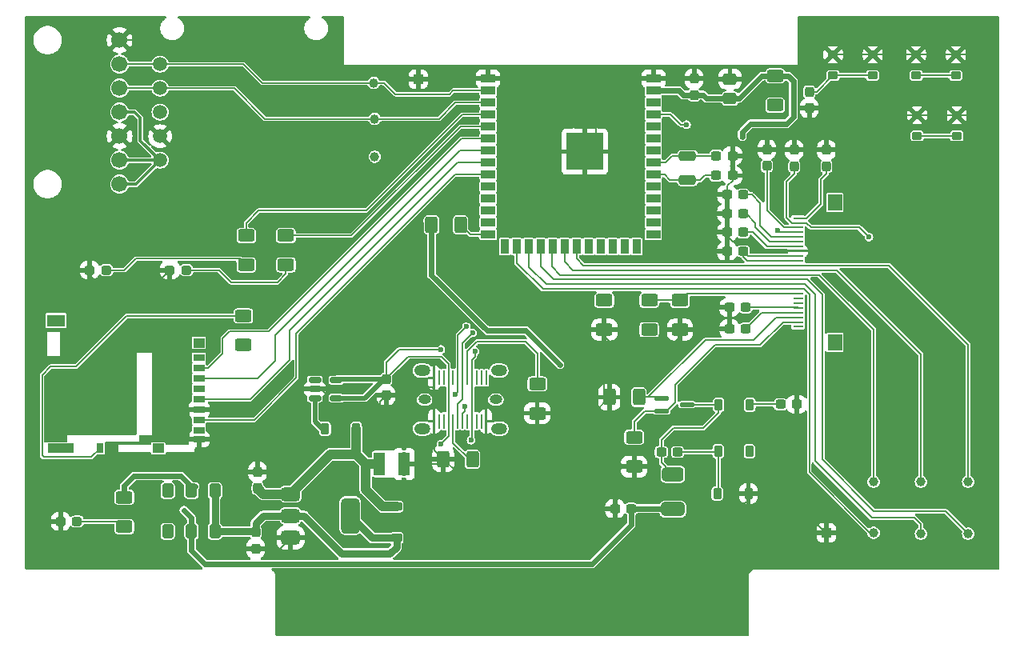
<source format=gbl>
%TF.GenerationSoftware,KiCad,Pcbnew,8.0.8*%
%TF.CreationDate,2025-02-16T18:41:09+09:00*%
%TF.ProjectId,PCB,5043422e-6b69-4636-9164-5f7063625858,rev?*%
%TF.SameCoordinates,Original*%
%TF.FileFunction,Copper,L2,Bot*%
%TF.FilePolarity,Positive*%
%FSLAX46Y46*%
G04 Gerber Fmt 4.6, Leading zero omitted, Abs format (unit mm)*
G04 Created by KiCad (PCBNEW 8.0.8) date 2025-02-16 18:41:09*
%MOMM*%
%LPD*%
G01*
G04 APERTURE LIST*
G04 Aperture macros list*
%AMRoundRect*
0 Rectangle with rounded corners*
0 $1 Rounding radius*
0 $2 $3 $4 $5 $6 $7 $8 $9 X,Y pos of 4 corners*
0 Add a 4 corners polygon primitive as box body*
4,1,4,$2,$3,$4,$5,$6,$7,$8,$9,$2,$3,0*
0 Add four circle primitives for the rounded corners*
1,1,$1+$1,$2,$3*
1,1,$1+$1,$4,$5*
1,1,$1+$1,$6,$7*
1,1,$1+$1,$8,$9*
0 Add four rect primitives between the rounded corners*
20,1,$1+$1,$2,$3,$4,$5,0*
20,1,$1+$1,$4,$5,$6,$7,0*
20,1,$1+$1,$6,$7,$8,$9,0*
20,1,$1+$1,$8,$9,$2,$3,0*%
G04 Aperture macros list end*
%TA.AperFunction,ComponentPad*%
%ADD10C,1.000000*%
%TD*%
%TA.AperFunction,ComponentPad*%
%ADD11R,1.000000X1.000000*%
%TD*%
%TA.AperFunction,SMDPad,CuDef*%
%ADD12RoundRect,0.237500X0.300000X0.237500X-0.300000X0.237500X-0.300000X-0.237500X0.300000X-0.237500X0*%
%TD*%
%TA.AperFunction,SMDPad,CuDef*%
%ADD13R,1.200000X0.700000*%
%TD*%
%TA.AperFunction,SMDPad,CuDef*%
%ADD14R,0.800000X1.000000*%
%TD*%
%TA.AperFunction,SMDPad,CuDef*%
%ADD15R,2.800000X1.000000*%
%TD*%
%TA.AperFunction,SMDPad,CuDef*%
%ADD16R,1.200000X1.000000*%
%TD*%
%TA.AperFunction,SMDPad,CuDef*%
%ADD17R,1.900000X1.300000*%
%TD*%
%TA.AperFunction,SMDPad,CuDef*%
%ADD18RoundRect,0.300000X0.300000X0.450000X-0.300000X0.450000X-0.300000X-0.450000X0.300000X-0.450000X0*%
%TD*%
%TA.AperFunction,SMDPad,CuDef*%
%ADD19RoundRect,0.237500X-0.237500X0.300000X-0.237500X-0.300000X0.237500X-0.300000X0.237500X0.300000X0*%
%TD*%
%TA.AperFunction,SMDPad,CuDef*%
%ADD20RoundRect,0.237500X0.237500X-0.300000X0.237500X0.300000X-0.237500X0.300000X-0.237500X-0.300000X0*%
%TD*%
%TA.AperFunction,SMDPad,CuDef*%
%ADD21RoundRect,0.250000X0.625000X-0.400000X0.625000X0.400000X-0.625000X0.400000X-0.625000X-0.400000X0*%
%TD*%
%TA.AperFunction,SMDPad,CuDef*%
%ADD22RoundRect,0.237500X-0.300000X-0.237500X0.300000X-0.237500X0.300000X0.237500X-0.300000X0.237500X0*%
%TD*%
%TA.AperFunction,SMDPad,CuDef*%
%ADD23RoundRect,0.225000X0.225000X0.375000X-0.225000X0.375000X-0.225000X-0.375000X0.225000X-0.375000X0*%
%TD*%
%TA.AperFunction,SMDPad,CuDef*%
%ADD24RoundRect,0.250000X-0.475000X0.337500X-0.475000X-0.337500X0.475000X-0.337500X0.475000X0.337500X0*%
%TD*%
%TA.AperFunction,SMDPad,CuDef*%
%ADD25RoundRect,0.200000X-0.350000X-0.200000X0.350000X-0.200000X0.350000X0.200000X-0.350000X0.200000X0*%
%TD*%
%TA.AperFunction,SMDPad,CuDef*%
%ADD26RoundRect,0.250000X0.400000X0.625000X-0.400000X0.625000X-0.400000X-0.625000X0.400000X-0.625000X0*%
%TD*%
%TA.AperFunction,SMDPad,CuDef*%
%ADD27RoundRect,0.375000X-0.625000X-0.375000X0.625000X-0.375000X0.625000X0.375000X-0.625000X0.375000X0*%
%TD*%
%TA.AperFunction,SMDPad,CuDef*%
%ADD28RoundRect,0.500000X-0.500000X-1.400000X0.500000X-1.400000X0.500000X1.400000X-0.500000X1.400000X0*%
%TD*%
%TA.AperFunction,SMDPad,CuDef*%
%ADD29RoundRect,0.225000X-0.225000X-0.375000X0.225000X-0.375000X0.225000X0.375000X-0.225000X0.375000X0*%
%TD*%
%TA.AperFunction,SMDPad,CuDef*%
%ADD30R,1.500000X0.900000*%
%TD*%
%TA.AperFunction,SMDPad,CuDef*%
%ADD31R,0.900000X1.500000*%
%TD*%
%TA.AperFunction,HeatsinkPad*%
%ADD32C,1.400000*%
%TD*%
%TA.AperFunction,HeatsinkPad*%
%ADD33C,1.300000*%
%TD*%
%TA.AperFunction,SMDPad,CuDef*%
%ADD34R,3.900000X3.900000*%
%TD*%
%TA.AperFunction,SMDPad,CuDef*%
%ADD35RoundRect,0.250000X-0.625000X0.400000X-0.625000X-0.400000X0.625000X-0.400000X0.625000X0.400000X0*%
%TD*%
%TA.AperFunction,SMDPad,CuDef*%
%ADD36RoundRect,0.237500X-0.287500X-0.237500X0.287500X-0.237500X0.287500X0.237500X-0.287500X0.237500X0*%
%TD*%
%TA.AperFunction,ComponentPad*%
%ADD37C,1.700000*%
%TD*%
%TA.AperFunction,SMDPad,CuDef*%
%ADD38RoundRect,0.375000X0.875000X0.375000X-0.875000X0.375000X-0.875000X-0.375000X0.875000X-0.375000X0*%
%TD*%
%TA.AperFunction,SMDPad,CuDef*%
%ADD39RoundRect,0.381000X0.762000X0.381000X-0.762000X0.381000X-0.762000X-0.381000X0.762000X-0.381000X0*%
%TD*%
%TA.AperFunction,SMDPad,CuDef*%
%ADD40RoundRect,0.112500X0.637500X-0.112500X0.637500X0.112500X-0.637500X0.112500X-0.637500X-0.112500X0*%
%TD*%
%TA.AperFunction,SMDPad,CuDef*%
%ADD41R,1.100000X0.250000*%
%TD*%
%TA.AperFunction,SMDPad,CuDef*%
%ADD42R,1.500000X1.700000*%
%TD*%
%TA.AperFunction,SMDPad,CuDef*%
%ADD43RoundRect,0.150000X-0.512500X-0.150000X0.512500X-0.150000X0.512500X0.150000X-0.512500X0.150000X0*%
%TD*%
%TA.AperFunction,SMDPad,CuDef*%
%ADD44R,1.269581X2.362200*%
%TD*%
%TA.AperFunction,ComponentPad*%
%ADD45C,1.500000*%
%TD*%
%TA.AperFunction,SMDPad,CuDef*%
%ADD46RoundRect,0.250000X0.650000X-0.250000X0.650000X0.250000X-0.650000X0.250000X-0.650000X-0.250000X0*%
%TD*%
%TA.AperFunction,ComponentPad*%
%ADD47O,1.700000X1.200000*%
%TD*%
%TA.AperFunction,ComponentPad*%
%ADD48O,1.350000X0.950000*%
%TD*%
%TA.AperFunction,SMDPad,CuDef*%
%ADD49RoundRect,0.062500X0.062500X0.737500X-0.062500X0.737500X-0.062500X-0.737500X0.062500X-0.737500X0*%
%TD*%
%TA.AperFunction,SMDPad,CuDef*%
%ADD50RoundRect,0.225000X-0.375000X0.225000X-0.375000X-0.225000X0.375000X-0.225000X0.375000X0.225000X0*%
%TD*%
%TA.AperFunction,ViaPad*%
%ADD51C,0.450000*%
%TD*%
%TA.AperFunction,ViaPad*%
%ADD52C,0.600000*%
%TD*%
%TA.AperFunction,Conductor*%
%ADD53C,0.152400*%
%TD*%
%TA.AperFunction,Conductor*%
%ADD54C,0.200000*%
%TD*%
%TA.AperFunction,Conductor*%
%ADD55C,0.600000*%
%TD*%
%TA.AperFunction,Conductor*%
%ADD56C,1.000000*%
%TD*%
%TA.AperFunction,Conductor*%
%ADD57C,0.800000*%
%TD*%
%TA.AperFunction,Conductor*%
%ADD58C,0.300000*%
%TD*%
%TA.AperFunction,Conductor*%
%ADD59C,0.500000*%
%TD*%
G04 APERTURE END LIST*
D10*
%TO.P,TP2,1,1*%
%TO.N,ESP32_IO48_EPAPER_BUSY*%
X179000000Y-102400000D03*
%TD*%
%TO.P,TP10,1,1*%
%TO.N,+3V3*%
X126200000Y-62600000D03*
%TD*%
%TO.P,TP3,1,1*%
%TO.N,ESP32_IO47_EPAPER_RST*%
X184000000Y-102500000D03*
%TD*%
D11*
%TO.P,TP11,1,1*%
%TO.N,GND*%
X130800000Y-54400000D03*
%TD*%
D12*
%TO.P,C19,1*%
%TO.N,Net-(D3-K)*%
X158250000Y-93850000D03*
%TO.P,C19,2*%
%TO.N,Net-(D2-A)*%
X156525000Y-93850000D03*
%TD*%
D13*
%TO.P,J4,1,DAT2*%
%TO.N,unconnected-(J4-DAT2-Pad1)*%
X107590000Y-83855000D03*
%TO.P,J4,2,DAT3/CD*%
%TO.N,ESP32_IO42_SD_CS*%
X107590000Y-84955000D03*
%TO.P,J4,3,CMD*%
%TO.N,ESP32_IO41_SD_MOSI*%
X107590000Y-86055000D03*
%TO.P,J4,4,VDD*%
%TO.N,+3V3*%
X107590000Y-87155000D03*
%TO.P,J4,5,CLK*%
%TO.N,ESP32_IO40_SD_SCK*%
X107590000Y-88255000D03*
%TO.P,J4,6,VSS*%
%TO.N,GND*%
X107590000Y-89355000D03*
%TO.P,J4,7,DAT0*%
%TO.N,ESP32_IO39_SD_MISO*%
X107590000Y-90455000D03*
%TO.P,J4,8,DAT1*%
%TO.N,unconnected-(J4-DAT1-Pad8)*%
X107590000Y-91555000D03*
%TO.P,J4,9,DET_B*%
%TO.N,GND*%
X107590000Y-92505000D03*
D14*
%TO.P,J4,10,DET_A*%
%TO.N,ESP32_IO05_SD_SW*%
X97090000Y-93455000D03*
D15*
%TO.P,J4,11,SHIELD*%
%TO.N,unconnected-(J4-SHIELD-Pad11)_1*%
X92940000Y-93455000D03*
D16*
%TO.N,unconnected-(J4-SHIELD-Pad11)_3*%
X103290000Y-93455000D03*
%TO.N,unconnected-(J4-SHIELD-Pad11)_2*%
X107590000Y-82305000D03*
D17*
%TO.N,unconnected-(J4-SHIELD-Pad11)*%
X92490000Y-79955000D03*
%TD*%
D18*
%TO.P,SW1,1,A*%
%TO.N,SW_1*%
X109300000Y-97950000D03*
%TO.P,SW1,2,B*%
%TO.N,+3V3*%
X106800000Y-97950000D03*
%TO.P,SW1,3,C*%
%TO.N,unconnected-(SW1-C-Pad3)*%
X104300000Y-97950000D03*
%TO.P,SW1,4,A*%
%TO.N,unconnected-(SW1-A-Pad4)*%
X104300000Y-102250000D03*
%TO.P,SW1,5,B*%
%TO.N,+3V3*%
X106800000Y-102250000D03*
%TO.P,SW1,6,C*%
%TO.N,SW_1*%
X109300000Y-102250000D03*
%TD*%
D19*
%TO.P,C2,1*%
%TO.N,SW_1*%
X113600000Y-102337500D03*
%TO.P,C2,2*%
%TO.N,GND*%
X113600000Y-104062500D03*
%TD*%
D20*
%TO.P,C1,1*%
%TO.N,VDD*%
X113800000Y-97662500D03*
%TO.P,C1,2*%
%TO.N,GND*%
X113800000Y-95937500D03*
%TD*%
D21*
%TO.P,R4,2*%
%TO.N,+3V3*%
X99700000Y-98650000D03*
%TO.P,R4,1*%
%TO.N,Net-(D1-A)*%
X99700000Y-101750000D03*
%TD*%
D22*
%TO.P,C8,1*%
%TO.N,ESP32_IO16*%
X162337500Y-64600000D03*
%TO.P,C8,2*%
%TO.N,GND*%
X164062500Y-64600000D03*
%TD*%
D19*
%TO.P,C11,1*%
%TO.N,VBUS*%
X127400000Y-86137500D03*
%TO.P,C11,2*%
%TO.N,GND*%
X127400000Y-87862500D03*
%TD*%
D23*
%TO.P,D8,1,K*%
%TO.N,VDD*%
X124250000Y-91400000D03*
%TO.P,D8,2,A*%
%TO.N,Net-(D8-A)*%
X120950000Y-91400000D03*
%TD*%
%TO.P,D9,1,K*%
%TO.N,GND*%
X165750000Y-98250000D03*
%TO.P,D9,2,A*%
%TO.N,Net-(D3-K)*%
X162450000Y-98250000D03*
%TD*%
D21*
%TO.P,R14,1*%
%TO.N,Net-(D5-A)*%
X112600000Y-74050000D03*
%TO.P,R14,2*%
%TO.N,ESP32_IO37*%
X112600000Y-70950000D03*
%TD*%
D24*
%TO.P,C4,1*%
%TO.N,GND*%
X163800000Y-54362500D03*
%TO.P,C4,2*%
%TO.N,+3V3*%
X163800000Y-56437500D03*
%TD*%
D22*
%TO.P,C21,1*%
%TO.N,GND*%
X163737500Y-80800000D03*
%TO.P,C21,2*%
%TO.N,Net-(U2-VGL)*%
X165462500Y-80800000D03*
%TD*%
D10*
%TO.P,TP8,1,1*%
%TO.N,ESP32_IO01_SCL*%
X126100000Y-54800000D03*
%TD*%
D25*
%TO.P,SW4,1,1*%
%TO.N,ESP32_IO4*%
X183600000Y-60400000D03*
%TO.P,SW4,2,2*%
X187800000Y-60400000D03*
%TO.P,SW4,3,3*%
%TO.N,GND*%
X183600000Y-58200000D03*
%TO.P,SW4,4,4*%
X187800000Y-58200000D03*
%TD*%
D26*
%TO.P,R10,1*%
%TO.N,ESP32_IO0*%
X135300000Y-69800000D03*
%TO.P,R10,2*%
%TO.N,+3V3*%
X132200000Y-69800000D03*
%TD*%
D27*
%TO.P,U6,1,ADJ/GND*%
%TO.N,GND*%
X117300000Y-102900000D03*
%TO.P,U6,2,OUT*%
%TO.N,SW_1*%
X117300000Y-100600000D03*
%TO.P,U6,3,IN*%
%TO.N,VDD*%
X117300000Y-98300000D03*
D28*
%TO.P,U6,4,VOUT*%
%TO.N,SW_1*%
X123600000Y-100600000D03*
%TD*%
D29*
%TO.P,D3,1,K*%
%TO.N,Net-(D3-K)*%
X162550000Y-93750000D03*
%TO.P,D3,2,A*%
%TO.N,EPAPER_PREVGL*%
X165850000Y-93750000D03*
%TD*%
D21*
%TO.P,R7,1*%
%TO.N,+3V3*%
X155250000Y-80900000D03*
%TO.P,R7,2*%
%TO.N,Net-(U2-BS)*%
X155250000Y-77800000D03*
%TD*%
D22*
%TO.P,C9,1*%
%TO.N,GND*%
X163475000Y-72600000D03*
%TO.P,C9,2*%
%TO.N,+3V3*%
X165200000Y-72600000D03*
%TD*%
D10*
%TO.P,TP4,1,1*%
%TO.N,ESP32_IO21_EPAPER_DC*%
X189000000Y-102500000D03*
%TD*%
%TO.P,TP5,1,1*%
%TO.N,ESP32_IO14_EPAPER_CS*%
X179000000Y-97000000D03*
%TD*%
D19*
%TO.P,C17,1*%
%TO.N,GND*%
X174000000Y-61887500D03*
%TO.P,C17,2*%
%TO.N,Net-(U2-VCOM)*%
X174000000Y-63612500D03*
%TD*%
D30*
%TO.P,U4,1,GND*%
%TO.N,GND*%
X155700000Y-54340000D03*
%TO.P,U4,2,3V3*%
%TO.N,+3V3*%
X155700000Y-55610000D03*
%TO.P,U4,3,EN*%
%TO.N,ESP32_EN*%
X155700000Y-56880000D03*
%TO.P,U4,4,IO4*%
%TO.N,ESP32_IO4*%
X155700000Y-58150000D03*
%TO.P,U4,5,IO5*%
%TO.N,ESP32_IO05_SD_SW*%
X155700000Y-59420000D03*
%TO.P,U4,6,IO6*%
%TO.N,unconnected-(U4-IO6-Pad6)*%
X155700000Y-60690000D03*
%TO.P,U4,7,IO7*%
%TO.N,unconnected-(U4-IO7-Pad7)*%
X155700000Y-61960000D03*
%TO.P,U4,8,IO15*%
%TO.N,ESP32_IO15*%
X155700000Y-63230000D03*
%TO.P,U4,9,IO16*%
%TO.N,ESP32_IO16*%
X155700000Y-64500000D03*
%TO.P,U4,10,IO17*%
%TO.N,unconnected-(U4-IO17-Pad10)*%
X155700000Y-65770000D03*
%TO.P,U4,11,IO18*%
%TO.N,unconnected-(U4-IO18-Pad11)*%
X155700000Y-67040000D03*
%TO.P,U4,12,IO8*%
%TO.N,unconnected-(U4-IO8-Pad12)*%
X155700000Y-68310000D03*
%TO.P,U4,13,IO19*%
%TO.N,ESP32_IO19*%
X155700000Y-69580000D03*
%TO.P,U4,14,IO20*%
%TO.N,ESP32_IO20*%
X155700000Y-70850000D03*
D31*
%TO.P,U4,15,IO3*%
%TO.N,unconnected-(U4-IO3-Pad15)*%
X153935000Y-72100000D03*
%TO.P,U4,16,IO46*%
%TO.N,ESP32_IO46*%
X152665000Y-72100000D03*
%TO.P,U4,17,IO9*%
%TO.N,unconnected-(U4-IO9-Pad17)*%
X151395000Y-72100000D03*
%TO.P,U4,18,IO10*%
%TO.N,unconnected-(U4-IO10-Pad18)*%
X150125000Y-72100000D03*
%TO.P,U4,19,IO11*%
%TO.N,unconnected-(U4-IO11-Pad19)*%
X148855000Y-72100000D03*
%TO.P,U4,20,IO12*%
%TO.N,ESP32_IO12_EPAPER_MOSI*%
X147585000Y-72100000D03*
%TO.P,U4,21,IO13*%
%TO.N,ESP32_IO13_EPAPER_SCK*%
X146315000Y-72100000D03*
%TO.P,U4,22,IO14*%
%TO.N,ESP32_IO14_EPAPER_CS*%
X145045000Y-72100000D03*
%TO.P,U4,23,IO21*%
%TO.N,ESP32_IO21_EPAPER_DC*%
X143775000Y-72100000D03*
%TO.P,U4,24,IO47*%
%TO.N,ESP32_IO47_EPAPER_RST*%
X142505000Y-72100000D03*
%TO.P,U4,25,IO48*%
%TO.N,ESP32_IO48_EPAPER_BUSY*%
X141235000Y-72100000D03*
%TO.P,U4,26,IO45*%
%TO.N,unconnected-(U4-IO45-Pad26)*%
X139965000Y-72100000D03*
D30*
%TO.P,U4,27,IO0*%
%TO.N,ESP32_IO0*%
X138200000Y-70850000D03*
%TO.P,U4,28,IO35*%
%TO.N,unconnected-(U4-IO35-Pad28)*%
X138200000Y-69580000D03*
%TO.P,U4,29,IO36*%
%TO.N,unconnected-(U4-IO36-Pad29)*%
X138200000Y-68310000D03*
%TO.P,U4,30,IO37*%
%TO.N,unconnected-(U4-IO37-Pad30)*%
X138200000Y-67040000D03*
%TO.P,U4,31,IO38*%
%TO.N,unconnected-(U4-IO38-Pad31)*%
X138200000Y-65770000D03*
%TO.P,U4,32,IO39*%
%TO.N,ESP32_IO39_SD_MISO*%
X138200000Y-64500000D03*
%TO.P,U4,33,IO40*%
%TO.N,ESP32_IO40_SD_SCK*%
X138200000Y-63230000D03*
%TO.P,U4,34,IO41*%
%TO.N,ESP32_IO41_SD_MOSI*%
X138200000Y-61960000D03*
%TO.P,U4,35,IO42*%
%TO.N,ESP32_IO42_SD_CS*%
X138200000Y-60690000D03*
%TO.P,U4,36,RXD0*%
%TO.N,ESP32_IO36*%
X138200000Y-59420000D03*
%TO.P,U4,37,TXD0*%
%TO.N,ESP32_IO37*%
X138200000Y-58150000D03*
%TO.P,U4,38,IO2*%
%TO.N,ESP32_IO02_SDA*%
X138200000Y-56880000D03*
%TO.P,U4,39,IO1*%
%TO.N,ESP32_IO01_SCL*%
X138200000Y-55610000D03*
%TO.P,U4,40,GND*%
%TO.N,GND*%
X138200000Y-54340000D03*
D32*
%TO.P,U4,41,GND*%
X149650000Y-63300000D03*
X149650000Y-60800000D03*
D33*
X148450000Y-62100000D03*
D34*
X148450000Y-62060000D03*
D32*
X147250000Y-60800000D03*
X147200000Y-63300000D03*
%TD*%
D19*
%TO.P,C15,1*%
%TO.N,GND*%
X167700000Y-61837500D03*
%TO.P,C15,2*%
%TO.N,Net-(U2-VSL)*%
X167700000Y-63562500D03*
%TD*%
D35*
%TO.P,R2,1*%
%TO.N,Net-(J1-CC1)*%
X143400000Y-86650000D03*
%TO.P,R2,2*%
%TO.N,GND*%
X143400000Y-89750000D03*
%TD*%
D21*
%TO.P,R11,1*%
%TO.N,GND*%
X150500000Y-80900000D03*
%TO.P,R11,2*%
%TO.N,ESP32_IO46*%
X150500000Y-77800000D03*
%TD*%
D36*
%TO.P,D6,1,K*%
%TO.N,GND*%
X104525000Y-74600000D03*
%TO.P,D6,2,A*%
%TO.N,Net-(D6-A)*%
X106275000Y-74600000D03*
%TD*%
D37*
%TO.P,U1,1,SDO*%
%TO.N,GND*%
X99200000Y-50260000D03*
%TO.P,U1,2,SCK*%
%TO.N,ESP32_IO01_SCL*%
X99200000Y-52800000D03*
%TO.P,U1,3,SDI*%
%TO.N,ESP32_IO02_SDA*%
X99200000Y-55340000D03*
%TO.P,U1,4,CSB*%
%TO.N,+3V3*%
X99200000Y-57880000D03*
%TO.P,U1,5,GND*%
%TO.N,GND*%
X99200000Y-60420000D03*
%TO.P,U1,6,V_core*%
%TO.N,+3V3*%
X99200000Y-62960000D03*
%TO.P,U1,7,V_io*%
X99200000Y-65500000D03*
%TD*%
D21*
%TO.P,R6,1*%
%TO.N,GND*%
X158500000Y-80900000D03*
%TO.P,R6,2*%
%TO.N,Net-(U2-BS)*%
X158500000Y-77800000D03*
%TD*%
D35*
%TO.P,R8,1*%
%TO.N,ESP32_IO05_SD_SW*%
X112300000Y-79450000D03*
%TO.P,R8,2*%
%TO.N,+3V3*%
X112300000Y-82550000D03*
%TD*%
D22*
%TO.P,C10,1*%
%TO.N,GND*%
X163475000Y-70600000D03*
%TO.P,C10,2*%
%TO.N,Net-(U2-VDD)*%
X165200000Y-70600000D03*
%TD*%
D36*
%TO.P,D1,1,K*%
%TO.N,GND*%
X92950000Y-101200000D03*
%TO.P,D1,2,A*%
%TO.N,Net-(D1-A)*%
X94700000Y-101200000D03*
%TD*%
D12*
%TO.P,C20,1*%
%TO.N,GND*%
X170862500Y-88800000D03*
%TO.P,C20,2*%
%TO.N,EPAPER_PREVGH*%
X169137500Y-88800000D03*
%TD*%
D10*
%TO.P,TP7,1,1*%
%TO.N,ESP32_IO12_EPAPER_MOSI*%
X189000000Y-97000000D03*
%TD*%
D22*
%TO.P,C3,1*%
%TO.N,GND*%
X163737500Y-78550000D03*
%TO.P,C3,2*%
%TO.N,Net-(U2-VGH)*%
X165462500Y-78550000D03*
%TD*%
D19*
%TO.P,C16,1*%
%TO.N,GND*%
X170600000Y-61887500D03*
%TO.P,C16,2*%
%TO.N,EPAPER_PREVGL*%
X170600000Y-63612500D03*
%TD*%
D36*
%TO.P,D5,1,K*%
%TO.N,GND*%
X96025000Y-74600000D03*
%TO.P,D5,2,A*%
%TO.N,Net-(D5-A)*%
X97775000Y-74600000D03*
%TD*%
D38*
%TO.P,L1,1*%
%TO.N,+3V3*%
X157750000Y-99900000D03*
D39*
%TO.P,L1,2*%
%TO.N,Net-(D2-A)*%
X157750000Y-96200000D03*
%TD*%
D40*
%TO.P,Q2,1,G*%
%TO.N,EPAPER_GDR*%
X156582500Y-89500000D03*
%TO.P,Q2,2,S*%
%TO.N,EPAPER_RESET*%
X156582500Y-88200000D03*
%TO.P,Q2,3,D*%
%TO.N,Net-(D2-A)*%
X159242500Y-88850000D03*
%TD*%
D41*
%TO.P,U2,1,HLT_CTL*%
%TO.N,unconnected-(U2-HLT_CTL-Pad1)*%
X171000000Y-80600000D03*
%TO.P,U2,2,GDR*%
%TO.N,EPAPER_GDR*%
X171000000Y-80099998D03*
%TO.P,U2,3,RESET*%
%TO.N,EPAPER_RESET*%
X171000000Y-79599999D03*
%TO.P,U2,4,VGL*%
%TO.N,Net-(U2-VGL)*%
X171000000Y-79099998D03*
%TO.P,U2,5,VGH*%
%TO.N,Net-(U2-VGH)*%
X171000000Y-78599999D03*
%TO.P,U2,6,TSCL*%
%TO.N,unconnected-(U2-TSCL-Pad6)*%
X171000000Y-78100000D03*
%TO.P,U2,7,TSDA*%
%TO.N,unconnected-(U2-TSDA-Pad7)*%
X171000000Y-77599998D03*
%TO.P,U2,8,BS*%
%TO.N,Net-(U2-BS)*%
X171000000Y-77099999D03*
%TO.P,U2,9,BUSY*%
%TO.N,ESP32_IO48_EPAPER_BUSY*%
X171000000Y-76599998D03*
%TO.P,U2,10,RST*%
%TO.N,ESP32_IO47_EPAPER_RST*%
X171000000Y-76099999D03*
%TO.P,U2,11,D/C*%
%TO.N,ESP32_IO21_EPAPER_DC*%
X171000000Y-75600000D03*
%TO.P,U2,12,CS*%
%TO.N,ESP32_IO14_EPAPER_CS*%
X171000000Y-75099998D03*
%TO.P,U2,13,SCLK*%
%TO.N,ESP32_IO13_EPAPER_SCK*%
X171000000Y-74599999D03*
%TO.P,U2,14,SDI*%
%TO.N,ESP32_IO12_EPAPER_MOSI*%
X171000000Y-74099998D03*
%TO.P,U2,15,VDDIO*%
%TO.N,+3V3*%
X171000000Y-73599999D03*
%TO.P,U2,16,VCI*%
X171000000Y-73100000D03*
%TO.P,U2,17,VSS*%
%TO.N,GND*%
X171000000Y-72599998D03*
%TO.P,U2,18,VDD*%
%TO.N,Net-(U2-VDD)*%
X171000000Y-72099999D03*
%TO.P,U2,19,VPP*%
%TO.N,Net-(U2-VPP)*%
X171000000Y-71599998D03*
%TO.P,U2,20,VSH*%
%TO.N,Net-(U2-VSH)*%
X171000000Y-71099999D03*
%TO.P,U2,21,PREVGH*%
%TO.N,EPAPER_PREVGH*%
X171000000Y-70600000D03*
%TO.P,U2,22,VSL*%
%TO.N,Net-(U2-VSL)*%
X171000000Y-70099998D03*
%TO.P,U2,23,PREVGL*%
%TO.N,EPAPER_PREVGL*%
X171000000Y-69599999D03*
%TO.P,U2,24,VCOM*%
%TO.N,Net-(U2-VCOM)*%
X171000000Y-69099997D03*
D42*
%TO.P,U2,25*%
%TO.N,N/C*%
X174900000Y-67449998D03*
%TO.P,U2,26*%
X174900000Y-82249999D03*
%TD*%
D35*
%TO.P,R5,1*%
%TO.N,EPAPER_GDR*%
X153650000Y-92300000D03*
%TO.P,R5,2*%
%TO.N,GND*%
X153650000Y-95400000D03*
%TD*%
D26*
%TO.P,R1,1*%
%TO.N,Net-(J1-CC2)*%
X136550000Y-94600000D03*
%TO.P,R1,2*%
%TO.N,GND*%
X133450000Y-94600000D03*
%TD*%
D23*
%TO.P,D2,1,K*%
%TO.N,EPAPER_PREVGH*%
X165900000Y-88850000D03*
%TO.P,D2,2,A*%
%TO.N,Net-(D2-A)*%
X162600000Y-88850000D03*
%TD*%
D43*
%TO.P,U7,1,OUT*%
%TO.N,Net-(D8-A)*%
X119862500Y-88150000D03*
%TO.P,U7,2,GND*%
%TO.N,GND*%
X119862500Y-87200000D03*
%TO.P,U7,3,FLT_N*%
%TO.N,unconnected-(U7-FLT_N-Pad3)*%
X119862500Y-86250000D03*
%TO.P,U7,4,EN*%
%TO.N,VBUS*%
X122137500Y-86250000D03*
%TO.P,U7,5,IN*%
X122137500Y-88150000D03*
%TD*%
D22*
%TO.P,C22,1*%
%TO.N,GND*%
X163475000Y-68600000D03*
%TO.P,C22,2*%
%TO.N,Net-(U2-VPP)*%
X165200000Y-68600000D03*
%TD*%
D25*
%TO.P,SW3,1,1*%
%TO.N,ESP32_IO0*%
X183500000Y-54000000D03*
%TO.P,SW3,2,2*%
X187700000Y-54000000D03*
%TO.P,SW3,3,3*%
%TO.N,GND*%
X183500000Y-51800000D03*
%TO.P,SW3,4,4*%
X187700000Y-51800000D03*
%TD*%
D26*
%TO.P,R3,1*%
%TO.N,EPAPER_RESET*%
X154150000Y-88050000D03*
%TO.P,R3,2*%
%TO.N,GND*%
X151050000Y-88050000D03*
%TD*%
D22*
%TO.P,C13,1*%
%TO.N,GND*%
X163475000Y-66600000D03*
%TO.P,C13,2*%
%TO.N,Net-(U2-VSH)*%
X165200000Y-66600000D03*
%TD*%
D19*
%TO.P,C5,1*%
%TO.N,GND*%
X160000000Y-54337500D03*
%TO.P,C5,2*%
%TO.N,+3V3*%
X160000000Y-56062500D03*
%TD*%
D21*
%TO.P,R9,1*%
%TO.N,ESP32_EN*%
X168600000Y-57150000D03*
%TO.P,R9,2*%
%TO.N,+3V3*%
X168600000Y-54050000D03*
%TD*%
D10*
%TO.P,TP6,1,1*%
%TO.N,ESP32_IO13_EPAPER_SCK*%
X184000000Y-97000000D03*
%TD*%
D19*
%TO.P,C6,1*%
%TO.N,ESP32_EN*%
X172200000Y-55737500D03*
%TO.P,C6,2*%
%TO.N,GND*%
X172200000Y-57462500D03*
%TD*%
D44*
%TO.P,C12,1*%
%TO.N,VDD*%
X126700000Y-95100000D03*
%TO.P,C12,2*%
%TO.N,GND*%
X129291220Y-95100000D03*
%TD*%
D22*
%TO.P,C7,1*%
%TO.N,ESP32_IO15*%
X162337500Y-62500000D03*
%TO.P,C7,2*%
%TO.N,GND*%
X164062500Y-62500000D03*
%TD*%
D11*
%TO.P,TP1,1,1*%
%TO.N,GND*%
X174000000Y-102400000D03*
%TD*%
D21*
%TO.P,R15,1*%
%TO.N,Net-(D6-A)*%
X116800000Y-74050000D03*
%TO.P,R15,2*%
%TO.N,ESP32_IO36*%
X116800000Y-70950000D03*
%TD*%
D45*
%TO.P,U5,1,SCL*%
%TO.N,ESP32_IO01_SCL*%
X103490000Y-52810000D03*
%TO.P,U5,2,SDA*%
%TO.N,ESP32_IO02_SDA*%
X103490000Y-55350000D03*
%TO.P,U5,3,IO4*%
%TO.N,unconnected-(U5-IO4-Pad3)*%
X103490000Y-57890000D03*
%TO.P,U5,4,GND*%
%TO.N,GND*%
X103490000Y-60430000D03*
%TO.P,U5,5,3V3*%
%TO.N,+3V3*%
X103490000Y-62970000D03*
%TD*%
D10*
%TO.P,TP9,1,1*%
%TO.N,ESP32_IO02_SDA*%
X126200000Y-58600000D03*
%TD*%
D46*
%TO.P,Y1,1,1*%
%TO.N,ESP32_IO16*%
X159300000Y-65050000D03*
%TO.P,Y1,2,2*%
%TO.N,ESP32_IO15*%
X159300000Y-62550000D03*
%TD*%
D22*
%TO.P,C18,1*%
%TO.N,GND*%
X151625000Y-99850000D03*
%TO.P,C18,2*%
%TO.N,+3V3*%
X153350000Y-99850000D03*
%TD*%
D25*
%TO.P,SW2,1,1*%
%TO.N,ESP32_EN*%
X174700000Y-54000000D03*
%TO.P,SW2,2,2*%
X178900000Y-54000000D03*
%TO.P,SW2,3,3*%
%TO.N,GND*%
X174700000Y-51800000D03*
%TO.P,SW2,4,4*%
X178900000Y-51800000D03*
%TD*%
D47*
%TO.P,J1,*%
%TO.N,*%
X139350000Y-91370000D03*
X139350000Y-85230000D03*
D48*
X139025000Y-88300000D03*
X131475000Y-88300000D03*
D47*
X131240000Y-91370000D03*
X131240000Y-85230000D03*
D49*
%TO.P,J1, A1*%
%TO.N,N/C*%
X138000000Y-86000000D03*
%TO.P,J1,A2*%
X137500000Y-86000000D03*
%TO.P,J1,A3*%
X137000000Y-86000000D03*
%TO.P,J1,A4,VBUS*%
%TO.N,VBUS*%
X136500000Y-86000000D03*
%TO.P,J1,A5,CC1*%
%TO.N,Net-(J1-CC1)*%
X136000000Y-86000000D03*
%TO.P,J1,A6,D+*%
%TO.N,ESP32_IO20*%
X135500000Y-86000000D03*
%TO.P,J1,A7,D-*%
%TO.N,ESP32_IO19*%
X135000000Y-86000000D03*
%TO.P,J1,A8,SBU1*%
%TO.N,unconnected-(J1-SBU1-PadA8)*%
X134500000Y-86000000D03*
%TO.P,J1,A9,VBUS*%
%TO.N,VBUS*%
X134000000Y-86000000D03*
%TO.P,J1,A10*%
%TO.N,N/C*%
X133500000Y-86000000D03*
%TO.P,J1,A11*%
X133000000Y-86000000D03*
%TO.P,J1,A12,GND*%
%TO.N,GND*%
X132500000Y-86000000D03*
%TO.P,J1,B1,GND*%
X132500000Y-90600000D03*
%TO.P,J1,B2*%
%TO.N,N/C*%
X133000000Y-90600000D03*
%TO.P,J1,B3*%
X133500000Y-90600000D03*
%TO.P,J1,B4,VBUS*%
%TO.N,VBUS*%
X134000000Y-90600000D03*
%TO.P,J1,B5,CC2*%
%TO.N,Net-(J1-CC2)*%
X134500000Y-90600000D03*
%TO.P,J1,B6,D+*%
%TO.N,ESP32_IO20*%
X135000000Y-90600000D03*
%TO.P,J1,B7,D-*%
%TO.N,ESP32_IO19*%
X135500000Y-90600000D03*
%TO.P,J1,B8,SBU2*%
%TO.N,unconnected-(J1-SBU2-PadB8)*%
X136000000Y-90600000D03*
%TO.P,J1,B9,VBUS*%
%TO.N,VBUS*%
X136500000Y-90600000D03*
%TO.P,J1,B10*%
%TO.N,N/C*%
X137000000Y-90600000D03*
%TO.P,J1,B11*%
X137500000Y-90600000D03*
%TO.P,J1,B12,GND*%
%TO.N,GND*%
X138000000Y-90600000D03*
%TD*%
D50*
%TO.P,D7,1,K*%
%TO.N,VDD*%
X128500000Y-99650000D03*
%TO.P,D7,2,A*%
%TO.N,SW_1*%
X128500000Y-102950000D03*
%TD*%
D51*
%TO.N,GND*%
X92900000Y-101500000D03*
X163475000Y-72600000D03*
X172200000Y-57462500D03*
X113800000Y-95937500D03*
X150500000Y-80900000D03*
X174700000Y-51800000D03*
X163800000Y-54362500D03*
X113600000Y-104062500D03*
D52*
%TO.N,+3V3*%
X165200000Y-72600000D03*
X165100000Y-60500000D03*
X107200000Y-97500000D03*
X145800000Y-84600000D03*
X153350000Y-99850000D03*
X107590000Y-87155000D03*
X112300000Y-82550000D03*
X155250000Y-80900000D03*
X131800000Y-69400000D03*
%TO.N,ESP32_EN*%
X155700000Y-56900000D03*
X172200000Y-55737500D03*
X168600000Y-57150000D03*
%TO.N,EPAPER_PREVGL*%
X170600000Y-63612500D03*
X178500000Y-71100000D03*
X165850000Y-93750000D03*
%TO.N,EPAPER_PREVGH*%
X168800000Y-70400000D03*
X165900000Y-88850000D03*
%TO.N,ESP32_IO0*%
X138000000Y-70850000D03*
X183500000Y-54000000D03*
%TO.N,ESP32_IO20*%
X136550000Y-81250000D03*
X155700000Y-70850000D03*
%TO.N,ESP32_IO46*%
X152700000Y-72600000D03*
X150500000Y-77800000D03*
%TO.N,ESP32_IO19*%
X155700000Y-69580000D03*
X134750000Y-87750000D03*
X135750000Y-89000000D03*
X135900000Y-80600000D03*
%TO.N,ESP32_IO4*%
X159200000Y-59200000D03*
X183600000Y-60400000D03*
%TO.N,VBUS*%
X136800000Y-83200000D03*
X133200000Y-83000000D03*
X127400000Y-86137500D03*
X136400000Y-92600000D03*
X133200000Y-93000000D03*
%TO.N,ESP32_IO05_SD_SW*%
X112300000Y-79450000D03*
X155700000Y-59400000D03*
%TD*%
D53*
%TO.N,GND*%
X92950000Y-101200000D02*
X92950000Y-101450000D01*
X92950000Y-101450000D02*
X92900000Y-101500000D01*
D54*
%TO.N,Net-(D1-A)*%
X94700000Y-101200000D02*
X99150000Y-101200000D01*
X99150000Y-101200000D02*
X99700000Y-101750000D01*
D55*
%TO.N,+3V3*%
X100700000Y-96400000D02*
X99700000Y-97400000D01*
X99700000Y-97400000D02*
X99700000Y-98650000D01*
D53*
%TO.N,GND*%
X133450000Y-94600000D02*
X134850000Y-96000000D01*
X165750000Y-98950000D02*
X165750000Y-98250000D01*
X138000000Y-90600000D02*
X138000000Y-95800000D01*
X149650000Y-60800000D02*
X149650000Y-58150000D01*
X138000000Y-95800000D02*
X138200000Y-96000000D01*
X150500000Y-80900000D02*
X150500000Y-87500000D01*
X153460000Y-54340000D02*
X155700000Y-54340000D01*
X163475000Y-66600000D02*
X163475000Y-68600000D01*
X163500000Y-65700000D02*
X163500000Y-65900000D01*
X138200000Y-54340000D02*
X155700000Y-54340000D01*
X103060000Y-50260000D02*
X105200000Y-52400000D01*
X126750000Y-88512500D02*
X127400000Y-87862500D01*
X132500000Y-90600000D02*
X132500000Y-93650000D01*
X173062500Y-57462500D02*
X174000000Y-58400000D01*
X163737500Y-78550000D02*
X163737500Y-80800000D01*
X151625000Y-99850000D02*
X151625000Y-99175000D01*
X119862500Y-87200000D02*
X120524999Y-87200000D01*
X149350000Y-92250000D02*
X152500000Y-95400000D01*
X163775000Y-54337500D02*
X163800000Y-54362500D01*
X164062500Y-62500000D02*
X164062500Y-64600000D01*
X121000000Y-88500000D02*
X121750000Y-89250000D01*
X164100000Y-71600000D02*
X166300000Y-71600000D01*
X106500000Y-92300000D02*
X106705000Y-92505000D01*
X113800000Y-93500000D02*
X113800000Y-95937500D01*
X121800000Y-53500000D02*
X129200000Y-53500000D01*
X118300000Y-87800000D02*
X118300000Y-95100000D01*
X183600000Y-58200000D02*
X187800000Y-58200000D01*
X164062500Y-64600000D02*
X164062500Y-65137500D01*
X151625000Y-99175000D02*
X152000000Y-98800000D01*
X160400000Y-99300000D02*
X165400000Y-99300000D01*
X166300000Y-71600000D02*
X167299998Y-72599998D01*
X130860000Y-54340000D02*
X130800000Y-54400000D01*
X164062500Y-62500000D02*
X165000000Y-62500000D01*
X159997500Y-54340000D02*
X160000000Y-54337500D01*
X132500000Y-87250000D02*
X132500000Y-86000000D01*
X126750000Y-89000000D02*
X126750000Y-88512500D01*
X163475000Y-70975000D02*
X164100000Y-71600000D01*
X132250000Y-87000000D02*
X132500000Y-87250000D01*
X105200000Y-52400000D02*
X120700000Y-52400000D01*
X163475000Y-70600000D02*
X163475000Y-70975000D01*
X163500000Y-65900000D02*
X163475000Y-65925000D01*
X116137500Y-104062500D02*
X117300000Y-102900000D01*
X106500000Y-89600000D02*
X106500000Y-92300000D01*
X158500000Y-80900000D02*
X163637500Y-80900000D01*
X121000000Y-87675001D02*
X121000000Y-88500000D01*
X149350000Y-89750000D02*
X149350000Y-92250000D01*
X164062500Y-65137500D02*
X163500000Y-65700000D01*
X167299998Y-72599998D02*
X171000000Y-72599998D01*
X178900000Y-51800000D02*
X183500000Y-51800000D01*
X106705000Y-92505000D02*
X107590000Y-92505000D01*
X118900000Y-87200000D02*
X118300000Y-87800000D01*
X132500000Y-93650000D02*
X133450000Y-94600000D01*
X129291220Y-95100000D02*
X132950000Y-95100000D01*
X138200000Y-96000000D02*
X141800000Y-96000000D01*
X167700000Y-61837500D02*
X170550000Y-61837500D01*
X190290000Y-57330000D02*
X189420000Y-58200000D01*
X149650000Y-58150000D02*
X153460000Y-54340000D01*
X163475000Y-65925000D02*
X163475000Y-66600000D01*
X99200000Y-50260000D02*
X103060000Y-50260000D01*
X129387500Y-87862500D02*
X130250000Y-87000000D01*
X159900000Y-98800000D02*
X160400000Y-99300000D01*
X97000000Y-76100000D02*
X103025000Y-76100000D01*
X112805000Y-92505000D02*
X113800000Y-93500000D01*
X126500000Y-89250000D02*
X126750000Y-89000000D01*
X152000000Y-98800000D02*
X159900000Y-98800000D01*
X120524999Y-87200000D02*
X121000000Y-87675001D01*
X130250000Y-87000000D02*
X132250000Y-87000000D01*
X117462500Y-95937500D02*
X113800000Y-95937500D01*
X150500000Y-87500000D02*
X151050000Y-88050000D01*
X163637500Y-80900000D02*
X163737500Y-80800000D01*
X107590000Y-92505000D02*
X112805000Y-92505000D01*
X187700000Y-51800000D02*
X189310000Y-51800000D01*
X118300000Y-95100000D02*
X117462500Y-95937500D01*
X152500000Y-95400000D02*
X153650000Y-95400000D01*
X96025000Y-63595000D02*
X99200000Y-60420000D01*
X127400000Y-87862500D02*
X129387500Y-87862500D01*
X107590000Y-89355000D02*
X106745000Y-89355000D01*
X173900000Y-102400000D02*
X174000000Y-102400000D01*
X163475000Y-72600000D02*
X163475000Y-70600000D01*
X113600000Y-104062500D02*
X116137500Y-104062500D01*
X150500000Y-80900000D02*
X150500000Y-81600000D01*
X155700000Y-54340000D02*
X159997500Y-54340000D01*
X143400000Y-94400000D02*
X143400000Y-89750000D01*
X132500000Y-90600000D02*
X132500000Y-87250000D01*
X174400000Y-58200000D02*
X183600000Y-58200000D01*
X165400000Y-99300000D02*
X165750000Y-98950000D01*
X151625000Y-96275000D02*
X152500000Y-95400000D01*
X96025000Y-75125000D02*
X97000000Y-76100000D01*
X96025000Y-74600000D02*
X96025000Y-75125000D01*
X132950000Y-95100000D02*
X133450000Y-94600000D01*
X172200000Y-57462500D02*
X173062500Y-57462500D01*
X151100000Y-82200000D02*
X158000000Y-82200000D01*
X134850000Y-96000000D02*
X138200000Y-96000000D01*
X190290000Y-52780000D02*
X190290000Y-57330000D01*
X165000000Y-62500000D02*
X165662500Y-61837500D01*
X149350000Y-89750000D02*
X151050000Y-88050000D01*
X158000000Y-82200000D02*
X158500000Y-81700000D01*
X158500000Y-81700000D02*
X158500000Y-80900000D01*
X169750000Y-98250000D02*
X173900000Y-102400000D01*
X120700000Y-52400000D02*
X121800000Y-53500000D01*
X129200000Y-53500000D02*
X130100000Y-54400000D01*
X174000000Y-58400000D02*
X174200000Y-58400000D01*
X170862500Y-88800000D02*
X170862500Y-96987500D01*
X170600000Y-61887500D02*
X174000000Y-61887500D01*
X119812500Y-87250000D02*
X119862500Y-87200000D01*
X106745000Y-89355000D02*
X106500000Y-89600000D01*
X165750000Y-98250000D02*
X169600000Y-98250000D01*
X138140000Y-54400000D02*
X138200000Y-54340000D01*
X170862500Y-96987500D02*
X169600000Y-98250000D01*
X121750000Y-89250000D02*
X126500000Y-89250000D01*
X143400000Y-89750000D02*
X149350000Y-89750000D01*
X150500000Y-81600000D02*
X151100000Y-82200000D01*
X163475000Y-68600000D02*
X163475000Y-70600000D01*
X141800000Y-96000000D02*
X143400000Y-94400000D01*
X183500000Y-51800000D02*
X187700000Y-51800000D01*
X169600000Y-98250000D02*
X169750000Y-98250000D01*
X96025000Y-74600000D02*
X96025000Y-63595000D01*
X189420000Y-58200000D02*
X187800000Y-58200000D01*
X119862500Y-87200000D02*
X118900000Y-87200000D01*
X174700000Y-51800000D02*
X178900000Y-51800000D01*
X174200000Y-58400000D02*
X174400000Y-58200000D01*
X170550000Y-61837500D02*
X170600000Y-61887500D01*
X160000000Y-54337500D02*
X163775000Y-54337500D01*
X174000000Y-58400000D02*
X174000000Y-61887500D01*
X103025000Y-76100000D02*
X104525000Y-74600000D01*
X130100000Y-54400000D02*
X130800000Y-54400000D01*
X165662500Y-61837500D02*
X167700000Y-61837500D01*
X138200000Y-54340000D02*
X130860000Y-54340000D01*
X151625000Y-99850000D02*
X151625000Y-96275000D01*
X189310000Y-51800000D02*
X190290000Y-52780000D01*
D56*
%TO.N,VDD*%
X121500000Y-94100000D02*
X124250000Y-94100000D01*
X127050000Y-99650000D02*
X128500000Y-99650000D01*
X124250000Y-94100000D02*
X125250000Y-95100000D01*
X113800000Y-97662500D02*
X113800000Y-97800000D01*
X125250000Y-97850000D02*
X127050000Y-99650000D01*
X117300000Y-98300000D02*
X121500000Y-94100000D01*
X114437500Y-98300000D02*
X113800000Y-97662500D01*
X125250000Y-95100000D02*
X126700000Y-95100000D01*
X125250000Y-95100000D02*
X125250000Y-97850000D01*
X117300000Y-98300000D02*
X114437500Y-98300000D01*
X124250000Y-91400000D02*
X124250000Y-94100000D01*
D57*
%TO.N,SW_1*%
X113512500Y-102250000D02*
X113600000Y-102337500D01*
X118700000Y-100600000D02*
X122700000Y-104600000D01*
X117300000Y-100600000D02*
X118700000Y-100600000D01*
X127800000Y-104600000D02*
X128500000Y-103900000D01*
X128500000Y-103900000D02*
X128500000Y-102950000D01*
X125950000Y-102950000D02*
X128500000Y-102950000D01*
X114400000Y-100600000D02*
X113600000Y-101400000D01*
X109300000Y-102250000D02*
X113512500Y-102250000D01*
X123600000Y-100600000D02*
X125950000Y-102950000D01*
X109300000Y-97950000D02*
X109300000Y-102250000D01*
X122700000Y-104600000D02*
X127800000Y-104600000D01*
X113600000Y-101400000D02*
X113600000Y-102337500D01*
X117300000Y-100600000D02*
X114400000Y-100600000D01*
D55*
%TO.N,+3V3*%
X108200000Y-105700000D02*
X149200000Y-105700000D01*
X106800000Y-100800000D02*
X106800000Y-102250000D01*
D53*
X171000000Y-73599999D02*
X165599999Y-73599999D01*
D55*
X160000000Y-56062500D02*
X160962500Y-56062500D01*
X163800000Y-56437500D02*
X164762500Y-56437500D01*
X169800000Y-59100000D02*
X170500000Y-58400000D01*
X158410000Y-55610000D02*
X158862500Y-56062500D01*
X170500000Y-54600000D02*
X169950000Y-54050000D01*
X106800000Y-102250000D02*
X106800000Y-104300000D01*
D53*
X103480000Y-62960000D02*
X103490000Y-62970000D01*
D55*
X155700000Y-55610000D02*
X158410000Y-55610000D01*
D53*
X171000000Y-73100000D02*
X165700000Y-73100000D01*
D55*
X165100000Y-60000000D02*
X166000000Y-59100000D01*
X132200000Y-75100000D02*
X138100000Y-81000000D01*
D58*
X101400000Y-58500000D02*
X101400000Y-60880000D01*
D55*
X142200000Y-81000000D02*
X145800000Y-84600000D01*
D53*
X165599999Y-73599999D02*
X165200000Y-73200000D01*
D58*
X99200000Y-65500000D02*
X100960000Y-65500000D01*
D53*
X165700000Y-73100000D02*
X165200000Y-72600000D01*
D55*
X167150000Y-54050000D02*
X168600000Y-54050000D01*
D58*
X100780000Y-57880000D02*
X101400000Y-58500000D01*
X100960000Y-65500000D02*
X103490000Y-62970000D01*
D53*
X112300000Y-82550000D02*
X112300000Y-82800000D01*
D55*
X161337500Y-56437500D02*
X163800000Y-56437500D01*
D58*
X101400000Y-60880000D02*
X103490000Y-62970000D01*
D55*
X132200000Y-69800000D02*
X131800000Y-69400000D01*
X166000000Y-59100000D02*
X169800000Y-59100000D01*
X106800000Y-97950000D02*
X106800000Y-97900000D01*
D58*
X99200000Y-57880000D02*
X100780000Y-57880000D01*
D55*
X106800000Y-97900000D02*
X107200000Y-97500000D01*
X170500000Y-58400000D02*
X170500000Y-54600000D01*
X149200000Y-105700000D02*
X153350000Y-101550000D01*
X160962500Y-56062500D02*
X161337500Y-56437500D01*
X106800000Y-104300000D02*
X108200000Y-105700000D01*
X153350000Y-99850000D02*
X157700000Y-99850000D01*
X164762500Y-56437500D02*
X167150000Y-54050000D01*
X132200000Y-69800000D02*
X132200000Y-75100000D01*
X169950000Y-54050000D02*
X168600000Y-54050000D01*
X106800000Y-97500000D02*
X106800000Y-97950000D01*
X106000000Y-100000000D02*
X106800000Y-100800000D01*
D53*
X165200000Y-73200000D02*
X165200000Y-72600000D01*
D55*
X158862500Y-56062500D02*
X160000000Y-56062500D01*
X165100000Y-60500000D02*
X165100000Y-60000000D01*
X100700000Y-96400000D02*
X105700000Y-96400000D01*
X157700000Y-99850000D02*
X157750000Y-99900000D01*
X153350000Y-101550000D02*
X153350000Y-99850000D01*
X138100000Y-81000000D02*
X142200000Y-81000000D01*
D58*
X99200000Y-62960000D02*
X103480000Y-62960000D01*
D55*
X105700000Y-96400000D02*
X106800000Y-97500000D01*
D54*
%TO.N,ESP32_EN*%
X174700000Y-54000000D02*
X178900000Y-54000000D01*
X155700000Y-56880000D02*
X155700000Y-56900000D01*
X172200000Y-55737500D02*
X172962500Y-55737500D01*
X172962500Y-55737500D02*
X174700000Y-54000000D01*
X168250000Y-57500000D02*
X168600000Y-57150000D01*
%TO.N,ESP32_IO15*%
X159300000Y-62550000D02*
X162287500Y-62550000D01*
X157650000Y-62550000D02*
X159300000Y-62550000D01*
X162287500Y-62550000D02*
X162337500Y-62500000D01*
X155700000Y-63230000D02*
X156970000Y-63230000D01*
X156970000Y-63230000D02*
X157650000Y-62550000D01*
%TO.N,ESP32_IO16*%
X155700000Y-64500000D02*
X156900000Y-64500000D01*
X156900000Y-64500000D02*
X157450000Y-65050000D01*
X159300000Y-65050000D02*
X159350000Y-65100000D01*
X160600000Y-65100000D02*
X161100000Y-64600000D01*
X159350000Y-65100000D02*
X160600000Y-65100000D01*
X161100000Y-64600000D02*
X162337500Y-64600000D01*
X157450000Y-65050000D02*
X159300000Y-65050000D01*
%TO.N,Net-(U2-VGH)*%
X165462500Y-78550000D02*
X170950001Y-78550000D01*
X170950001Y-78550000D02*
X171000000Y-78599999D01*
%TO.N,Net-(U2-VDD)*%
X171000000Y-72099999D02*
X167699999Y-72099999D01*
X167699999Y-72099999D02*
X166200000Y-70600000D01*
X166200000Y-70600000D02*
X165200000Y-70600000D01*
%TO.N,Net-(U2-VSH)*%
X168199999Y-71099999D02*
X171000000Y-71099999D01*
X166100000Y-66600000D02*
X167000000Y-67500000D01*
X167000000Y-67500000D02*
X167000000Y-69900000D01*
X167000000Y-69900000D02*
X168199999Y-71099999D01*
X165200000Y-66600000D02*
X166100000Y-66600000D01*
%TO.N,Net-(D2-A)*%
X159242500Y-88850000D02*
X162600000Y-88850000D01*
X156525000Y-92575000D02*
X157800000Y-91300000D01*
X162600000Y-89700000D02*
X162600000Y-88850000D01*
X157800000Y-91300000D02*
X161000000Y-91300000D01*
X156525000Y-93850000D02*
X156525000Y-94975000D01*
X156525000Y-93850000D02*
X156525000Y-92575000D01*
X161000000Y-91300000D02*
X162600000Y-89700000D01*
X156525000Y-94975000D02*
X157750000Y-96200000D01*
D53*
%TO.N,Net-(D5-A)*%
X99700000Y-74600000D02*
X100900000Y-73400000D01*
X100900000Y-73400000D02*
X111950000Y-73400000D01*
X111950000Y-73400000D02*
X112600000Y-74050000D01*
X97775000Y-74600000D02*
X99700000Y-74600000D01*
%TO.N,Net-(D6-A)*%
X109700000Y-74600000D02*
X111000000Y-75900000D01*
X115900000Y-75900000D02*
X116800000Y-75000000D01*
X106275000Y-74600000D02*
X109700000Y-74600000D01*
X111000000Y-75900000D02*
X115900000Y-75900000D01*
X116800000Y-75000000D02*
X116800000Y-74050000D01*
D54*
%TO.N,Net-(J1-CC1)*%
X137000000Y-82200000D02*
X142200000Y-82200000D01*
X143400000Y-83400000D02*
X143400000Y-86650000D01*
X142200000Y-82200000D02*
X143400000Y-83400000D01*
X136000000Y-83200000D02*
X137000000Y-82200000D01*
X136000000Y-86000000D02*
X136000000Y-83200000D01*
D53*
%TO.N,Net-(J1-CC2)*%
X136200000Y-94600000D02*
X136550000Y-94600000D01*
X134500000Y-90600000D02*
X134500000Y-92900000D01*
X134500000Y-92900000D02*
X136200000Y-94600000D01*
D54*
%TO.N,EPAPER_PREVGL*%
X171899999Y-69599999D02*
X172400000Y-70100000D01*
X177500000Y-70100000D02*
X178500000Y-71100000D01*
X169800000Y-65200000D02*
X170600000Y-64400000D01*
X171000000Y-69599999D02*
X170320202Y-69599999D01*
X170320202Y-69599999D02*
X169800000Y-69079797D01*
X170600000Y-64400000D02*
X170600000Y-63612500D01*
X172400000Y-70100000D02*
X177500000Y-70100000D01*
X171000000Y-69599999D02*
X171899999Y-69599999D01*
X169800000Y-69079797D02*
X169800000Y-65200000D01*
%TO.N,Net-(U2-VSL)*%
X167700000Y-68250000D02*
X169549998Y-70099998D01*
X167700000Y-63562500D02*
X167700000Y-68250000D01*
X169549998Y-70099998D02*
X171000000Y-70099998D01*
D53*
%TO.N,EPAPER_PREVGH*%
X169000000Y-70600000D02*
X171000000Y-70600000D01*
D54*
X165950000Y-88850000D02*
X166000000Y-88800000D01*
D53*
X168800000Y-70400000D02*
X169000000Y-70600000D01*
D54*
X166000000Y-88800000D02*
X169137500Y-88800000D01*
X165900000Y-88850000D02*
X165950000Y-88850000D01*
%TO.N,Net-(U2-VCOM)*%
X174000000Y-64400000D02*
X174000000Y-63612500D01*
X173400000Y-67600000D02*
X173400000Y-65000000D01*
X171900003Y-69099997D02*
X173400000Y-67600000D01*
X171000000Y-69099997D02*
X171900003Y-69099997D01*
X173400000Y-65000000D02*
X174000000Y-64400000D01*
%TO.N,Net-(D3-K)*%
X162550000Y-93750000D02*
X162550000Y-98150000D01*
X162550000Y-98150000D02*
X162450000Y-98250000D01*
X162450000Y-93850000D02*
X162550000Y-93750000D01*
X158250000Y-93850000D02*
X162450000Y-93850000D01*
%TO.N,ESP32_IO0*%
X187700000Y-54000000D02*
X183500000Y-54000000D01*
X138200000Y-70850000D02*
X138000000Y-70850000D01*
X135300000Y-69800000D02*
X136350000Y-70850000D01*
X136350000Y-70850000D02*
X138000000Y-70850000D01*
D53*
%TO.N,ESP32_IO20*%
X135500000Y-82300000D02*
X136550000Y-81250000D01*
X135000000Y-90600000D02*
X135000000Y-88750000D01*
X135000000Y-88750000D02*
X135500000Y-88250000D01*
X135500000Y-88250000D02*
X135500000Y-86000000D01*
X135500000Y-84100000D02*
X135500000Y-82300000D01*
X135500000Y-86000000D02*
X135500000Y-84100000D01*
D54*
%TO.N,ESP32_IO46*%
X152665000Y-72100000D02*
X152665000Y-72565000D01*
X152665000Y-72565000D02*
X152700000Y-72600000D01*
D53*
%TO.N,ESP32_IO19*%
X135500000Y-89750000D02*
X135500000Y-90600000D01*
X135000000Y-81500000D02*
X135900000Y-80600000D01*
X135750000Y-89500000D02*
X135500000Y-89750000D01*
X135000000Y-86000000D02*
X135000000Y-81500000D01*
X135000000Y-87500000D02*
X134750000Y-87750000D01*
X135000000Y-86000000D02*
X135000000Y-87500000D01*
X135750000Y-89000000D02*
X135750000Y-89500000D01*
D54*
%TO.N,ESP32_IO4*%
X187800000Y-60400000D02*
X183600000Y-60400000D01*
X155700000Y-58150000D02*
X157550000Y-58150000D01*
X158600000Y-59200000D02*
X159200000Y-59200000D01*
X157550000Y-58150000D02*
X157600000Y-58200000D01*
X157600000Y-58200000D02*
X158600000Y-59200000D01*
D53*
%TO.N,EPAPER_RESET*%
X155150000Y-88050000D02*
X154150000Y-88050000D01*
X168700001Y-79599999D02*
X166300000Y-82000000D01*
X161200000Y-82000000D02*
X155150000Y-88050000D01*
D54*
X154150000Y-88050000D02*
X156432500Y-88050000D01*
D53*
X171000000Y-79599999D02*
X168700001Y-79599999D01*
X166300000Y-82000000D02*
X161200000Y-82000000D01*
D54*
X156432500Y-88050000D02*
X156582500Y-88200000D01*
%TO.N,Net-(U2-VGL)*%
X165462500Y-80800000D02*
X167162502Y-79099998D01*
X167162502Y-79099998D02*
X171000000Y-79099998D01*
D53*
%TO.N,VBUS*%
X133250000Y-83750000D02*
X129750000Y-83750000D01*
X127400000Y-86100000D02*
X127400000Y-86137500D01*
D59*
X127162500Y-86137500D02*
X127400000Y-86137500D01*
D53*
X122250000Y-86137500D02*
X122137500Y-86250000D01*
X136500000Y-90600000D02*
X136500000Y-92500000D01*
X134000000Y-84500000D02*
X133250000Y-83750000D01*
D59*
X122137500Y-88150000D02*
X125150000Y-88150000D01*
D53*
X134000000Y-90600000D02*
X134000000Y-86000000D01*
X134000000Y-86000000D02*
X134000000Y-84500000D01*
X136500000Y-92500000D02*
X136400000Y-92600000D01*
D59*
X127400000Y-86137500D02*
X122250000Y-86137500D01*
D53*
X136500000Y-90600000D02*
X136500000Y-86000000D01*
D59*
X125150000Y-88150000D02*
X127162500Y-86137500D01*
D53*
X136500000Y-84100000D02*
X136500000Y-86000000D01*
X127400000Y-86137500D02*
X127400000Y-84350000D01*
X134000000Y-92200000D02*
X133200000Y-93000000D01*
X128750000Y-83000000D02*
X133200000Y-83000000D01*
X136800000Y-83200000D02*
X136800000Y-83800000D01*
X136800000Y-83800000D02*
X136500000Y-84100000D01*
X134000000Y-90600000D02*
X134000000Y-92200000D01*
X129750000Y-83750000D02*
X127400000Y-86100000D01*
X127400000Y-84350000D02*
X128750000Y-83000000D01*
D59*
%TO.N,Net-(D8-A)*%
X119862500Y-90612500D02*
X120650000Y-91400000D01*
X120650000Y-91400000D02*
X120950000Y-91400000D01*
X119862500Y-88150000D02*
X119862500Y-90612500D01*
D54*
%TO.N,Net-(U2-VPP)*%
X165500000Y-68600000D02*
X165200000Y-68600000D01*
X166500000Y-70100000D02*
X166500000Y-69600000D01*
X166500000Y-69600000D02*
X165500000Y-68600000D01*
X171000000Y-71599998D02*
X167999998Y-71599998D01*
X167999998Y-71599998D02*
X166500000Y-70100000D01*
%TO.N,EPAPER_GDR*%
X158000000Y-88600000D02*
X158000000Y-86700000D01*
X154800000Y-89500000D02*
X156582500Y-89500000D01*
X153650000Y-92300000D02*
X153650000Y-90650000D01*
X162200000Y-82500000D02*
X167000000Y-82500000D01*
X167000000Y-82500000D02*
X169400002Y-80099998D01*
X157100000Y-89500000D02*
X158000000Y-88600000D01*
X156582500Y-89500000D02*
X157100000Y-89500000D01*
X169400002Y-80099998D02*
X171000000Y-80099998D01*
X158000000Y-86700000D02*
X162200000Y-82500000D01*
X153650000Y-90650000D02*
X154800000Y-89500000D01*
D53*
%TO.N,ESP32_IO42_SD_CS*%
X135410000Y-60690000D02*
X138200000Y-60690000D01*
X110100000Y-83450000D02*
X110100000Y-81800000D01*
X115000000Y-81100000D02*
X135410000Y-60690000D01*
X107590000Y-84955000D02*
X108595000Y-84955000D01*
X110800000Y-81100000D02*
X115000000Y-81100000D01*
X110100000Y-81800000D02*
X110800000Y-81100000D01*
X108595000Y-84955000D02*
X110100000Y-83450000D01*
%TO.N,ESP32_IO41_SD_MOSI*%
X107590000Y-86055000D02*
X113845000Y-86055000D01*
X135240000Y-61960000D02*
X138200000Y-61960000D01*
X115700000Y-81500000D02*
X135240000Y-61960000D01*
X113845000Y-86055000D02*
X115700000Y-84200000D01*
X115700000Y-84200000D02*
X115700000Y-81500000D01*
%TO.N,ESP32_IO40_SD_SCK*%
X113045000Y-88255000D02*
X117200000Y-84100000D01*
X107590000Y-88255000D02*
X113045000Y-88255000D01*
X117200000Y-81000000D02*
X134970000Y-63230000D01*
X117200000Y-84100000D02*
X117200000Y-81000000D01*
X134970000Y-63230000D02*
X138200000Y-63230000D01*
%TO.N,ESP32_IO39_SD_MISO*%
X113445000Y-90455000D02*
X107590000Y-90455000D01*
X117900000Y-86000000D02*
X113445000Y-90455000D01*
X138200000Y-64500000D02*
X134700000Y-64500000D01*
X117900000Y-81300000D02*
X117900000Y-86000000D01*
X134700000Y-64500000D02*
X117900000Y-81300000D01*
D54*
%TO.N,Net-(U2-BS)*%
X159200000Y-77100000D02*
X159700000Y-77100000D01*
X158500000Y-77800000D02*
X155250000Y-77800000D01*
X159700000Y-77100000D02*
X159700001Y-77099999D01*
X158500000Y-77800000D02*
X159200000Y-77100000D01*
X159700001Y-77099999D02*
X171000000Y-77099999D01*
%TO.N,ESP32_IO21_EPAPER_DC*%
X145100000Y-75600000D02*
X143750000Y-74250000D01*
X143750000Y-74250000D02*
X143750000Y-72125000D01*
X171000000Y-75600000D02*
X172000000Y-75600000D01*
X173552400Y-77152400D02*
X173552400Y-94652400D01*
X179000000Y-100100000D02*
X186600000Y-100100000D01*
X172000000Y-75600000D02*
X173552400Y-77152400D01*
X171000000Y-75600000D02*
X145100000Y-75600000D01*
X173552400Y-94652400D02*
X179000000Y-100100000D01*
X186600000Y-100100000D02*
X189000000Y-102500000D01*
X143750000Y-72125000D02*
X143775000Y-72100000D01*
%TO.N,ESP32_IO13_EPAPER_SCK*%
X171000000Y-74599999D02*
X175099999Y-74599999D01*
X146315000Y-73715000D02*
X146315000Y-72100000D01*
X175099999Y-74599999D02*
X184000000Y-83500000D01*
X171000000Y-74599999D02*
X147199999Y-74599999D01*
X184000000Y-83500000D02*
X184000000Y-97000000D01*
X147199999Y-74599999D02*
X146315000Y-73715000D01*
D53*
%TO.N,ESP32_IO48_EPAPER_BUSY*%
X172200000Y-77200000D02*
X172200000Y-96000000D01*
D54*
X143999998Y-76599998D02*
X141235000Y-73835000D01*
D53*
X171000000Y-76599998D02*
X171599998Y-76599998D01*
X178600000Y-102400000D02*
X179000000Y-102400000D01*
D54*
X141235000Y-73835000D02*
X141235000Y-72100000D01*
D53*
X172200000Y-96000000D02*
X178600000Y-102400000D01*
D54*
X171000000Y-76599998D02*
X143999998Y-76599998D01*
D53*
X171599998Y-76599998D02*
X172200000Y-77200000D01*
D54*
%TO.N,ESP32_IO47_EPAPER_RST*%
X171699999Y-76099999D02*
X172800000Y-77200000D01*
X184000000Y-101500000D02*
X184000000Y-102500000D01*
X171000000Y-76099999D02*
X171699999Y-76099999D01*
X172800000Y-94800000D02*
X178800000Y-100800000D01*
X142505000Y-74255000D02*
X144349999Y-76099999D01*
X183300000Y-100800000D02*
X184000000Y-101500000D01*
X178800000Y-100800000D02*
X183300000Y-100800000D01*
X142505000Y-72100000D02*
X142505000Y-74255000D01*
X144349999Y-76099999D02*
X171000000Y-76099999D01*
X172800000Y-77200000D02*
X172800000Y-94800000D01*
%TO.N,ESP32_IO12_EPAPER_MOSI*%
X147585000Y-73385000D02*
X147585000Y-72100000D01*
X171000000Y-74099998D02*
X148299998Y-74099998D01*
X171000000Y-74099998D02*
X175098367Y-74099998D01*
X175098369Y-74100000D02*
X180600000Y-74100000D01*
X189000000Y-82500000D02*
X189000000Y-97000000D01*
X175098367Y-74099998D02*
X175098369Y-74100000D01*
X180600000Y-74100000D02*
X189000000Y-82500000D01*
X148299998Y-74099998D02*
X147585000Y-73385000D01*
%TO.N,ESP32_IO14_EPAPER_CS*%
X171000000Y-75099998D02*
X171998366Y-75099998D01*
X179000000Y-80900000D02*
X179000000Y-97000000D01*
X145849998Y-75099998D02*
X145000000Y-74250000D01*
X145000000Y-74250000D02*
X145000000Y-72145000D01*
X171000000Y-75099998D02*
X145849998Y-75099998D01*
X171998366Y-75099998D02*
X171998368Y-75100000D01*
X145000000Y-72145000D02*
X145045000Y-72100000D01*
X171998368Y-75100000D02*
X173200000Y-75100000D01*
X173200000Y-75100000D02*
X179000000Y-80900000D01*
D53*
%TO.N,ESP32_IO01_SCL*%
X114300000Y-54800000D02*
X126100000Y-54800000D01*
D54*
X103380000Y-52800000D02*
X103500000Y-52920000D01*
D53*
X99200000Y-52800000D02*
X103480000Y-52800000D01*
X138200000Y-55610000D02*
X137900000Y-55610000D01*
X134500000Y-55600000D02*
X134100000Y-56000000D01*
X127200000Y-54800000D02*
X126100000Y-54800000D01*
X112310000Y-52810000D02*
X103490000Y-52810000D01*
X114300000Y-54800000D02*
X112310000Y-52810000D01*
X103480000Y-52800000D02*
X103490000Y-52810000D01*
X128400000Y-56000000D02*
X127200000Y-54800000D01*
X137890000Y-55600000D02*
X134500000Y-55600000D01*
X134100000Y-56000000D02*
X128400000Y-56000000D01*
X137900000Y-55610000D02*
X137890000Y-55600000D01*
%TO.N,ESP32_IO02_SDA*%
X133000000Y-58600000D02*
X134720000Y-56880000D01*
X111350000Y-55350000D02*
X114600000Y-58600000D01*
X103490000Y-55350000D02*
X111350000Y-55350000D01*
D54*
X103500000Y-55460000D02*
X103260000Y-55460000D01*
D53*
X134720000Y-56880000D02*
X138200000Y-56880000D01*
D54*
X103260000Y-55460000D02*
X103140000Y-55340000D01*
D53*
X99200000Y-55340000D02*
X103480000Y-55340000D01*
D54*
X103820000Y-55780000D02*
X103500000Y-55460000D01*
D53*
X126200000Y-58600000D02*
X133000000Y-58600000D01*
X103480000Y-55340000D02*
X103490000Y-55350000D01*
X114600000Y-58600000D02*
X126200000Y-58600000D01*
%TO.N,ESP32_IO37*%
X125300000Y-68300000D02*
X113900000Y-68300000D01*
X138200000Y-58150000D02*
X135450000Y-58150000D01*
X113900000Y-68300000D02*
X112600000Y-69600000D01*
X112600000Y-69600000D02*
X112600000Y-70950000D01*
X135450000Y-58150000D02*
X125300000Y-68300000D01*
%TO.N,ESP32_IO36*%
X123750000Y-70950000D02*
X135280000Y-59420000D01*
X135280000Y-59420000D02*
X138200000Y-59420000D01*
X116800000Y-70950000D02*
X123750000Y-70950000D01*
%TO.N,ESP32_IO05_SD_SW*%
X91200000Y-94400000D02*
X91000000Y-94200000D01*
X97155000Y-93455000D02*
X97200000Y-93500000D01*
X91902764Y-84800000D02*
X94600000Y-84800000D01*
X97090000Y-93455000D02*
X97155000Y-93455000D01*
X99950000Y-79450000D02*
X112300000Y-79450000D01*
X91000000Y-85702764D02*
X91902764Y-84800000D01*
X96200000Y-94400000D02*
X91200000Y-94400000D01*
X97090000Y-93510000D02*
X96200000Y-94400000D01*
X94600000Y-84800000D02*
X99950000Y-79450000D01*
X91000000Y-94200000D02*
X91000000Y-85702764D01*
X155700000Y-59420000D02*
X155700000Y-59400000D01*
X97090000Y-93455000D02*
X97090000Y-93510000D01*
%TD*%
%TA.AperFunction,Conductor*%
%TO.N,GND*%
G36*
X100670211Y-58202585D02*
G01*
X100690853Y-58219219D01*
X101060781Y-58589146D01*
X101094266Y-58650469D01*
X101097100Y-58676827D01*
X101097100Y-60832509D01*
X101097099Y-60832527D01*
X101097099Y-60840122D01*
X101097099Y-60919878D01*
X101117742Y-60996915D01*
X101157619Y-61065985D01*
X101908381Y-61816747D01*
X102537054Y-62445419D01*
X102570539Y-62506742D01*
X102565555Y-62576434D01*
X102523683Y-62632367D01*
X102458219Y-62656784D01*
X102449373Y-62657100D01*
X100248108Y-62657100D01*
X100181069Y-62637415D01*
X100135314Y-62584611D01*
X100133538Y-62579909D01*
X100133373Y-62579978D01*
X100131044Y-62574355D01*
X100131042Y-62574352D01*
X100131042Y-62574350D01*
X100037916Y-62400122D01*
X99993176Y-62345606D01*
X99912589Y-62247410D01*
X99759881Y-62122086D01*
X99759879Y-62122085D01*
X99759878Y-62122084D01*
X99585650Y-62028958D01*
X99585647Y-62028957D01*
X99585645Y-62028956D01*
X99450378Y-61987923D01*
X99391940Y-61949626D01*
X99363483Y-61885814D01*
X99374044Y-61816747D01*
X99420269Y-61764353D01*
X99454281Y-61749488D01*
X99663483Y-61693433D01*
X99663492Y-61693429D01*
X99877580Y-61593599D01*
X99961371Y-61534925D01*
X99370233Y-60943787D01*
X99412292Y-60932518D01*
X99537708Y-60860110D01*
X99640110Y-60757708D01*
X99712518Y-60632292D01*
X99723787Y-60590233D01*
X100314925Y-61181371D01*
X100373599Y-61097580D01*
X100473429Y-60883492D01*
X100473433Y-60883483D01*
X100534567Y-60655326D01*
X100534569Y-60655315D01*
X100555157Y-60420001D01*
X100555157Y-60419998D01*
X100534569Y-60184684D01*
X100534567Y-60184673D01*
X100473433Y-59956516D01*
X100473429Y-59956507D01*
X100373601Y-59742424D01*
X100314925Y-59658626D01*
X99723787Y-60249765D01*
X99712518Y-60207708D01*
X99640110Y-60082292D01*
X99537708Y-59979890D01*
X99412292Y-59907482D01*
X99370234Y-59896212D01*
X99961372Y-59305073D01*
X99877576Y-59246398D01*
X99663492Y-59146570D01*
X99663486Y-59146567D01*
X99454280Y-59090511D01*
X99394620Y-59054146D01*
X99364091Y-58991299D01*
X99372386Y-58921923D01*
X99416871Y-58868045D01*
X99450372Y-58852078D01*
X99585650Y-58811042D01*
X99759878Y-58717916D01*
X99912589Y-58592589D01*
X100037916Y-58439878D01*
X100131042Y-58265650D01*
X100131044Y-58265644D01*
X100133373Y-58260022D01*
X100135909Y-58261072D01*
X100167681Y-58212520D01*
X100231474Y-58184021D01*
X100248108Y-58182900D01*
X100603172Y-58182900D01*
X100670211Y-58202585D01*
G37*
%TD.AperFunction*%
%TA.AperFunction,Conductor*%
G36*
X104107250Y-47720185D02*
G01*
X104153005Y-47772989D01*
X104162949Y-47842147D01*
X104133924Y-47905703D01*
X104108364Y-47927374D01*
X104108537Y-47927612D01*
X104105370Y-47929912D01*
X104104995Y-47930231D01*
X104104594Y-47930476D01*
X104013741Y-47996485D01*
X103945354Y-48046172D01*
X103945352Y-48046174D01*
X103945351Y-48046174D01*
X103806174Y-48185351D01*
X103806174Y-48185352D01*
X103806172Y-48185354D01*
X103756485Y-48253741D01*
X103690476Y-48344594D01*
X103601117Y-48519970D01*
X103540290Y-48707173D01*
X103509500Y-48901577D01*
X103509500Y-49098422D01*
X103540290Y-49292826D01*
X103601117Y-49480029D01*
X103690476Y-49655405D01*
X103806172Y-49814646D01*
X103945354Y-49953828D01*
X104104595Y-50069524D01*
X104187455Y-50111743D01*
X104279970Y-50158882D01*
X104279972Y-50158882D01*
X104279975Y-50158884D01*
X104368326Y-50187591D01*
X104467173Y-50219709D01*
X104661578Y-50250500D01*
X104661583Y-50250500D01*
X104858422Y-50250500D01*
X105052826Y-50219709D01*
X105240025Y-50158884D01*
X105415405Y-50069524D01*
X105574646Y-49953828D01*
X105713828Y-49814646D01*
X105829524Y-49655405D01*
X105918884Y-49480025D01*
X105979709Y-49292826D01*
X106007797Y-49115485D01*
X106010500Y-49098422D01*
X106010500Y-48901577D01*
X105979709Y-48707173D01*
X105918882Y-48519970D01*
X105829523Y-48344594D01*
X105713828Y-48185354D01*
X105574646Y-48046172D01*
X105415405Y-47930476D01*
X105415005Y-47930231D01*
X105414884Y-47930098D01*
X105411463Y-47927612D01*
X105411985Y-47926893D01*
X105368127Y-47878422D01*
X105356700Y-47809493D01*
X105384354Y-47745329D01*
X105442307Y-47706301D01*
X105479789Y-47700500D01*
X119280211Y-47700500D01*
X119347250Y-47720185D01*
X119393005Y-47772989D01*
X119402949Y-47842147D01*
X119373924Y-47905703D01*
X119348364Y-47927374D01*
X119348537Y-47927612D01*
X119345370Y-47929912D01*
X119344995Y-47930231D01*
X119344594Y-47930476D01*
X119253741Y-47996485D01*
X119185354Y-48046172D01*
X119185352Y-48046174D01*
X119185351Y-48046174D01*
X119046174Y-48185351D01*
X119046174Y-48185352D01*
X119046172Y-48185354D01*
X118996485Y-48253741D01*
X118930476Y-48344594D01*
X118841117Y-48519970D01*
X118780290Y-48707173D01*
X118749500Y-48901577D01*
X118749500Y-49098422D01*
X118780290Y-49292826D01*
X118841117Y-49480029D01*
X118930476Y-49655405D01*
X119046172Y-49814646D01*
X119185354Y-49953828D01*
X119344595Y-50069524D01*
X119427455Y-50111743D01*
X119519970Y-50158882D01*
X119519972Y-50158882D01*
X119519975Y-50158884D01*
X119608326Y-50187591D01*
X119707173Y-50219709D01*
X119901578Y-50250500D01*
X119901583Y-50250500D01*
X120098422Y-50250500D01*
X120292826Y-50219709D01*
X120480025Y-50158884D01*
X120655405Y-50069524D01*
X120814646Y-49953828D01*
X120953828Y-49814646D01*
X121069524Y-49655405D01*
X121158884Y-49480025D01*
X121219709Y-49292826D01*
X121247797Y-49115485D01*
X121250500Y-49098422D01*
X121250500Y-48901577D01*
X121219709Y-48707173D01*
X121158882Y-48519970D01*
X121069523Y-48344594D01*
X120953828Y-48185354D01*
X120814646Y-48046172D01*
X120655405Y-47930476D01*
X120655005Y-47930231D01*
X120654884Y-47930098D01*
X120651463Y-47927612D01*
X120651985Y-47926893D01*
X120608127Y-47878422D01*
X120596700Y-47809493D01*
X120624354Y-47745329D01*
X120682307Y-47706301D01*
X120719789Y-47700500D01*
X122826000Y-47700500D01*
X122893039Y-47720185D01*
X122938794Y-47772989D01*
X122950000Y-47824500D01*
X122950000Y-52850000D01*
X170950000Y-52850000D01*
X170950000Y-52678638D01*
X174174912Y-52678638D01*
X174174913Y-52678639D01*
X174222890Y-52693589D01*
X174222898Y-52693591D01*
X174293427Y-52699999D01*
X175106581Y-52699999D01*
X175177098Y-52693592D01*
X175177105Y-52693590D01*
X175225086Y-52678639D01*
X175225087Y-52678638D01*
X178374912Y-52678638D01*
X178374913Y-52678639D01*
X178422890Y-52693589D01*
X178422898Y-52693591D01*
X178493427Y-52699999D01*
X179306581Y-52699999D01*
X179377098Y-52693592D01*
X179377105Y-52693590D01*
X179425086Y-52678639D01*
X179425087Y-52678638D01*
X182974912Y-52678638D01*
X182974913Y-52678639D01*
X183022890Y-52693589D01*
X183022898Y-52693591D01*
X183093427Y-52699999D01*
X183906581Y-52699999D01*
X183977098Y-52693592D01*
X183977105Y-52693590D01*
X184025086Y-52678639D01*
X184025087Y-52678638D01*
X187174912Y-52678638D01*
X187174913Y-52678639D01*
X187222890Y-52693589D01*
X187222898Y-52693591D01*
X187293427Y-52699999D01*
X188106581Y-52699999D01*
X188177098Y-52693592D01*
X188177105Y-52693590D01*
X188225086Y-52678639D01*
X188225087Y-52678638D01*
X187700000Y-52153552D01*
X187174912Y-52678638D01*
X184025087Y-52678638D01*
X183500000Y-52153552D01*
X182974912Y-52678638D01*
X179425087Y-52678638D01*
X178900000Y-52153552D01*
X178374912Y-52678638D01*
X175225087Y-52678638D01*
X174700000Y-52153552D01*
X174174912Y-52678638D01*
X170950000Y-52678638D01*
X170950000Y-51543427D01*
X173650000Y-51543427D01*
X173650000Y-52056582D01*
X173656408Y-52127102D01*
X173656409Y-52127107D01*
X173706981Y-52289396D01*
X173763521Y-52382925D01*
X174346448Y-51800000D01*
X174346448Y-51799999D01*
X174346447Y-51799998D01*
X175053551Y-51799998D01*
X175053551Y-51799999D01*
X175636478Y-52382926D01*
X175636478Y-52382925D01*
X175693018Y-52289398D01*
X175693019Y-52289397D01*
X175743590Y-52127106D01*
X175749999Y-52056572D01*
X175749999Y-51543427D01*
X177850000Y-51543427D01*
X177850000Y-52056582D01*
X177856408Y-52127102D01*
X177856409Y-52127107D01*
X177906981Y-52289396D01*
X177963521Y-52382925D01*
X178546448Y-51800000D01*
X178546448Y-51799999D01*
X179253551Y-51799999D01*
X179836478Y-52382926D01*
X179836478Y-52382925D01*
X179893018Y-52289398D01*
X179893019Y-52289397D01*
X179943590Y-52127106D01*
X179949999Y-52056572D01*
X179949999Y-51543427D01*
X182450000Y-51543427D01*
X182450000Y-52056582D01*
X182456408Y-52127102D01*
X182456409Y-52127107D01*
X182506981Y-52289396D01*
X182563521Y-52382925D01*
X183146448Y-51800000D01*
X183146448Y-51799999D01*
X183146447Y-51799998D01*
X183853551Y-51799998D01*
X183853551Y-51799999D01*
X184436478Y-52382926D01*
X184436478Y-52382925D01*
X184493018Y-52289398D01*
X184493019Y-52289397D01*
X184543590Y-52127106D01*
X184549999Y-52056572D01*
X184549999Y-51543427D01*
X186650000Y-51543427D01*
X186650000Y-52056582D01*
X186656408Y-52127102D01*
X186656409Y-52127107D01*
X186706981Y-52289396D01*
X186763521Y-52382925D01*
X187346448Y-51800000D01*
X187346448Y-51799999D01*
X187346447Y-51799998D01*
X188053551Y-51799998D01*
X188053551Y-51799999D01*
X188636478Y-52382926D01*
X188636478Y-52382925D01*
X188693018Y-52289398D01*
X188693019Y-52289397D01*
X188743590Y-52127106D01*
X188749999Y-52056572D01*
X188749999Y-51543417D01*
X188743591Y-51472897D01*
X188743590Y-51472892D01*
X188693019Y-51310604D01*
X188693018Y-51310603D01*
X188636477Y-51217073D01*
X188053551Y-51799998D01*
X187346447Y-51799998D01*
X186763521Y-51217072D01*
X186763520Y-51217073D01*
X186706982Y-51310599D01*
X186706980Y-51310603D01*
X186656409Y-51472893D01*
X186650000Y-51543427D01*
X184549999Y-51543427D01*
X184549999Y-51543417D01*
X184543591Y-51472897D01*
X184543590Y-51472892D01*
X184493019Y-51310604D01*
X184493018Y-51310603D01*
X184436477Y-51217073D01*
X183853551Y-51799998D01*
X183146447Y-51799998D01*
X182563521Y-51217072D01*
X182563520Y-51217073D01*
X182506982Y-51310599D01*
X182506980Y-51310603D01*
X182456409Y-51472893D01*
X182450000Y-51543427D01*
X179949999Y-51543427D01*
X179949999Y-51543417D01*
X179943591Y-51472897D01*
X179943590Y-51472892D01*
X179893019Y-51310604D01*
X179893018Y-51310603D01*
X179836477Y-51217073D01*
X179253551Y-51799999D01*
X178546448Y-51799999D01*
X177963521Y-51217072D01*
X177963520Y-51217073D01*
X177906982Y-51310599D01*
X177906980Y-51310603D01*
X177856409Y-51472893D01*
X177850000Y-51543427D01*
X175749999Y-51543427D01*
X175749999Y-51543417D01*
X175743591Y-51472897D01*
X175743590Y-51472892D01*
X175693019Y-51310604D01*
X175693018Y-51310603D01*
X175636477Y-51217073D01*
X175053551Y-51799998D01*
X174346447Y-51799998D01*
X173763521Y-51217072D01*
X173763520Y-51217073D01*
X173706982Y-51310599D01*
X173706980Y-51310603D01*
X173656409Y-51472893D01*
X173650000Y-51543427D01*
X170950000Y-51543427D01*
X170950000Y-50921359D01*
X174174912Y-50921359D01*
X174174912Y-50921360D01*
X174699999Y-51446447D01*
X175225085Y-50921361D01*
X175225085Y-50921360D01*
X175225082Y-50921359D01*
X178374912Y-50921359D01*
X178374912Y-50921360D01*
X178899999Y-51446447D01*
X179425085Y-50921361D01*
X179425085Y-50921360D01*
X179425082Y-50921359D01*
X182974912Y-50921359D01*
X182974912Y-50921360D01*
X183499999Y-51446447D01*
X184025085Y-50921361D01*
X184025085Y-50921360D01*
X184025082Y-50921359D01*
X187174912Y-50921359D01*
X187174912Y-50921360D01*
X187699999Y-51446447D01*
X188225085Y-50921361D01*
X188225085Y-50921360D01*
X188177104Y-50906409D01*
X188106572Y-50900000D01*
X187293417Y-50900000D01*
X187222897Y-50906408D01*
X187174912Y-50921359D01*
X184025082Y-50921359D01*
X183977104Y-50906409D01*
X183906572Y-50900000D01*
X183093417Y-50900000D01*
X183022897Y-50906408D01*
X182974912Y-50921359D01*
X179425082Y-50921359D01*
X179377104Y-50906409D01*
X179306572Y-50900000D01*
X178493417Y-50900000D01*
X178422897Y-50906408D01*
X178374912Y-50921359D01*
X175225082Y-50921359D01*
X175177104Y-50906409D01*
X175106572Y-50900000D01*
X174293417Y-50900000D01*
X174222897Y-50906408D01*
X174174912Y-50921359D01*
X170950000Y-50921359D01*
X170950000Y-47824500D01*
X170969685Y-47757461D01*
X171022489Y-47711706D01*
X171074000Y-47700500D01*
X192175500Y-47700500D01*
X192242539Y-47720185D01*
X192288294Y-47772989D01*
X192299500Y-47824500D01*
X192299500Y-106175500D01*
X192279815Y-106242539D01*
X192227011Y-106288294D01*
X192175500Y-106299500D01*
X166431005Y-106299500D01*
X166295677Y-106326418D01*
X166295667Y-106326421D01*
X166168195Y-106379221D01*
X166168182Y-106379228D01*
X166053458Y-106455885D01*
X166053454Y-106455888D01*
X165955888Y-106553454D01*
X165955885Y-106553458D01*
X165879228Y-106668182D01*
X165879221Y-106668195D01*
X165826421Y-106795667D01*
X165826418Y-106795677D01*
X165799500Y-106931004D01*
X165799500Y-113175500D01*
X165779815Y-113242539D01*
X165727011Y-113288294D01*
X165675500Y-113299500D01*
X115824500Y-113299500D01*
X115757461Y-113279815D01*
X115711706Y-113227011D01*
X115700500Y-113175500D01*
X115700500Y-106931004D01*
X115673581Y-106795677D01*
X115673580Y-106795676D01*
X115673580Y-106795672D01*
X115673578Y-106795667D01*
X115620778Y-106668195D01*
X115620771Y-106668182D01*
X115544114Y-106553458D01*
X115544111Y-106553454D01*
X115446545Y-106455888D01*
X115446541Y-106455885D01*
X115332975Y-106380002D01*
X115288170Y-106326390D01*
X115279463Y-106257065D01*
X115309618Y-106194037D01*
X115369061Y-106157318D01*
X115401866Y-106152900D01*
X149259623Y-106152900D01*
X149259625Y-106152900D01*
X149374813Y-106122036D01*
X149478087Y-106062410D01*
X152592654Y-102947844D01*
X173000000Y-102947844D01*
X173006401Y-103007372D01*
X173006403Y-103007379D01*
X173056645Y-103142086D01*
X173056649Y-103142093D01*
X173142809Y-103257187D01*
X173142812Y-103257190D01*
X173257906Y-103343350D01*
X173257913Y-103343354D01*
X173392620Y-103393596D01*
X173392627Y-103393598D01*
X173452155Y-103399999D01*
X173452172Y-103400000D01*
X173750000Y-103400000D01*
X174250000Y-103400000D01*
X174547828Y-103400000D01*
X174547844Y-103399999D01*
X174607372Y-103393598D01*
X174607379Y-103393596D01*
X174742086Y-103343354D01*
X174742093Y-103343350D01*
X174857187Y-103257190D01*
X174857190Y-103257187D01*
X174943350Y-103142093D01*
X174943354Y-103142086D01*
X174993596Y-103007379D01*
X174993598Y-103007372D01*
X174999999Y-102947844D01*
X175000000Y-102947827D01*
X175000000Y-102650000D01*
X174250000Y-102650000D01*
X174250000Y-103400000D01*
X173750000Y-103400000D01*
X173750000Y-102650000D01*
X173000000Y-102650000D01*
X173000000Y-102947844D01*
X152592654Y-102947844D01*
X153190226Y-102350272D01*
X173750000Y-102350272D01*
X173750000Y-102449728D01*
X173788060Y-102541614D01*
X173858386Y-102611940D01*
X173950272Y-102650000D01*
X174049728Y-102650000D01*
X174141614Y-102611940D01*
X174211940Y-102541614D01*
X174250000Y-102449728D01*
X174250000Y-102350272D01*
X174211940Y-102258386D01*
X174141614Y-102188060D01*
X174049728Y-102150000D01*
X174250000Y-102150000D01*
X175000000Y-102150000D01*
X175000000Y-101852172D01*
X174999999Y-101852155D01*
X174993598Y-101792627D01*
X174993596Y-101792620D01*
X174943354Y-101657913D01*
X174943350Y-101657906D01*
X174857190Y-101542812D01*
X174857187Y-101542809D01*
X174742093Y-101456649D01*
X174742086Y-101456645D01*
X174607379Y-101406403D01*
X174607372Y-101406401D01*
X174547844Y-101400000D01*
X174250000Y-101400000D01*
X174250000Y-102150000D01*
X174049728Y-102150000D01*
X173950272Y-102150000D01*
X173858386Y-102188060D01*
X173788060Y-102258386D01*
X173750000Y-102350272D01*
X153190226Y-102350272D01*
X153688343Y-101852155D01*
X173000000Y-101852155D01*
X173000000Y-102150000D01*
X173750000Y-102150000D01*
X173750000Y-101400000D01*
X173452155Y-101400000D01*
X173392627Y-101406401D01*
X173392620Y-101406403D01*
X173257913Y-101456645D01*
X173257906Y-101456649D01*
X173142812Y-101542809D01*
X173142809Y-101542812D01*
X173056649Y-101657906D01*
X173056645Y-101657913D01*
X173006403Y-101792620D01*
X173006401Y-101792627D01*
X173000000Y-101852155D01*
X153688343Y-101852155D01*
X153712410Y-101828088D01*
X153772036Y-101724813D01*
X153802900Y-101609626D01*
X153802900Y-101490375D01*
X153802900Y-100523737D01*
X153822585Y-100456698D01*
X153870607Y-100413251D01*
X153882332Y-100407277D01*
X153950390Y-100339219D01*
X154011713Y-100305734D01*
X154038071Y-100302900D01*
X156235894Y-100302900D01*
X156302933Y-100322585D01*
X156348688Y-100375389D01*
X156356113Y-100396514D01*
X156357287Y-100401159D01*
X156357287Y-100401160D01*
X156357288Y-100401163D01*
X156380973Y-100461224D01*
X156410523Y-100536161D01*
X156419527Y-100548034D01*
X156498209Y-100651791D01*
X156613838Y-100739476D01*
X156748837Y-100792712D01*
X156833673Y-100802900D01*
X158666326Y-100802899D01*
X158751163Y-100792712D01*
X158886162Y-100739476D01*
X159001791Y-100651791D01*
X159089476Y-100536162D01*
X159142712Y-100401163D01*
X159152900Y-100316327D01*
X159152899Y-99483674D01*
X159142712Y-99398837D01*
X159089476Y-99263838D01*
X159001791Y-99148209D01*
X158886162Y-99060524D01*
X158886161Y-99060523D01*
X158751163Y-99007288D01*
X158751162Y-99007287D01*
X158666327Y-98997100D01*
X156833680Y-98997100D01*
X156748838Y-99007287D01*
X156613838Y-99060523D01*
X156498209Y-99148209D01*
X156410523Y-99263839D01*
X156410522Y-99263841D01*
X156388932Y-99318590D01*
X156346026Y-99373734D01*
X156280119Y-99396927D01*
X156273578Y-99397100D01*
X154038071Y-99397100D01*
X153971032Y-99377415D01*
X153950390Y-99360781D01*
X153882330Y-99292721D01*
X153772140Y-99236578D01*
X153772141Y-99236578D01*
X153680722Y-99222100D01*
X153019278Y-99222100D01*
X152927858Y-99236578D01*
X152817671Y-99292720D01*
X152790384Y-99320007D01*
X152729060Y-99353491D01*
X152659369Y-99348505D01*
X152603436Y-99306633D01*
X152597166Y-99297421D01*
X152507447Y-99151965D01*
X152507444Y-99151961D01*
X152385538Y-99030055D01*
X152385534Y-99030052D01*
X152238811Y-98939551D01*
X152238800Y-98939546D01*
X152075152Y-98885319D01*
X151974154Y-98875000D01*
X151875000Y-98875000D01*
X151875000Y-100824999D01*
X151974140Y-100824999D01*
X151974154Y-100824998D01*
X152075152Y-100814680D01*
X152238800Y-100760453D01*
X152238811Y-100760448D01*
X152385534Y-100669947D01*
X152385538Y-100669944D01*
X152507443Y-100548039D01*
X152597165Y-100402578D01*
X152649113Y-100355854D01*
X152718076Y-100344631D01*
X152782158Y-100372475D01*
X152790385Y-100379994D01*
X152817668Y-100407277D01*
X152829393Y-100413251D01*
X152880190Y-100461224D01*
X152897100Y-100523737D01*
X152897100Y-101311040D01*
X152877415Y-101378079D01*
X152860781Y-101398721D01*
X149048722Y-105210781D01*
X148987399Y-105244266D01*
X148961041Y-105247100D01*
X128234181Y-105247100D01*
X128167142Y-105227415D01*
X128121387Y-105174611D01*
X128111443Y-105105453D01*
X128140468Y-105041897D01*
X128146500Y-105035419D01*
X128164357Y-105017562D01*
X128242430Y-104939489D01*
X128242430Y-104939487D01*
X128252634Y-104929284D01*
X128252637Y-104929279D01*
X128942430Y-104239489D01*
X129015220Y-104113412D01*
X129015221Y-104113411D01*
X129052900Y-103972791D01*
X129052900Y-103582566D01*
X129072585Y-103515527D01*
X129091725Y-103495437D01*
X129090359Y-103494071D01*
X129097623Y-103486806D01*
X129097625Y-103486806D01*
X129186806Y-103397625D01*
X129242198Y-103284319D01*
X129252900Y-103210863D01*
X129252899Y-102689138D01*
X129247197Y-102650000D01*
X129242198Y-102615683D01*
X129242198Y-102615681D01*
X129186806Y-102502375D01*
X129186804Y-102502373D01*
X129186804Y-102502372D01*
X129097624Y-102413192D01*
X128984322Y-102357803D01*
X128984320Y-102357802D01*
X128984319Y-102357802D01*
X128910863Y-102347100D01*
X128910857Y-102347100D01*
X128089135Y-102347100D01*
X128015682Y-102357801D01*
X127961070Y-102384500D01*
X127906609Y-102397100D01*
X126230380Y-102397100D01*
X126163341Y-102377415D01*
X126142699Y-102360781D01*
X124789219Y-101007301D01*
X124755734Y-100945978D01*
X124752900Y-100919620D01*
X124752900Y-99134073D01*
X124752899Y-99134058D01*
X124749987Y-99097053D01*
X124749986Y-99097047D01*
X124703965Y-98938645D01*
X124703964Y-98938642D01*
X124703964Y-98938641D01*
X124626193Y-98807138D01*
X124619994Y-98796656D01*
X124619987Y-98796647D01*
X124503352Y-98680012D01*
X124503343Y-98680005D01*
X124361357Y-98596035D01*
X124361354Y-98596034D01*
X124202952Y-98550013D01*
X124202946Y-98550012D01*
X124165941Y-98547100D01*
X124165934Y-98547100D01*
X123034066Y-98547100D01*
X123034058Y-98547100D01*
X122997053Y-98550012D01*
X122997047Y-98550013D01*
X122838645Y-98596034D01*
X122838642Y-98596035D01*
X122696656Y-98680005D01*
X122696647Y-98680012D01*
X122580012Y-98796647D01*
X122580005Y-98796656D01*
X122496035Y-98938642D01*
X122496034Y-98938645D01*
X122450013Y-99097047D01*
X122450012Y-99097053D01*
X122447100Y-99134058D01*
X122447100Y-102065941D01*
X122450012Y-102102946D01*
X122450013Y-102102952D01*
X122496034Y-102261354D01*
X122496035Y-102261357D01*
X122580005Y-102403343D01*
X122580012Y-102403352D01*
X122696647Y-102519987D01*
X122696651Y-102519990D01*
X122696653Y-102519992D01*
X122838641Y-102603964D01*
X122878971Y-102615681D01*
X122997047Y-102649986D01*
X122997050Y-102649986D01*
X122997052Y-102649987D01*
X123034066Y-102652900D01*
X123034074Y-102652900D01*
X124165926Y-102652900D01*
X124165934Y-102652900D01*
X124202948Y-102649987D01*
X124202950Y-102649986D01*
X124202952Y-102649986D01*
X124244723Y-102637849D01*
X124361359Y-102603964D01*
X124503347Y-102519992D01*
X124533030Y-102490308D01*
X124594348Y-102456825D01*
X124664040Y-102461807D01*
X124708391Y-102490309D01*
X125503229Y-103285147D01*
X125503239Y-103285158D01*
X125507569Y-103289488D01*
X125507570Y-103289489D01*
X125610511Y-103392430D01*
X125673550Y-103428825D01*
X125736588Y-103465221D01*
X125806899Y-103484060D01*
X125877209Y-103502900D01*
X125877210Y-103502900D01*
X126022790Y-103502900D01*
X127815819Y-103502900D01*
X127882858Y-103522585D01*
X127928613Y-103575389D01*
X127938557Y-103644547D01*
X127909532Y-103708103D01*
X127903500Y-103714581D01*
X127607301Y-104010781D01*
X127545978Y-104044266D01*
X127519620Y-104047100D01*
X122980381Y-104047100D01*
X122913342Y-104027415D01*
X122892700Y-104010781D01*
X119149500Y-100267582D01*
X119149498Y-100267579D01*
X119039490Y-100157571D01*
X119039482Y-100157565D01*
X118971337Y-100118222D01*
X118971336Y-100118221D01*
X118971336Y-100118222D01*
X118913412Y-100084779D01*
X118819535Y-100059625D01*
X118819533Y-100059624D01*
X118819531Y-100059623D01*
X118772792Y-100047100D01*
X118772791Y-100047100D01*
X118506704Y-100047100D01*
X118439665Y-100027415D01*
X118393910Y-99974611D01*
X118391358Y-99968611D01*
X118389476Y-99963838D01*
X118301791Y-99848209D01*
X118186162Y-99760524D01*
X118186161Y-99760523D01*
X118051163Y-99707288D01*
X118051162Y-99707287D01*
X117966327Y-99697100D01*
X116633680Y-99697100D01*
X116548838Y-99707287D01*
X116413838Y-99760523D01*
X116298209Y-99848209D01*
X116210524Y-99963837D01*
X116210524Y-99963838D01*
X116208650Y-99968588D01*
X116165747Y-100023732D01*
X116099840Y-100046927D01*
X116093296Y-100047100D01*
X114327207Y-100047100D01*
X114280464Y-100059624D01*
X114280465Y-100059625D01*
X114186588Y-100084779D01*
X114186586Y-100084779D01*
X114186586Y-100084780D01*
X114128664Y-100118222D01*
X114128663Y-100118222D01*
X114060514Y-100157567D01*
X114060509Y-100157571D01*
X113157571Y-101060509D01*
X113157567Y-101060514D01*
X113134100Y-101101162D01*
X113084779Y-101186587D01*
X113084778Y-101186592D01*
X113047100Y-101327209D01*
X113047100Y-101573100D01*
X113027415Y-101640139D01*
X112974611Y-101685894D01*
X112923100Y-101697100D01*
X110131803Y-101697100D01*
X110064764Y-101677415D01*
X110019009Y-101624611D01*
X110014761Y-101614053D01*
X110004940Y-101585985D01*
X110004939Y-101585983D01*
X109923866Y-101476133D01*
X109903266Y-101460930D01*
X109861015Y-101405282D01*
X109852900Y-101361160D01*
X109852900Y-98838838D01*
X109872585Y-98771799D01*
X109903265Y-98739069D01*
X109923866Y-98723866D01*
X110004939Y-98614017D01*
X110050031Y-98485150D01*
X110052900Y-98454556D01*
X110052900Y-97445444D01*
X110052849Y-97444904D01*
X110050727Y-97422271D01*
X110050031Y-97414850D01*
X110004939Y-97285983D01*
X109971266Y-97240358D01*
X109923866Y-97176133D01*
X109814016Y-97095060D01*
X109685147Y-97049968D01*
X109654560Y-97047100D01*
X109654556Y-97047100D01*
X108945444Y-97047100D01*
X108945440Y-97047100D01*
X108914854Y-97049968D01*
X108914850Y-97049968D01*
X108785983Y-97095060D01*
X108676133Y-97176133D01*
X108595060Y-97285983D01*
X108549968Y-97414850D01*
X108549968Y-97414854D01*
X108547100Y-97445440D01*
X108547100Y-98454559D01*
X108549968Y-98485145D01*
X108549968Y-98485149D01*
X108595060Y-98614016D01*
X108629635Y-98660863D01*
X108676134Y-98723866D01*
X108696733Y-98739068D01*
X108738983Y-98794713D01*
X108747100Y-98838838D01*
X108747100Y-101361160D01*
X108727415Y-101428199D01*
X108696734Y-101460930D01*
X108676133Y-101476133D01*
X108595060Y-101585983D01*
X108549968Y-101714850D01*
X108549968Y-101714854D01*
X108547100Y-101745440D01*
X108547100Y-102754559D01*
X108549968Y-102785145D01*
X108549968Y-102785149D01*
X108595060Y-102914016D01*
X108676133Y-103023866D01*
X108699719Y-103041273D01*
X108785983Y-103104939D01*
X108914850Y-103150031D01*
X108925048Y-103150987D01*
X108945440Y-103152900D01*
X108945444Y-103152900D01*
X109654560Y-103152900D01*
X109668153Y-103151624D01*
X109685150Y-103150031D01*
X109814017Y-103104939D01*
X109923866Y-103023866D01*
X110004939Y-102914017D01*
X110014761Y-102885947D01*
X110055482Y-102829170D01*
X110120434Y-102803422D01*
X110131803Y-102802900D01*
X112932632Y-102802900D01*
X112999671Y-102822585D01*
X113035948Y-102862684D01*
X113036983Y-102861933D01*
X113042720Y-102869829D01*
X113070005Y-102897114D01*
X113103490Y-102958437D01*
X113098506Y-103028129D01*
X113056634Y-103084062D01*
X113047422Y-103090333D01*
X112901962Y-103180054D01*
X112780055Y-103301961D01*
X112780052Y-103301965D01*
X112689551Y-103448688D01*
X112689546Y-103448699D01*
X112635319Y-103612347D01*
X112625000Y-103713345D01*
X112625000Y-103812500D01*
X114574999Y-103812500D01*
X114574999Y-103713360D01*
X114574998Y-103713345D01*
X114564680Y-103612347D01*
X114510453Y-103448699D01*
X114510448Y-103448688D01*
X114450252Y-103351096D01*
X115800000Y-103351096D01*
X115802897Y-103393824D01*
X115848831Y-103578523D01*
X115933390Y-103749022D01*
X115933392Y-103749025D01*
X116052632Y-103897366D01*
X116052633Y-103897367D01*
X116200974Y-104016607D01*
X116200977Y-104016609D01*
X116371476Y-104101168D01*
X116556175Y-104147102D01*
X116598903Y-104150000D01*
X117050000Y-104150000D01*
X117550000Y-104150000D01*
X118001097Y-104150000D01*
X118043824Y-104147102D01*
X118228523Y-104101168D01*
X118399022Y-104016609D01*
X118399025Y-104016607D01*
X118547366Y-103897367D01*
X118547367Y-103897366D01*
X118666607Y-103749025D01*
X118666609Y-103749022D01*
X118751168Y-103578523D01*
X118797102Y-103393824D01*
X118800000Y-103351096D01*
X118800000Y-103150000D01*
X117550000Y-103150000D01*
X117550000Y-104150000D01*
X117050000Y-104150000D01*
X117050000Y-103150000D01*
X115800000Y-103150000D01*
X115800000Y-103351096D01*
X114450252Y-103351096D01*
X114419947Y-103301965D01*
X114419944Y-103301961D01*
X114298038Y-103180055D01*
X114298034Y-103180052D01*
X114152578Y-103090333D01*
X114105853Y-103038385D01*
X114094632Y-102969423D01*
X114122475Y-102905341D01*
X114129973Y-102897135D01*
X114157277Y-102869832D01*
X114213420Y-102759644D01*
X114213420Y-102759642D01*
X114213421Y-102759641D01*
X114227900Y-102668222D01*
X114227900Y-102006777D01*
X114213421Y-101915360D01*
X114213420Y-101915358D01*
X114213420Y-101915356D01*
X114176558Y-101843011D01*
X114166414Y-101823100D01*
X114152900Y-101766807D01*
X114152900Y-101680380D01*
X114172585Y-101613341D01*
X114189219Y-101592699D01*
X114592699Y-101189219D01*
X114654022Y-101155734D01*
X114680380Y-101152900D01*
X116093296Y-101152900D01*
X116160335Y-101172585D01*
X116206090Y-101225389D01*
X116208641Y-101231388D01*
X116210524Y-101236162D01*
X116298209Y-101351791D01*
X116413838Y-101439476D01*
X116440275Y-101449901D01*
X116495420Y-101492806D01*
X116518614Y-101558713D01*
X116502494Y-101626698D01*
X116452178Y-101675175D01*
X116424715Y-101685590D01*
X116371482Y-101698828D01*
X116371476Y-101698831D01*
X116200977Y-101783390D01*
X116200974Y-101783392D01*
X116052633Y-101902632D01*
X116052632Y-101902633D01*
X115933392Y-102050974D01*
X115933390Y-102050977D01*
X115848831Y-102221476D01*
X115802897Y-102406175D01*
X115800000Y-102448903D01*
X115800000Y-102650000D01*
X118800000Y-102650000D01*
X118800000Y-102448903D01*
X118797102Y-102406175D01*
X118751168Y-102221476D01*
X118666609Y-102050977D01*
X118666607Y-102050974D01*
X118547367Y-101902633D01*
X118547366Y-101902632D01*
X118399025Y-101783392D01*
X118399022Y-101783390D01*
X118228523Y-101698831D01*
X118228515Y-101698828D01*
X118175285Y-101685590D01*
X118114978Y-101650308D01*
X118083320Y-101588022D01*
X118090361Y-101518508D01*
X118133867Y-101463836D01*
X118159716Y-101449904D01*
X118186162Y-101439476D01*
X118301791Y-101351791D01*
X118374610Y-101255765D01*
X118430800Y-101214244D01*
X118500521Y-101209692D01*
X118561092Y-101243010D01*
X120423020Y-103104939D01*
X122257569Y-104939488D01*
X122353500Y-105035419D01*
X122386985Y-105096742D01*
X122382001Y-105166434D01*
X122340129Y-105222367D01*
X122274665Y-105246784D01*
X122265819Y-105247100D01*
X114245406Y-105247100D01*
X114178367Y-105227415D01*
X114132612Y-105174611D01*
X114122668Y-105105453D01*
X114151693Y-105041897D01*
X114180309Y-105017562D01*
X114298034Y-104944947D01*
X114298038Y-104944944D01*
X114419944Y-104823038D01*
X114419947Y-104823034D01*
X114510448Y-104676311D01*
X114510453Y-104676300D01*
X114564680Y-104512652D01*
X114574999Y-104411654D01*
X114575000Y-104411641D01*
X114575000Y-104312500D01*
X112625001Y-104312500D01*
X112625001Y-104411654D01*
X112635319Y-104512652D01*
X112689546Y-104676300D01*
X112689551Y-104676311D01*
X112780052Y-104823034D01*
X112780055Y-104823038D01*
X112901961Y-104944944D01*
X112901965Y-104944947D01*
X113019691Y-105017562D01*
X113066416Y-105069510D01*
X113077637Y-105138472D01*
X113049794Y-105202554D01*
X112991725Y-105241410D01*
X112954594Y-105247100D01*
X108438959Y-105247100D01*
X108371920Y-105227415D01*
X108351278Y-105210781D01*
X107289219Y-104148722D01*
X107255734Y-104087399D01*
X107252900Y-104061041D01*
X107252900Y-103211957D01*
X107272585Y-103144918D01*
X107307982Y-103112410D01*
X107306540Y-103110457D01*
X107400277Y-103041276D01*
X107423866Y-103023866D01*
X107504939Y-102914017D01*
X107550031Y-102785150D01*
X107552900Y-102754556D01*
X107552900Y-101745444D01*
X107550031Y-101714850D01*
X107504939Y-101585983D01*
X107478793Y-101550557D01*
X107423866Y-101476133D01*
X107306540Y-101389543D01*
X107308237Y-101387242D01*
X107268877Y-101348927D01*
X107252900Y-101288042D01*
X107252900Y-100740377D01*
X107252900Y-100740375D01*
X107222036Y-100625187D01*
X107162410Y-100521913D01*
X107078087Y-100437590D01*
X106278087Y-99637590D01*
X106212980Y-99600000D01*
X106174814Y-99577964D01*
X106117219Y-99562532D01*
X106059625Y-99547100D01*
X105940375Y-99547100D01*
X105825185Y-99577964D01*
X105721913Y-99637590D01*
X105721910Y-99637592D01*
X105637592Y-99721910D01*
X105637590Y-99721913D01*
X105577964Y-99825185D01*
X105547100Y-99940375D01*
X105547100Y-100059624D01*
X105577964Y-100174814D01*
X105598074Y-100209644D01*
X105637590Y-100278087D01*
X105637592Y-100278089D01*
X106310781Y-100951278D01*
X106344266Y-101012601D01*
X106347100Y-101038959D01*
X106347100Y-101288042D01*
X106327415Y-101355081D01*
X106292020Y-101387592D01*
X106293460Y-101389543D01*
X106176133Y-101476133D01*
X106095060Y-101585983D01*
X106049968Y-101714850D01*
X106049968Y-101714854D01*
X106047100Y-101745440D01*
X106047100Y-102754559D01*
X106049968Y-102785145D01*
X106049968Y-102785149D01*
X106095060Y-102914016D01*
X106176133Y-103023866D01*
X106293460Y-103110457D01*
X106291760Y-103112760D01*
X106331109Y-103151046D01*
X106347100Y-103211957D01*
X106347100Y-104359624D01*
X106377964Y-104474814D01*
X106407777Y-104526450D01*
X106437590Y-104578087D01*
X107921913Y-106062410D01*
X107931791Y-106068113D01*
X107980007Y-106118680D01*
X107993230Y-106187287D01*
X107967262Y-106252152D01*
X107910348Y-106292680D01*
X107869791Y-106299500D01*
X89324500Y-106299500D01*
X89257461Y-106279815D01*
X89211706Y-106227011D01*
X89200500Y-106175500D01*
X89200500Y-101486654D01*
X91925001Y-101486654D01*
X91935319Y-101587652D01*
X91989546Y-101751300D01*
X91989551Y-101751311D01*
X92080052Y-101898034D01*
X92080055Y-101898038D01*
X92201961Y-102019944D01*
X92201965Y-102019947D01*
X92348688Y-102110448D01*
X92348699Y-102110453D01*
X92512347Y-102164680D01*
X92613351Y-102174999D01*
X93200000Y-102174999D01*
X93286640Y-102174999D01*
X93286654Y-102174998D01*
X93387652Y-102164680D01*
X93551300Y-102110453D01*
X93551311Y-102110448D01*
X93698034Y-102019947D01*
X93698038Y-102019944D01*
X93819944Y-101898038D01*
X93819947Y-101898034D01*
X93910448Y-101751311D01*
X93910451Y-101751303D01*
X93912860Y-101744036D01*
X93952632Y-101686590D01*
X94017148Y-101659766D01*
X94085924Y-101672080D01*
X94118248Y-101695357D01*
X94180169Y-101757278D01*
X94231418Y-101783390D01*
X94290356Y-101813420D01*
X94290357Y-101813420D01*
X94290359Y-101813421D01*
X94290358Y-101813421D01*
X94381777Y-101827900D01*
X94381778Y-101827900D01*
X95018222Y-101827900D01*
X95109641Y-101813421D01*
X95109642Y-101813420D01*
X95109644Y-101813420D01*
X95219832Y-101757277D01*
X95307277Y-101669832D01*
X95363420Y-101559644D01*
X95363573Y-101558675D01*
X95363760Y-101557501D01*
X95364894Y-101555108D01*
X95366438Y-101550358D01*
X95367051Y-101550557D01*
X95393690Y-101494367D01*
X95453001Y-101457436D01*
X95486233Y-101452900D01*
X98548100Y-101452900D01*
X98615139Y-101472585D01*
X98660894Y-101525389D01*
X98672100Y-101576900D01*
X98672100Y-102181713D01*
X98687041Y-102276050D01*
X98687042Y-102276053D01*
X98687043Y-102276055D01*
X98744984Y-102389771D01*
X98744985Y-102389772D01*
X98744988Y-102389776D01*
X98835223Y-102480011D01*
X98835227Y-102480014D01*
X98835229Y-102480016D01*
X98948945Y-102537957D01*
X98948947Y-102537957D01*
X98948949Y-102537958D01*
X99043287Y-102552900D01*
X99043292Y-102552900D01*
X100356713Y-102552900D01*
X100451050Y-102537958D01*
X100451050Y-102537957D01*
X100451055Y-102537957D01*
X100564771Y-102480016D01*
X100655016Y-102389771D01*
X100712957Y-102276055D01*
X100715285Y-102261357D01*
X100727900Y-102181713D01*
X100727900Y-101745440D01*
X103547100Y-101745440D01*
X103547100Y-102754559D01*
X103549968Y-102785145D01*
X103549968Y-102785149D01*
X103595060Y-102914016D01*
X103676133Y-103023866D01*
X103699719Y-103041273D01*
X103785983Y-103104939D01*
X103914850Y-103150031D01*
X103925048Y-103150987D01*
X103945440Y-103152900D01*
X103945444Y-103152900D01*
X104654560Y-103152900D01*
X104668153Y-103151624D01*
X104685150Y-103150031D01*
X104814017Y-103104939D01*
X104923866Y-103023866D01*
X105004939Y-102914017D01*
X105050031Y-102785150D01*
X105052900Y-102754556D01*
X105052900Y-101745444D01*
X105050031Y-101714850D01*
X105004939Y-101585983D01*
X104978793Y-101550557D01*
X104923866Y-101476133D01*
X104814016Y-101395060D01*
X104685147Y-101349968D01*
X104654560Y-101347100D01*
X104654556Y-101347100D01*
X103945444Y-101347100D01*
X103945440Y-101347100D01*
X103914854Y-101349968D01*
X103914850Y-101349968D01*
X103785983Y-101395060D01*
X103676133Y-101476133D01*
X103595060Y-101585983D01*
X103549968Y-101714850D01*
X103549968Y-101714854D01*
X103547100Y-101745440D01*
X100727900Y-101745440D01*
X100727900Y-101318286D01*
X100712958Y-101223949D01*
X100712957Y-101223947D01*
X100712957Y-101223945D01*
X100655016Y-101110229D01*
X100655014Y-101110227D01*
X100655011Y-101110223D01*
X100564776Y-101019988D01*
X100564772Y-101019985D01*
X100564771Y-101019984D01*
X100451055Y-100962043D01*
X100451053Y-100962042D01*
X100451050Y-100962041D01*
X100356713Y-100947100D01*
X100356708Y-100947100D01*
X99214747Y-100947100D01*
X99214739Y-100947099D01*
X99200305Y-100947099D01*
X99099695Y-100947099D01*
X99085261Y-100947099D01*
X99085253Y-100947100D01*
X95486233Y-100947100D01*
X95419194Y-100927415D01*
X95373439Y-100874611D01*
X95363760Y-100842499D01*
X95363420Y-100840358D01*
X95363420Y-100840356D01*
X95312020Y-100739476D01*
X95307278Y-100730169D01*
X95219830Y-100642721D01*
X95109640Y-100586578D01*
X95109641Y-100586578D01*
X95018222Y-100572100D01*
X94381778Y-100572100D01*
X94290358Y-100586578D01*
X94180171Y-100642720D01*
X94118248Y-100704643D01*
X94056924Y-100738127D01*
X93987233Y-100733142D01*
X93931299Y-100691271D01*
X93912861Y-100655966D01*
X93910452Y-100648697D01*
X93910448Y-100648688D01*
X93819947Y-100501965D01*
X93819944Y-100501961D01*
X93698038Y-100380055D01*
X93698034Y-100380052D01*
X93551311Y-100289551D01*
X93551300Y-100289546D01*
X93387652Y-100235319D01*
X93286654Y-100225000D01*
X93200000Y-100225000D01*
X93200000Y-102174999D01*
X92613351Y-102174999D01*
X92700000Y-102174998D01*
X92700000Y-101450000D01*
X91925001Y-101450000D01*
X91925001Y-101486654D01*
X89200500Y-101486654D01*
X89200500Y-100913345D01*
X91925000Y-100913345D01*
X91925000Y-100950000D01*
X92700000Y-100950000D01*
X92700000Y-100225000D01*
X92699999Y-100224999D01*
X92613360Y-100225000D01*
X92613343Y-100225001D01*
X92512347Y-100235319D01*
X92348699Y-100289546D01*
X92348688Y-100289551D01*
X92201965Y-100380052D01*
X92201961Y-100380055D01*
X92080055Y-100501961D01*
X92080052Y-100501965D01*
X91989551Y-100648688D01*
X91989546Y-100648699D01*
X91935319Y-100812347D01*
X91925000Y-100913345D01*
X89200500Y-100913345D01*
X89200500Y-98218286D01*
X98672100Y-98218286D01*
X98672100Y-99081713D01*
X98687041Y-99176050D01*
X98687042Y-99176053D01*
X98687043Y-99176055D01*
X98744984Y-99289771D01*
X98744985Y-99289772D01*
X98744988Y-99289776D01*
X98835223Y-99380011D01*
X98835227Y-99380014D01*
X98835229Y-99380016D01*
X98948945Y-99437957D01*
X98948947Y-99437957D01*
X98948949Y-99437958D01*
X99043287Y-99452900D01*
X99043292Y-99452900D01*
X100356713Y-99452900D01*
X100451050Y-99437958D01*
X100451050Y-99437957D01*
X100451055Y-99437957D01*
X100564771Y-99380016D01*
X100655016Y-99289771D01*
X100712957Y-99176055D01*
X100712958Y-99176050D01*
X100727900Y-99081713D01*
X100727900Y-98218286D01*
X100712958Y-98123949D01*
X100712957Y-98123947D01*
X100712957Y-98123945D01*
X100655016Y-98010229D01*
X100655014Y-98010227D01*
X100655011Y-98010223D01*
X100564776Y-97919988D01*
X100564772Y-97919985D01*
X100564771Y-97919984D01*
X100451055Y-97862043D01*
X100451053Y-97862042D01*
X100451050Y-97862041D01*
X100356713Y-97847100D01*
X100356708Y-97847100D01*
X100276900Y-97847100D01*
X100209861Y-97827415D01*
X100164106Y-97774611D01*
X100152900Y-97723100D01*
X100152900Y-97638959D01*
X100172585Y-97571920D01*
X100189219Y-97551278D01*
X100851278Y-96889219D01*
X100912601Y-96855734D01*
X100938959Y-96852900D01*
X103748227Y-96852900D01*
X103815266Y-96872585D01*
X103861021Y-96925389D01*
X103870965Y-96994547D01*
X103841940Y-97058103D01*
X103794129Y-97090579D01*
X103794202Y-97090717D01*
X103792965Y-97091370D01*
X103789180Y-97093942D01*
X103785985Y-97095059D01*
X103785983Y-97095060D01*
X103676133Y-97176133D01*
X103595060Y-97285983D01*
X103549968Y-97414850D01*
X103549968Y-97414854D01*
X103547100Y-97445440D01*
X103547100Y-98454559D01*
X103549968Y-98485145D01*
X103549968Y-98485149D01*
X103595060Y-98614016D01*
X103676133Y-98723866D01*
X103742175Y-98772607D01*
X103785983Y-98804939D01*
X103914850Y-98850031D01*
X103925048Y-98850987D01*
X103945440Y-98852900D01*
X103945444Y-98852900D01*
X104654560Y-98852900D01*
X104668153Y-98851624D01*
X104685150Y-98850031D01*
X104814017Y-98804939D01*
X104923866Y-98723866D01*
X105004939Y-98614017D01*
X105050031Y-98485150D01*
X105052900Y-98454556D01*
X105052900Y-97445444D01*
X105052849Y-97444904D01*
X105050727Y-97422271D01*
X105050031Y-97414850D01*
X105004939Y-97285983D01*
X104971266Y-97240358D01*
X104923866Y-97176133D01*
X104814016Y-97095060D01*
X104814014Y-97095059D01*
X104810820Y-97093942D01*
X104807795Y-97091772D01*
X104805798Y-97090717D01*
X104805942Y-97090443D01*
X104754043Y-97053221D01*
X104728295Y-96988268D01*
X104741751Y-96919707D01*
X104790137Y-96869303D01*
X104851773Y-96852900D01*
X105461041Y-96852900D01*
X105528080Y-96872585D01*
X105548722Y-96889219D01*
X106010941Y-97351438D01*
X106044426Y-97412761D01*
X106046927Y-97442545D01*
X106047100Y-97442545D01*
X106047100Y-97444606D01*
X106047125Y-97444904D01*
X106047100Y-97445439D01*
X106047100Y-98454559D01*
X106049968Y-98485145D01*
X106049968Y-98485149D01*
X106095060Y-98614016D01*
X106176133Y-98723866D01*
X106242175Y-98772607D01*
X106285983Y-98804939D01*
X106414850Y-98850031D01*
X106425048Y-98850987D01*
X106445440Y-98852900D01*
X106445444Y-98852900D01*
X107154560Y-98852900D01*
X107168153Y-98851624D01*
X107185150Y-98850031D01*
X107314017Y-98804939D01*
X107423866Y-98723866D01*
X107504939Y-98614017D01*
X107550031Y-98485150D01*
X107552900Y-98454556D01*
X107552900Y-97830577D01*
X107572585Y-97763538D01*
X107583195Y-97749366D01*
X107584919Y-97747376D01*
X107584921Y-97747374D01*
X107600558Y-97713131D01*
X107605955Y-97702664D01*
X107622036Y-97674813D01*
X107625002Y-97663741D01*
X107631985Y-97644319D01*
X107639023Y-97628909D01*
X107643400Y-97598461D01*
X107646361Y-97584026D01*
X107652899Y-97559626D01*
X107652899Y-97541266D01*
X107654161Y-97523619D01*
X107656435Y-97507801D01*
X107657557Y-97500000D01*
X107655677Y-97486922D01*
X107654161Y-97476377D01*
X107652899Y-97458732D01*
X107652899Y-97440377D01*
X107652899Y-97440375D01*
X107646358Y-97415965D01*
X107643399Y-97401531D01*
X107639459Y-97374128D01*
X107639023Y-97371091D01*
X107631980Y-97355669D01*
X107625000Y-97336251D01*
X107622036Y-97325187D01*
X107605953Y-97297332D01*
X107600553Y-97286855D01*
X107584920Y-97252624D01*
X107584919Y-97252623D01*
X107578353Y-97245045D01*
X107564677Y-97225839D01*
X107562411Y-97221915D01*
X107562411Y-97221914D01*
X107553949Y-97213452D01*
X107534803Y-97194306D01*
X107528799Y-97187858D01*
X107499636Y-97154201D01*
X107499635Y-97154200D01*
X107497028Y-97152525D01*
X107484571Y-97142486D01*
X107484533Y-97142537D01*
X107478091Y-97137594D01*
X107478087Y-97137590D01*
X107438788Y-97114900D01*
X107438331Y-97114636D01*
X107433295Y-97111566D01*
X107390078Y-97083793D01*
X107388777Y-97083198D01*
X107379849Y-97080049D01*
X107374819Y-97077966D01*
X107374814Y-97077964D01*
X107374813Y-97077964D01*
X107337896Y-97068072D01*
X107323850Y-97064309D01*
X107321009Y-97063511D01*
X107265119Y-97047100D01*
X107265117Y-97047100D01*
X107154556Y-97047100D01*
X107038959Y-97047100D01*
X106971920Y-97027415D01*
X106951278Y-97010781D01*
X106127997Y-96187500D01*
X112825001Y-96187500D01*
X112825001Y-96286654D01*
X112835319Y-96387652D01*
X112889546Y-96551300D01*
X112889551Y-96551311D01*
X112980052Y-96698034D01*
X112980055Y-96698038D01*
X113101961Y-96819944D01*
X113101965Y-96819947D01*
X113247421Y-96909666D01*
X113294146Y-96961614D01*
X113305367Y-97030576D01*
X113277524Y-97094658D01*
X113270007Y-97102884D01*
X113242720Y-97130171D01*
X113186578Y-97240358D01*
X113172100Y-97331777D01*
X113172100Y-97460301D01*
X113169717Y-97484493D01*
X113147100Y-97598192D01*
X113147100Y-97598195D01*
X113147100Y-97864305D01*
X113147100Y-97864307D01*
X113147099Y-97864307D01*
X113170252Y-97980696D01*
X113171319Y-97988413D01*
X113171338Y-97988411D01*
X113186578Y-98084641D01*
X113242721Y-98194830D01*
X113242723Y-98194832D01*
X113330168Y-98282277D01*
X113392825Y-98314202D01*
X113405404Y-98321575D01*
X113434880Y-98341270D01*
X113490727Y-98378587D01*
X113490735Y-98378591D01*
X113490736Y-98378592D01*
X113609556Y-98427809D01*
X113613121Y-98428518D01*
X113614815Y-98429404D01*
X113615388Y-98429578D01*
X113615355Y-98429686D01*
X113675033Y-98460902D01*
X113676614Y-98462455D01*
X114021297Y-98807138D01*
X114021300Y-98807140D01*
X114089785Y-98852900D01*
X114128236Y-98878592D01*
X114247056Y-98927809D01*
X114247060Y-98927809D01*
X114247061Y-98927810D01*
X114373192Y-98952900D01*
X114373195Y-98952900D01*
X116161627Y-98952900D01*
X116228666Y-98972585D01*
X116260430Y-99001974D01*
X116298206Y-99051788D01*
X116298207Y-99051789D01*
X116298209Y-99051791D01*
X116413838Y-99139476D01*
X116548837Y-99192712D01*
X116633673Y-99202900D01*
X117966326Y-99202899D01*
X118051163Y-99192712D01*
X118186162Y-99139476D01*
X118301791Y-99051791D01*
X118389476Y-98936162D01*
X118442712Y-98801163D01*
X118452900Y-98716327D01*
X118452899Y-98121801D01*
X118472583Y-98054763D01*
X118489213Y-98034126D01*
X121734121Y-94789219D01*
X121795444Y-94755734D01*
X121821802Y-94752900D01*
X123928197Y-94752900D01*
X123995236Y-94772585D01*
X124015878Y-94789219D01*
X124560781Y-95334121D01*
X124594266Y-95395444D01*
X124597100Y-95421802D01*
X124597100Y-97914307D01*
X124598230Y-97919988D01*
X124612798Y-97993222D01*
X124622191Y-98040444D01*
X124671408Y-98159264D01*
X124710849Y-98218292D01*
X124742862Y-98266204D01*
X124742863Y-98266205D01*
X126633794Y-100157135D01*
X126633797Y-100157138D01*
X126678200Y-100186807D01*
X126740729Y-100228588D01*
X126740735Y-100228591D01*
X126740736Y-100228592D01*
X126859556Y-100277809D01*
X126859560Y-100277809D01*
X126859561Y-100277810D01*
X126985692Y-100302900D01*
X126985695Y-100302900D01*
X128564307Y-100302900D01*
X128649165Y-100286019D01*
X128690444Y-100277809D01*
X128727795Y-100262337D01*
X128775246Y-100252899D01*
X128910864Y-100252899D01*
X128940244Y-100248618D01*
X128984319Y-100242198D01*
X129097625Y-100186806D01*
X129147777Y-100136654D01*
X150587501Y-100136654D01*
X150597819Y-100237652D01*
X150652046Y-100401300D01*
X150652051Y-100401311D01*
X150742552Y-100548034D01*
X150742555Y-100548038D01*
X150864461Y-100669944D01*
X150864465Y-100669947D01*
X151011188Y-100760448D01*
X151011199Y-100760453D01*
X151174847Y-100814680D01*
X151275851Y-100824999D01*
X151375000Y-100824998D01*
X151375000Y-100100000D01*
X150587501Y-100100000D01*
X150587501Y-100136654D01*
X129147777Y-100136654D01*
X129186806Y-100097625D01*
X129186807Y-100097624D01*
X129213911Y-100042180D01*
X129242198Y-99984319D01*
X129252900Y-99910863D01*
X129252899Y-99563345D01*
X150587500Y-99563345D01*
X150587500Y-99600000D01*
X151375000Y-99600000D01*
X151375000Y-98874999D01*
X151275860Y-98875000D01*
X151275844Y-98875001D01*
X151174847Y-98885319D01*
X151011199Y-98939546D01*
X151011188Y-98939551D01*
X150864465Y-99030052D01*
X150864461Y-99030055D01*
X150742555Y-99151961D01*
X150742552Y-99151965D01*
X150652051Y-99298688D01*
X150652046Y-99298699D01*
X150597819Y-99462347D01*
X150587500Y-99563345D01*
X129252899Y-99563345D01*
X129252899Y-99389138D01*
X129251592Y-99380168D01*
X129242198Y-99315683D01*
X129242198Y-99315681D01*
X129186806Y-99202375D01*
X129186804Y-99202373D01*
X129186804Y-99202372D01*
X129097624Y-99113192D01*
X128984322Y-99057803D01*
X128984320Y-99057802D01*
X128984319Y-99057802D01*
X128910863Y-99047100D01*
X128910857Y-99047100D01*
X128775244Y-99047100D01*
X128727791Y-99037661D01*
X128690444Y-99022191D01*
X128690438Y-99022189D01*
X128564307Y-98997100D01*
X128564305Y-98997100D01*
X127371802Y-98997100D01*
X127304763Y-98977415D01*
X127284121Y-98960781D01*
X125939219Y-97615878D01*
X125905734Y-97554555D01*
X125902900Y-97528197D01*
X125902900Y-96555804D01*
X125922585Y-96488765D01*
X125975389Y-96443010D01*
X126044547Y-96433066D01*
X126049795Y-96433965D01*
X126050146Y-96433999D01*
X126050147Y-96433999D01*
X126050152Y-96434000D01*
X126068207Y-96433999D01*
X126135245Y-96453681D01*
X126181002Y-96506483D01*
X126189374Y-96544964D01*
X126192210Y-96547800D01*
X128169431Y-96547800D01*
X128236470Y-96567485D01*
X128268698Y-96597489D01*
X128299242Y-96638291D01*
X128414335Y-96724450D01*
X128414342Y-96724454D01*
X128549049Y-96774696D01*
X128549056Y-96774698D01*
X128608584Y-96781099D01*
X128608601Y-96781100D01*
X129041220Y-96781100D01*
X129041220Y-96671800D01*
X129060905Y-96604761D01*
X129113709Y-96559006D01*
X129165220Y-96547800D01*
X129417220Y-96547800D01*
X129484259Y-96567485D01*
X129530014Y-96620289D01*
X129541220Y-96671800D01*
X129541220Y-96781100D01*
X129973839Y-96781100D01*
X129973855Y-96781099D01*
X130033383Y-96774698D01*
X130033390Y-96774696D01*
X130168097Y-96724454D01*
X130168104Y-96724450D01*
X130283198Y-96638290D01*
X130283201Y-96638287D01*
X130369361Y-96523193D01*
X130369365Y-96523186D01*
X130419607Y-96388479D01*
X130419609Y-96388472D01*
X130426010Y-96328944D01*
X130426011Y-96328927D01*
X130426011Y-95350000D01*
X129541220Y-95350000D01*
X129541220Y-96233300D01*
X129521535Y-96300339D01*
X129468731Y-96346094D01*
X129417220Y-96357300D01*
X129165220Y-96357300D01*
X129098181Y-96337615D01*
X129052426Y-96284811D01*
X129041220Y-96233300D01*
X129041220Y-95274986D01*
X132300001Y-95274986D01*
X132310494Y-95377697D01*
X132365641Y-95544119D01*
X132365643Y-95544124D01*
X132457684Y-95693345D01*
X132581654Y-95817315D01*
X132730875Y-95909356D01*
X132730880Y-95909358D01*
X132897302Y-95964505D01*
X132897309Y-95964506D01*
X133000019Y-95974999D01*
X133199999Y-95974999D01*
X133700000Y-95974999D01*
X133899972Y-95974999D01*
X133899986Y-95974998D01*
X134002697Y-95964505D01*
X134169119Y-95909358D01*
X134169124Y-95909356D01*
X134265377Y-95849986D01*
X152275001Y-95849986D01*
X152285494Y-95952697D01*
X152340641Y-96119119D01*
X152340643Y-96119124D01*
X152432684Y-96268345D01*
X152556654Y-96392315D01*
X152705875Y-96484356D01*
X152705880Y-96484358D01*
X152872302Y-96539505D01*
X152872309Y-96539506D01*
X152975019Y-96549999D01*
X153399999Y-96549999D01*
X153900000Y-96549999D01*
X154324972Y-96549999D01*
X154324986Y-96549998D01*
X154427697Y-96539505D01*
X154594119Y-96484358D01*
X154594124Y-96484356D01*
X154743345Y-96392315D01*
X154867315Y-96268345D01*
X154959356Y-96119124D01*
X154959358Y-96119119D01*
X155014505Y-95952697D01*
X155014506Y-95952690D01*
X155024999Y-95849986D01*
X155025000Y-95849973D01*
X155025000Y-95650000D01*
X153900000Y-95650000D01*
X153900000Y-96549999D01*
X153399999Y-96549999D01*
X153400000Y-96549998D01*
X153400000Y-95650000D01*
X152275001Y-95650000D01*
X152275001Y-95849986D01*
X134265377Y-95849986D01*
X134318345Y-95817315D01*
X134442315Y-95693345D01*
X134534356Y-95544124D01*
X134534358Y-95544119D01*
X134589505Y-95377697D01*
X134589506Y-95377690D01*
X134599999Y-95274986D01*
X134600000Y-95274973D01*
X134600000Y-94850000D01*
X133700000Y-94850000D01*
X133700000Y-95974999D01*
X133199999Y-95974999D01*
X133200000Y-95974998D01*
X133200000Y-94850000D01*
X132300001Y-94850000D01*
X132300001Y-95274986D01*
X129041220Y-95274986D01*
X129041220Y-93966700D01*
X129060905Y-93899661D01*
X129113709Y-93853906D01*
X129165220Y-93842700D01*
X129417220Y-93842700D01*
X129484259Y-93862385D01*
X129530014Y-93915189D01*
X129541220Y-93966700D01*
X129541220Y-94850000D01*
X130426011Y-94850000D01*
X130426011Y-93871072D01*
X130426010Y-93871055D01*
X130419609Y-93811527D01*
X130419607Y-93811520D01*
X130369365Y-93676813D01*
X130369361Y-93676806D01*
X130283201Y-93561712D01*
X130283198Y-93561709D01*
X130168104Y-93475549D01*
X130168097Y-93475545D01*
X130033390Y-93425303D01*
X130033383Y-93425301D01*
X129973855Y-93418900D01*
X129541220Y-93418900D01*
X129541220Y-93528200D01*
X129521535Y-93595239D01*
X129468731Y-93640994D01*
X129417220Y-93652200D01*
X129165220Y-93652200D01*
X129098181Y-93632515D01*
X129052426Y-93579711D01*
X129041220Y-93528200D01*
X129041220Y-93418900D01*
X128608584Y-93418900D01*
X128549056Y-93425301D01*
X128549049Y-93425303D01*
X128414342Y-93475545D01*
X128414335Y-93475549D01*
X128299242Y-93561708D01*
X128268698Y-93602511D01*
X128212764Y-93644382D01*
X128169431Y-93652200D01*
X126192210Y-93652200D01*
X126187969Y-93656440D01*
X126172525Y-93709039D01*
X126119721Y-93754794D01*
X126068215Y-93766000D01*
X126050154Y-93766000D01*
X126005550Y-93774872D01*
X126005547Y-93774873D01*
X125954975Y-93808665D01*
X125921180Y-93859243D01*
X125921179Y-93859245D01*
X125912309Y-93903840D01*
X125912309Y-94323100D01*
X125892624Y-94390139D01*
X125839820Y-94435894D01*
X125788309Y-94447100D01*
X125571802Y-94447100D01*
X125504763Y-94427415D01*
X125484121Y-94410781D01*
X124939219Y-93865878D01*
X124905734Y-93804555D01*
X124902900Y-93778197D01*
X124902900Y-91335692D01*
X124894973Y-91295841D01*
X130237100Y-91295841D01*
X130237100Y-91444158D01*
X130266031Y-91589605D01*
X130266033Y-91589613D01*
X130322789Y-91726633D01*
X130405182Y-91849944D01*
X130405188Y-91849951D01*
X130510048Y-91954811D01*
X130510055Y-91954817D01*
X130633366Y-92037210D01*
X130633367Y-92037210D01*
X130633368Y-92037211D01*
X130770387Y-92093967D01*
X130905183Y-92120779D01*
X130915841Y-92122899D01*
X130915845Y-92122900D01*
X130915846Y-92122900D01*
X131564155Y-92122900D01*
X131564156Y-92122899D01*
X131709613Y-92093967D01*
X131846632Y-92037211D01*
X131969946Y-91954816D01*
X132054292Y-91870469D01*
X132115613Y-91836985D01*
X132185304Y-91841969D01*
X132189424Y-91843590D01*
X132290654Y-91885520D01*
X132290665Y-91885523D01*
X132374998Y-91896625D01*
X132375000Y-91896624D01*
X132375000Y-90725000D01*
X131917488Y-90725000D01*
X131850449Y-90705315D01*
X131848636Y-90704128D01*
X131846632Y-90702789D01*
X131846629Y-90702787D01*
X131845616Y-90702111D01*
X131800804Y-90648504D01*
X131799885Y-90641199D01*
X131764280Y-90654480D01*
X131715796Y-90646624D01*
X131715440Y-90647801D01*
X131709616Y-90646034D01*
X131709613Y-90646033D01*
X131709608Y-90646032D01*
X131709605Y-90646031D01*
X131564158Y-90617100D01*
X131564154Y-90617100D01*
X130915846Y-90617100D01*
X130915841Y-90617100D01*
X130770394Y-90646031D01*
X130770386Y-90646033D01*
X130633366Y-90702789D01*
X130510055Y-90785182D01*
X130510048Y-90785188D01*
X130405188Y-90890048D01*
X130405182Y-90890055D01*
X130322789Y-91013366D01*
X130266033Y-91150386D01*
X130266031Y-91150394D01*
X130237100Y-91295841D01*
X124894973Y-91295841D01*
X124877810Y-91209561D01*
X124877809Y-91209560D01*
X124877809Y-91209556D01*
X124862336Y-91172202D01*
X124852899Y-91124752D01*
X124852899Y-90989135D01*
X124843261Y-90922978D01*
X124842198Y-90915681D01*
X124786806Y-90802375D01*
X124786804Y-90802373D01*
X124786804Y-90802372D01*
X124697624Y-90713192D01*
X124584322Y-90657803D01*
X124584320Y-90657802D01*
X124584319Y-90657802D01*
X124510863Y-90647100D01*
X124510857Y-90647100D01*
X123989135Y-90647100D01*
X123915683Y-90657801D01*
X123802372Y-90713195D01*
X123713192Y-90802375D01*
X123657803Y-90915677D01*
X123657802Y-90915679D01*
X123657802Y-90915681D01*
X123647100Y-90989137D01*
X123647100Y-90989142D01*
X123647100Y-91124755D01*
X123637661Y-91172207D01*
X123622192Y-91209551D01*
X123622189Y-91209561D01*
X123597100Y-91335692D01*
X123597100Y-93323100D01*
X123577415Y-93390139D01*
X123524611Y-93435894D01*
X123473100Y-93447100D01*
X121435693Y-93447100D01*
X121309561Y-93472189D01*
X121309555Y-93472191D01*
X121190736Y-93521407D01*
X121083798Y-93592860D01*
X121083795Y-93592863D01*
X117315876Y-97360781D01*
X117254553Y-97394266D01*
X117228195Y-97397100D01*
X116633680Y-97397100D01*
X116548838Y-97407287D01*
X116413838Y-97460523D01*
X116298206Y-97548211D01*
X116260430Y-97598026D01*
X116204237Y-97639549D01*
X116161627Y-97647100D01*
X114759302Y-97647100D01*
X114692263Y-97627415D01*
X114671621Y-97610781D01*
X114463028Y-97402187D01*
X114429543Y-97340864D01*
X114428235Y-97333902D01*
X114427900Y-97331786D01*
X114427900Y-97331778D01*
X114413420Y-97240356D01*
X114369522Y-97154200D01*
X114357278Y-97130169D01*
X114329994Y-97102885D01*
X114296509Y-97041562D01*
X114301493Y-96971870D01*
X114343365Y-96915937D01*
X114352578Y-96909665D01*
X114498039Y-96819943D01*
X114619944Y-96698038D01*
X114619947Y-96698034D01*
X114710448Y-96551311D01*
X114710453Y-96551300D01*
X114764680Y-96387652D01*
X114774999Y-96286654D01*
X114775000Y-96286641D01*
X114775000Y-96187500D01*
X112825001Y-96187500D01*
X106127997Y-96187500D01*
X105978089Y-96037592D01*
X105978087Y-96037590D01*
X105926450Y-96007777D01*
X105874814Y-95977964D01*
X105786981Y-95954430D01*
X105759625Y-95947100D01*
X100759626Y-95947100D01*
X100640375Y-95947100D01*
X100525185Y-95977964D01*
X100421913Y-96037590D01*
X100421910Y-96037592D01*
X99337592Y-97121910D01*
X99337590Y-97121913D01*
X99277964Y-97225185D01*
X99247100Y-97340375D01*
X99247100Y-97723100D01*
X99227415Y-97790139D01*
X99174611Y-97835894D01*
X99123100Y-97847100D01*
X99043287Y-97847100D01*
X98948949Y-97862041D01*
X98835227Y-97919985D01*
X98835223Y-97919988D01*
X98744988Y-98010223D01*
X98744985Y-98010227D01*
X98687041Y-98123949D01*
X98672100Y-98218286D01*
X89200500Y-98218286D01*
X89200500Y-95588345D01*
X112825000Y-95588345D01*
X112825000Y-95687500D01*
X113550000Y-95687500D01*
X114050000Y-95687500D01*
X114774999Y-95687500D01*
X114774999Y-95588360D01*
X114774998Y-95588345D01*
X114764680Y-95487347D01*
X114710453Y-95323699D01*
X114710448Y-95323688D01*
X114619947Y-95176965D01*
X114619944Y-95176961D01*
X114498038Y-95055055D01*
X114498034Y-95055052D01*
X114351311Y-94964551D01*
X114351300Y-94964546D01*
X114187652Y-94910319D01*
X114086654Y-94900000D01*
X114050000Y-94900000D01*
X114050000Y-95687500D01*
X113550000Y-95687500D01*
X113550000Y-94900000D01*
X113513361Y-94900000D01*
X113513343Y-94900001D01*
X113412347Y-94910319D01*
X113248699Y-94964546D01*
X113248688Y-94964551D01*
X113101965Y-95055052D01*
X113101961Y-95055055D01*
X112980055Y-95176961D01*
X112980052Y-95176965D01*
X112889551Y-95323688D01*
X112889546Y-95323699D01*
X112835319Y-95487347D01*
X112825000Y-95588345D01*
X89200500Y-95588345D01*
X89200500Y-85657192D01*
X90770900Y-85657192D01*
X90770900Y-94245568D01*
X90770901Y-94245573D01*
X90805775Y-94329769D01*
X90805776Y-94329771D01*
X90805778Y-94329775D01*
X90805779Y-94329776D01*
X90805780Y-94329777D01*
X91070223Y-94594220D01*
X91070224Y-94594220D01*
X91070226Y-94594222D01*
X91119546Y-94614650D01*
X91119549Y-94614652D01*
X91119550Y-94614652D01*
X91129767Y-94618884D01*
X91154429Y-94629100D01*
X96245569Y-94629100D01*
X96245570Y-94629100D01*
X96245571Y-94629100D01*
X96270233Y-94618884D01*
X96329775Y-94594222D01*
X96779778Y-94144217D01*
X96841101Y-94110733D01*
X96867459Y-94107899D01*
X97505055Y-94107899D01*
X97505056Y-94107899D01*
X97549658Y-94099028D01*
X97600234Y-94065234D01*
X97634028Y-94014658D01*
X97642900Y-93970057D01*
X97642899Y-93105000D01*
X99090000Y-93105000D01*
X99090000Y-93855000D01*
X102413382Y-93855000D01*
X102480421Y-93874685D01*
X102526176Y-93927489D01*
X102536785Y-93966847D01*
X102537100Y-93970054D01*
X102545972Y-94014658D01*
X102545973Y-94014661D01*
X102579765Y-94065233D01*
X102579766Y-94065234D01*
X102630342Y-94099028D01*
X102630343Y-94099028D01*
X102630345Y-94099029D01*
X102649807Y-94102900D01*
X102674943Y-94107900D01*
X103905056Y-94107899D01*
X103949658Y-94099028D01*
X104000234Y-94065234D01*
X104034028Y-94014658D01*
X104042900Y-93970057D01*
X104042900Y-93970054D01*
X104043216Y-93966851D01*
X104043851Y-93965277D01*
X104044089Y-93964082D01*
X104044315Y-93964127D01*
X104069374Y-93902063D01*
X104126406Y-93861702D01*
X104166619Y-93855000D01*
X107140000Y-93855000D01*
X107140000Y-93479000D01*
X107159685Y-93411961D01*
X107212489Y-93366206D01*
X107264000Y-93355000D01*
X107340000Y-93355000D01*
X107840000Y-93355000D01*
X108237828Y-93355000D01*
X108237844Y-93354999D01*
X108297372Y-93348598D01*
X108297379Y-93348596D01*
X108432086Y-93298354D01*
X108432093Y-93298350D01*
X108547187Y-93212190D01*
X108547190Y-93212187D01*
X108633350Y-93097093D01*
X108633354Y-93097086D01*
X108683596Y-92962379D01*
X108683598Y-92962372D01*
X108689999Y-92902844D01*
X108690000Y-92902827D01*
X108690000Y-92755000D01*
X107840000Y-92755000D01*
X107840000Y-93355000D01*
X107340000Y-93355000D01*
X107340000Y-92755000D01*
X106490000Y-92755000D01*
X106490000Y-92902844D01*
X106496979Y-92967744D01*
X106484574Y-93036503D01*
X106436965Y-93087641D01*
X106373690Y-93105000D01*
X104166899Y-93105000D01*
X104099860Y-93085315D01*
X104054105Y-93032511D01*
X104042899Y-92981000D01*
X104042899Y-92939945D01*
X104042898Y-92939940D01*
X104034028Y-92895342D01*
X104034026Y-92895340D01*
X104034026Y-92895338D01*
X104000234Y-92844766D01*
X103992109Y-92839337D01*
X103949658Y-92810972D01*
X103949657Y-92810971D01*
X103949656Y-92810971D01*
X103949654Y-92810970D01*
X103905059Y-92802100D01*
X102674945Y-92802100D01*
X102630341Y-92810972D01*
X102630338Y-92810973D01*
X102579766Y-92844765D01*
X102545971Y-92895343D01*
X102545970Y-92895345D01*
X102537100Y-92939940D01*
X102537100Y-92981000D01*
X102517415Y-93048039D01*
X102464611Y-93093794D01*
X102413100Y-93105000D01*
X99090000Y-93105000D01*
X97642899Y-93105000D01*
X97642899Y-92939944D01*
X97635588Y-92903186D01*
X97641817Y-92833599D01*
X97684680Y-92778422D01*
X97750570Y-92755178D01*
X97757206Y-92755000D01*
X101290000Y-92755000D01*
X101290000Y-92179000D01*
X101309685Y-92111961D01*
X101362489Y-92066206D01*
X101414000Y-92055000D01*
X102590000Y-92055000D01*
X102590000Y-83355000D01*
X100990000Y-83355000D01*
X100990000Y-91931000D01*
X100970315Y-91998039D01*
X100917511Y-92043794D01*
X100866000Y-92055000D01*
X93690000Y-92055000D01*
X93690000Y-92678100D01*
X93670315Y-92745139D01*
X93617511Y-92790894D01*
X93566000Y-92802100D01*
X91524945Y-92802100D01*
X91480341Y-92810972D01*
X91480335Y-92810974D01*
X91421990Y-92849960D01*
X91355313Y-92870838D01*
X91287933Y-92852353D01*
X91241243Y-92800374D01*
X91229100Y-92746858D01*
X91229100Y-85849023D01*
X91248785Y-85781984D01*
X91265419Y-85761342D01*
X91961342Y-85065419D01*
X92022665Y-85031934D01*
X92049023Y-85029100D01*
X94645570Y-85029100D01*
X94645571Y-85029100D01*
X94676695Y-85016208D01*
X94729775Y-84994222D01*
X97934056Y-81789940D01*
X106837100Y-81789940D01*
X106837100Y-82820054D01*
X106845972Y-82864658D01*
X106845973Y-82864661D01*
X106870631Y-82901563D01*
X106879766Y-82915234D01*
X106930342Y-82949028D01*
X106930343Y-82949028D01*
X106930345Y-82949029D01*
X106952642Y-82953464D01*
X106974943Y-82957900D01*
X108205056Y-82957899D01*
X108249658Y-82949028D01*
X108300234Y-82915234D01*
X108334028Y-82864658D01*
X108336109Y-82854199D01*
X108336276Y-82853355D01*
X108342900Y-82820057D01*
X108342899Y-81789944D01*
X108334028Y-81745342D01*
X108334026Y-81745340D01*
X108334026Y-81745338D01*
X108300234Y-81694766D01*
X108263506Y-81670225D01*
X108249658Y-81660972D01*
X108249657Y-81660971D01*
X108249656Y-81660971D01*
X108249654Y-81660970D01*
X108205059Y-81652100D01*
X106974945Y-81652100D01*
X106930341Y-81660972D01*
X106930338Y-81660973D01*
X106879766Y-81694765D01*
X106845971Y-81745343D01*
X106845970Y-81745345D01*
X106837100Y-81789940D01*
X97934056Y-81789940D01*
X100008577Y-79715418D01*
X100069900Y-79681934D01*
X100096258Y-79679100D01*
X111148100Y-79679100D01*
X111215139Y-79698785D01*
X111260894Y-79751589D01*
X111272100Y-79803100D01*
X111272100Y-79881713D01*
X111287041Y-79976050D01*
X111287042Y-79976053D01*
X111287043Y-79976055D01*
X111320022Y-80040780D01*
X111344985Y-80089772D01*
X111344988Y-80089776D01*
X111435223Y-80180011D01*
X111435227Y-80180014D01*
X111435229Y-80180016D01*
X111548945Y-80237957D01*
X111548947Y-80237957D01*
X111548949Y-80237958D01*
X111643287Y-80252900D01*
X111643292Y-80252900D01*
X112956713Y-80252900D01*
X113051050Y-80237958D01*
X113051050Y-80237957D01*
X113051055Y-80237957D01*
X113164771Y-80180016D01*
X113255016Y-80089771D01*
X113312957Y-79976055D01*
X113316016Y-79956741D01*
X113327900Y-79881713D01*
X113327900Y-79018286D01*
X113312958Y-78923949D01*
X113312957Y-78923947D01*
X113312957Y-78923945D01*
X113255016Y-78810229D01*
X113255014Y-78810227D01*
X113255011Y-78810223D01*
X113164776Y-78719988D01*
X113164772Y-78719985D01*
X113164771Y-78719984D01*
X113051055Y-78662043D01*
X113051053Y-78662042D01*
X113051050Y-78662041D01*
X112956713Y-78647100D01*
X112956708Y-78647100D01*
X111643292Y-78647100D01*
X111643287Y-78647100D01*
X111548949Y-78662041D01*
X111435227Y-78719985D01*
X111435223Y-78719988D01*
X111344988Y-78810223D01*
X111344985Y-78810227D01*
X111287041Y-78923949D01*
X111272100Y-79018286D01*
X111272100Y-79096900D01*
X111252415Y-79163939D01*
X111199611Y-79209694D01*
X111148100Y-79220900D01*
X99904428Y-79220900D01*
X99886990Y-79228123D01*
X99869551Y-79235347D01*
X99820225Y-79255778D01*
X94541422Y-84534581D01*
X94480099Y-84568066D01*
X94453741Y-84570900D01*
X91857192Y-84570900D01*
X91837397Y-84579100D01*
X91837395Y-84579100D01*
X91772994Y-84605775D01*
X91772986Y-84605780D01*
X90805779Y-85572987D01*
X90805777Y-85572990D01*
X90781113Y-85632533D01*
X90770900Y-85657192D01*
X89200500Y-85657192D01*
X89200500Y-83705000D01*
X91540000Y-83705000D01*
X92890000Y-83705000D01*
X92890000Y-81155000D01*
X91540000Y-81155000D01*
X91540000Y-83705000D01*
X89200500Y-83705000D01*
X89200500Y-79289940D01*
X91387100Y-79289940D01*
X91387100Y-80620054D01*
X91395972Y-80664658D01*
X91395973Y-80664661D01*
X91429765Y-80715233D01*
X91429766Y-80715234D01*
X91480342Y-80749028D01*
X91480343Y-80749028D01*
X91480345Y-80749029D01*
X91502642Y-80753464D01*
X91524943Y-80757900D01*
X93455056Y-80757899D01*
X93499658Y-80749028D01*
X93550234Y-80715234D01*
X93584028Y-80664658D01*
X93592900Y-80620057D01*
X93592899Y-79289944D01*
X93584028Y-79245342D01*
X93584026Y-79245340D01*
X93584026Y-79245338D01*
X93550234Y-79194766D01*
X93503323Y-79163421D01*
X93499658Y-79160972D01*
X93499657Y-79160971D01*
X93499656Y-79160971D01*
X93499654Y-79160970D01*
X93455059Y-79152100D01*
X91524945Y-79152100D01*
X91480341Y-79160972D01*
X91480338Y-79160973D01*
X91429766Y-79194765D01*
X91395971Y-79245343D01*
X91395970Y-79245345D01*
X91387100Y-79289940D01*
X89200500Y-79289940D01*
X89200500Y-74886654D01*
X95000001Y-74886654D01*
X95010319Y-74987652D01*
X95064546Y-75151300D01*
X95064551Y-75151311D01*
X95155052Y-75298034D01*
X95155055Y-75298038D01*
X95276961Y-75419944D01*
X95276965Y-75419947D01*
X95423688Y-75510448D01*
X95423699Y-75510453D01*
X95587347Y-75564680D01*
X95688351Y-75574999D01*
X95775000Y-75574998D01*
X95775000Y-74850000D01*
X95000001Y-74850000D01*
X95000001Y-74886654D01*
X89200500Y-74886654D01*
X89200500Y-74313345D01*
X95000000Y-74313345D01*
X95000000Y-74350000D01*
X95775000Y-74350000D01*
X95775000Y-73625000D01*
X96275000Y-73625000D01*
X96275000Y-75574999D01*
X96361640Y-75574999D01*
X96361654Y-75574998D01*
X96462652Y-75564680D01*
X96626300Y-75510453D01*
X96626311Y-75510448D01*
X96773034Y-75419947D01*
X96773038Y-75419944D01*
X96894944Y-75298038D01*
X96894947Y-75298034D01*
X96985448Y-75151311D01*
X96985451Y-75151303D01*
X96987860Y-75144036D01*
X97027632Y-75086590D01*
X97092148Y-75059766D01*
X97160924Y-75072080D01*
X97193248Y-75095357D01*
X97255169Y-75157278D01*
X97308205Y-75184300D01*
X97365356Y-75213420D01*
X97365357Y-75213420D01*
X97365359Y-75213421D01*
X97365358Y-75213421D01*
X97456777Y-75227900D01*
X97456778Y-75227900D01*
X98093222Y-75227900D01*
X98184641Y-75213421D01*
X98184642Y-75213420D01*
X98184644Y-75213420D01*
X98294832Y-75157277D01*
X98382277Y-75069832D01*
X98438420Y-74959644D01*
X98442528Y-74933702D01*
X98464832Y-74886654D01*
X103500001Y-74886654D01*
X103510319Y-74987652D01*
X103564546Y-75151300D01*
X103564551Y-75151311D01*
X103655052Y-75298034D01*
X103655055Y-75298038D01*
X103776961Y-75419944D01*
X103776965Y-75419947D01*
X103923688Y-75510448D01*
X103923699Y-75510453D01*
X104087347Y-75564680D01*
X104188351Y-75574999D01*
X104275000Y-75574998D01*
X104275000Y-74850000D01*
X103500001Y-74850000D01*
X103500001Y-74886654D01*
X98464832Y-74886654D01*
X98472457Y-74870569D01*
X98531768Y-74833637D01*
X98565002Y-74829100D01*
X99745569Y-74829100D01*
X99745570Y-74829100D01*
X99745571Y-74829100D01*
X99770233Y-74818884D01*
X99829775Y-74794222D01*
X100958578Y-73665419D01*
X101019901Y-73631934D01*
X101046259Y-73629100D01*
X103628555Y-73629100D01*
X103695594Y-73648785D01*
X103741349Y-73701589D01*
X103751293Y-73770747D01*
X103722268Y-73834303D01*
X103716236Y-73840781D01*
X103655055Y-73901961D01*
X103655052Y-73901965D01*
X103564551Y-74048688D01*
X103564546Y-74048699D01*
X103510319Y-74212347D01*
X103500000Y-74313345D01*
X103500000Y-74350000D01*
X104401000Y-74350000D01*
X104468039Y-74369685D01*
X104513794Y-74422489D01*
X104525000Y-74474000D01*
X104525000Y-74600000D01*
X104651000Y-74600000D01*
X104718039Y-74619685D01*
X104763794Y-74672489D01*
X104775000Y-74724000D01*
X104775000Y-75574999D01*
X104861640Y-75574999D01*
X104861654Y-75574998D01*
X104962652Y-75564680D01*
X105126300Y-75510453D01*
X105126311Y-75510448D01*
X105273034Y-75419947D01*
X105273038Y-75419944D01*
X105394944Y-75298038D01*
X105394947Y-75298034D01*
X105485448Y-75151311D01*
X105485451Y-75151303D01*
X105487860Y-75144036D01*
X105527632Y-75086590D01*
X105592148Y-75059766D01*
X105660924Y-75072080D01*
X105693248Y-75095357D01*
X105755169Y-75157278D01*
X105808205Y-75184300D01*
X105865356Y-75213420D01*
X105865357Y-75213420D01*
X105865359Y-75213421D01*
X105865358Y-75213421D01*
X105956777Y-75227900D01*
X105956778Y-75227900D01*
X106593222Y-75227900D01*
X106684641Y-75213421D01*
X106684642Y-75213420D01*
X106684644Y-75213420D01*
X106794832Y-75157277D01*
X106882277Y-75069832D01*
X106938420Y-74959644D01*
X106942528Y-74933702D01*
X106972457Y-74870569D01*
X107031768Y-74833637D01*
X107065002Y-74829100D01*
X109553741Y-74829100D01*
X109620780Y-74848785D01*
X109641422Y-74865419D01*
X110870223Y-76094220D01*
X110870224Y-76094220D01*
X110870226Y-76094222D01*
X110919546Y-76114650D01*
X110919549Y-76114652D01*
X110919550Y-76114652D01*
X110929767Y-76118884D01*
X110954429Y-76129100D01*
X115945569Y-76129100D01*
X115945570Y-76129100D01*
X115945571Y-76129100D01*
X115970233Y-76118884D01*
X116029775Y-76094222D01*
X116994222Y-75129775D01*
X117019051Y-75069832D01*
X117029100Y-75045571D01*
X117029100Y-74976900D01*
X117048785Y-74909861D01*
X117101589Y-74864106D01*
X117153100Y-74852900D01*
X117456713Y-74852900D01*
X117551050Y-74837958D01*
X117551050Y-74837957D01*
X117551055Y-74837957D01*
X117664771Y-74780016D01*
X117755016Y-74689771D01*
X117812957Y-74576055D01*
X117812958Y-74576050D01*
X117827900Y-74481713D01*
X117827900Y-73618286D01*
X117812958Y-73523949D01*
X117812957Y-73523947D01*
X117812957Y-73523945D01*
X117755016Y-73410229D01*
X117755014Y-73410227D01*
X117755011Y-73410223D01*
X117664776Y-73319988D01*
X117664772Y-73319985D01*
X117664771Y-73319984D01*
X117551055Y-73262043D01*
X117551053Y-73262042D01*
X117551050Y-73262041D01*
X117456713Y-73247100D01*
X117456708Y-73247100D01*
X116143292Y-73247100D01*
X116143287Y-73247100D01*
X116048949Y-73262041D01*
X116048945Y-73262042D01*
X116048945Y-73262043D01*
X116004564Y-73284656D01*
X115935227Y-73319985D01*
X115935223Y-73319988D01*
X115844988Y-73410223D01*
X115844985Y-73410227D01*
X115844984Y-73410229D01*
X115793918Y-73510453D01*
X115787041Y-73523949D01*
X115772100Y-73618286D01*
X115772100Y-74481713D01*
X115787041Y-74576050D01*
X115787042Y-74576053D01*
X115787043Y-74576055D01*
X115844984Y-74689771D01*
X115844985Y-74689772D01*
X115844988Y-74689776D01*
X115935223Y-74780011D01*
X115935227Y-74780014D01*
X115935229Y-74780016D01*
X116048945Y-74837957D01*
X116048947Y-74837957D01*
X116048949Y-74837958D01*
X116143287Y-74852900D01*
X116143292Y-74852900D01*
X116323741Y-74852900D01*
X116390780Y-74872585D01*
X116436535Y-74925389D01*
X116446479Y-74994547D01*
X116417454Y-75058103D01*
X116411422Y-75064581D01*
X115841422Y-75634581D01*
X115780099Y-75668066D01*
X115753741Y-75670900D01*
X111146258Y-75670900D01*
X111079219Y-75651215D01*
X111058577Y-75634581D01*
X109829777Y-74405780D01*
X109829776Y-74405779D01*
X109829775Y-74405778D01*
X109762463Y-74377897D01*
X109762461Y-74377895D01*
X109762461Y-74377896D01*
X109745573Y-74370900D01*
X109745571Y-74370900D01*
X107065002Y-74370900D01*
X106997963Y-74351215D01*
X106952208Y-74298411D01*
X106942529Y-74266299D01*
X106938420Y-74240356D01*
X106889959Y-74145245D01*
X106882278Y-74130169D01*
X106794830Y-74042721D01*
X106684640Y-73986578D01*
X106684641Y-73986578D01*
X106593222Y-73972100D01*
X105956778Y-73972100D01*
X105865358Y-73986578D01*
X105755171Y-74042720D01*
X105693248Y-74104643D01*
X105631924Y-74138127D01*
X105562233Y-74133142D01*
X105506299Y-74091271D01*
X105487861Y-74055966D01*
X105485452Y-74048697D01*
X105485448Y-74048688D01*
X105394947Y-73901965D01*
X105394944Y-73901961D01*
X105333764Y-73840781D01*
X105300279Y-73779458D01*
X105305263Y-73709766D01*
X105347135Y-73653833D01*
X105412599Y-73629416D01*
X105421445Y-73629100D01*
X111448100Y-73629100D01*
X111515139Y-73648785D01*
X111560894Y-73701589D01*
X111572100Y-73753100D01*
X111572100Y-74481713D01*
X111587041Y-74576050D01*
X111587042Y-74576053D01*
X111587043Y-74576055D01*
X111644984Y-74689771D01*
X111644985Y-74689772D01*
X111644988Y-74689776D01*
X111735223Y-74780011D01*
X111735227Y-74780014D01*
X111735229Y-74780016D01*
X111848945Y-74837957D01*
X111848947Y-74837957D01*
X111848949Y-74837958D01*
X111943287Y-74852900D01*
X111943292Y-74852900D01*
X113256713Y-74852900D01*
X113351050Y-74837958D01*
X113351050Y-74837957D01*
X113351055Y-74837957D01*
X113464771Y-74780016D01*
X113555016Y-74689771D01*
X113612957Y-74576055D01*
X113612958Y-74576050D01*
X113627900Y-74481713D01*
X113627900Y-73618286D01*
X113612958Y-73523949D01*
X113612957Y-73523947D01*
X113612957Y-73523945D01*
X113555016Y-73410229D01*
X113555014Y-73410227D01*
X113555011Y-73410223D01*
X113464776Y-73319988D01*
X113464772Y-73319985D01*
X113464771Y-73319984D01*
X113351055Y-73262043D01*
X113351053Y-73262042D01*
X113351050Y-73262041D01*
X113256713Y-73247100D01*
X113256708Y-73247100D01*
X112172459Y-73247100D01*
X112105420Y-73227415D01*
X112084778Y-73210781D01*
X112079775Y-73205778D01*
X112076569Y-73204450D01*
X112020233Y-73181115D01*
X112020232Y-73181114D01*
X111995571Y-73170900D01*
X100854429Y-73170900D01*
X100854428Y-73170900D01*
X100829768Y-73181112D01*
X100829769Y-73181113D01*
X100770226Y-73205777D01*
X100770223Y-73205779D01*
X99641422Y-74334581D01*
X99580099Y-74368066D01*
X99553741Y-74370900D01*
X98565002Y-74370900D01*
X98497963Y-74351215D01*
X98452208Y-74298411D01*
X98442529Y-74266299D01*
X98438420Y-74240356D01*
X98389959Y-74145245D01*
X98382278Y-74130169D01*
X98294830Y-74042721D01*
X98184640Y-73986578D01*
X98184641Y-73986578D01*
X98093222Y-73972100D01*
X97456778Y-73972100D01*
X97365358Y-73986578D01*
X97255171Y-74042720D01*
X97193248Y-74104643D01*
X97131924Y-74138127D01*
X97062233Y-74133142D01*
X97006299Y-74091271D01*
X96987861Y-74055966D01*
X96985452Y-74048697D01*
X96985448Y-74048688D01*
X96894947Y-73901965D01*
X96894944Y-73901961D01*
X96773038Y-73780055D01*
X96773034Y-73780052D01*
X96626311Y-73689551D01*
X96626300Y-73689546D01*
X96462652Y-73635319D01*
X96361654Y-73625000D01*
X96275000Y-73625000D01*
X95775000Y-73625000D01*
X95774999Y-73624999D01*
X95688360Y-73625000D01*
X95688343Y-73625001D01*
X95587347Y-73635319D01*
X95423699Y-73689546D01*
X95423688Y-73689551D01*
X95276965Y-73780052D01*
X95276961Y-73780055D01*
X95155055Y-73901961D01*
X95155052Y-73901965D01*
X95064551Y-74048688D01*
X95064546Y-74048699D01*
X95010319Y-74212347D01*
X95000000Y-74313345D01*
X89200500Y-74313345D01*
X89200500Y-65381902D01*
X90079500Y-65381902D01*
X90079500Y-65618097D01*
X90116446Y-65851368D01*
X90189433Y-66075996D01*
X90290633Y-66274611D01*
X90296657Y-66286433D01*
X90435483Y-66477510D01*
X90602490Y-66644517D01*
X90793567Y-66783343D01*
X90892991Y-66834002D01*
X91004003Y-66890566D01*
X91004005Y-66890566D01*
X91004008Y-66890568D01*
X91085034Y-66916895D01*
X91228631Y-66963553D01*
X91461903Y-67000500D01*
X91461908Y-67000500D01*
X91698097Y-67000500D01*
X91931368Y-66963553D01*
X91943399Y-66959644D01*
X92155992Y-66890568D01*
X92366433Y-66783343D01*
X92557510Y-66644517D01*
X92724517Y-66477510D01*
X92863343Y-66286433D01*
X92970568Y-66075992D01*
X93043553Y-65851368D01*
X93051052Y-65804021D01*
X93080500Y-65618097D01*
X93080500Y-65381902D01*
X93043553Y-65148631D01*
X92990580Y-64985599D01*
X92970568Y-64924008D01*
X92970566Y-64924005D01*
X92970566Y-64924003D01*
X92903594Y-64792564D01*
X92863343Y-64713567D01*
X92724517Y-64522490D01*
X92557510Y-64355483D01*
X92366433Y-64216657D01*
X92357974Y-64212347D01*
X92155996Y-64109433D01*
X91931368Y-64036446D01*
X91698097Y-63999500D01*
X91698092Y-63999500D01*
X91461908Y-63999500D01*
X91461903Y-63999500D01*
X91228631Y-64036446D01*
X91004003Y-64109433D01*
X90793566Y-64216657D01*
X90698675Y-64285600D01*
X90602490Y-64355483D01*
X90602488Y-64355485D01*
X90602487Y-64355485D01*
X90435485Y-64522487D01*
X90435485Y-64522488D01*
X90435483Y-64522490D01*
X90408064Y-64560229D01*
X90296657Y-64713566D01*
X90189433Y-64924003D01*
X90116446Y-65148631D01*
X90079500Y-65381902D01*
X89200500Y-65381902D01*
X89200500Y-60419998D01*
X97844843Y-60419998D01*
X97844843Y-60420001D01*
X97865430Y-60655315D01*
X97865432Y-60655326D01*
X97926566Y-60883483D01*
X97926570Y-60883492D01*
X98026398Y-61097576D01*
X98085073Y-61181372D01*
X98676212Y-60590233D01*
X98687482Y-60632292D01*
X98759890Y-60757708D01*
X98862292Y-60860110D01*
X98987708Y-60932518D01*
X99029766Y-60943787D01*
X98438626Y-61534926D01*
X98522417Y-61593598D01*
X98522421Y-61593600D01*
X98736507Y-61693429D01*
X98736516Y-61693433D01*
X98945718Y-61749488D01*
X99005379Y-61785853D01*
X99035908Y-61848700D01*
X99027613Y-61918075D01*
X98983128Y-61971953D01*
X98949621Y-61987923D01*
X98814354Y-62028956D01*
X98814350Y-62028957D01*
X98814350Y-62028958D01*
X98779961Y-62047339D01*
X98640118Y-62122086D01*
X98487410Y-62247410D01*
X98362086Y-62400118D01*
X98268958Y-62574350D01*
X98211610Y-62763400D01*
X98192247Y-62960000D01*
X98211610Y-63156599D01*
X98211610Y-63156601D01*
X98211611Y-63156603D01*
X98268958Y-63345650D01*
X98355022Y-63506665D01*
X98362086Y-63519881D01*
X98487410Y-63672589D01*
X98637920Y-63796109D01*
X98640122Y-63797916D01*
X98814350Y-63891042D01*
X99003397Y-63948389D01*
X99200000Y-63967753D01*
X99396603Y-63948389D01*
X99585650Y-63891042D01*
X99759878Y-63797916D01*
X99912589Y-63672589D01*
X100037916Y-63519878D01*
X100131042Y-63345650D01*
X100131044Y-63345644D01*
X100133373Y-63340022D01*
X100135909Y-63341072D01*
X100167681Y-63292520D01*
X100231474Y-63264021D01*
X100248108Y-63262900D01*
X102469372Y-63262900D01*
X102536411Y-63282585D01*
X102582166Y-63335389D01*
X102592110Y-63404547D01*
X102563085Y-63468103D01*
X102557053Y-63474581D01*
X100870853Y-65160781D01*
X100809530Y-65194266D01*
X100783172Y-65197100D01*
X100248108Y-65197100D01*
X100181069Y-65177415D01*
X100135314Y-65124611D01*
X100133538Y-65119909D01*
X100133373Y-65119978D01*
X100131044Y-65114355D01*
X100131042Y-65114352D01*
X100131042Y-65114350D01*
X100037916Y-64940122D01*
X100024692Y-64924008D01*
X99912589Y-64787410D01*
X99759881Y-64662086D01*
X99759879Y-64662085D01*
X99759878Y-64662084D01*
X99585650Y-64568958D01*
X99396603Y-64511611D01*
X99396601Y-64511610D01*
X99396599Y-64511610D01*
X99200000Y-64492247D01*
X99003400Y-64511610D01*
X98814350Y-64568958D01*
X98640118Y-64662086D01*
X98487410Y-64787410D01*
X98362086Y-64940118D01*
X98268958Y-65114350D01*
X98211610Y-65303400D01*
X98192247Y-65500000D01*
X98211610Y-65696599D01*
X98211610Y-65696601D01*
X98211611Y-65696603D01*
X98268958Y-65885650D01*
X98352915Y-66042723D01*
X98362086Y-66059881D01*
X98487410Y-66212589D01*
X98637920Y-66336109D01*
X98640122Y-66337916D01*
X98814350Y-66431042D01*
X99003397Y-66488389D01*
X99200000Y-66507753D01*
X99396603Y-66488389D01*
X99585650Y-66431042D01*
X99759878Y-66337916D01*
X99912589Y-66212589D01*
X100037916Y-66059878D01*
X100131042Y-65885650D01*
X100131044Y-65885644D01*
X100133373Y-65880022D01*
X100135909Y-65881072D01*
X100167681Y-65832520D01*
X100231474Y-65804021D01*
X100248108Y-65802900D01*
X100912510Y-65802900D01*
X100912526Y-65802901D01*
X100920122Y-65802901D01*
X100999875Y-65802901D01*
X100999878Y-65802901D01*
X101076915Y-65782258D01*
X101145985Y-65742381D01*
X103042269Y-63846094D01*
X103103590Y-63812611D01*
X103173281Y-63817595D01*
X103180383Y-63820497D01*
X103208239Y-63832899D01*
X103209452Y-63833439D01*
X103395101Y-63872900D01*
X103584899Y-63872900D01*
X103770548Y-63833439D01*
X103943937Y-63756241D01*
X104097486Y-63644681D01*
X104224485Y-63503634D01*
X104319383Y-63339265D01*
X104378034Y-63158757D01*
X104397873Y-62970000D01*
X104378034Y-62781243D01*
X104319383Y-62600735D01*
X104318959Y-62600000D01*
X125542305Y-62600000D01*
X125561415Y-62757396D01*
X125586139Y-62822585D01*
X125617247Y-62904611D01*
X125617641Y-62905648D01*
X125707465Y-63035780D01*
X125707708Y-63036132D01*
X125826387Y-63141272D01*
X125826389Y-63141273D01*
X125826393Y-63141276D01*
X125966776Y-63214955D01*
X125966778Y-63214956D01*
X126120724Y-63252900D01*
X126279276Y-63252900D01*
X126433222Y-63214956D01*
X126544403Y-63156603D01*
X126573606Y-63141276D01*
X126573607Y-63141274D01*
X126573613Y-63141272D01*
X126692292Y-63036132D01*
X126782360Y-62905646D01*
X126838584Y-62757397D01*
X126857695Y-62600000D01*
X126838584Y-62442603D01*
X126782360Y-62294354D01*
X126781124Y-62292564D01*
X126692292Y-62163868D01*
X126573613Y-62058728D01*
X126573611Y-62058727D01*
X126573610Y-62058726D01*
X126573606Y-62058723D01*
X126433223Y-61985044D01*
X126279276Y-61947100D01*
X126120724Y-61947100D01*
X125966776Y-61985044D01*
X125826393Y-62058723D01*
X125826389Y-62058726D01*
X125707707Y-62163868D01*
X125617641Y-62294351D01*
X125561415Y-62442603D01*
X125542305Y-62600000D01*
X104318959Y-62600000D01*
X104310074Y-62584611D01*
X104224488Y-62436370D01*
X104224486Y-62436367D01*
X104097487Y-62295320D01*
X104096157Y-62294354D01*
X103984659Y-62213345D01*
X103943936Y-62183758D01*
X103770552Y-62106562D01*
X103770547Y-62106560D01*
X103584899Y-62067100D01*
X103395101Y-62067100D01*
X103209454Y-62106560D01*
X103180383Y-62119503D01*
X103111133Y-62128786D01*
X103047857Y-62099156D01*
X103042269Y-62093903D01*
X102538628Y-61590262D01*
X102505143Y-61528939D01*
X102510127Y-61459247D01*
X102551999Y-61403314D01*
X102617463Y-61378897D01*
X102685736Y-61393749D01*
X102697433Y-61401006D01*
X102862612Y-61516667D01*
X103060840Y-61609101D01*
X103060849Y-61609105D01*
X103272105Y-61665710D01*
X103272115Y-61665712D01*
X103489999Y-61684775D01*
X103490001Y-61684775D01*
X103707884Y-61665712D01*
X103707894Y-61665710D01*
X103919150Y-61609105D01*
X103919164Y-61609100D01*
X104117383Y-61516669D01*
X104117385Y-61516668D01*
X104179570Y-61473124D01*
X103660233Y-60953787D01*
X103702292Y-60942518D01*
X103827708Y-60870110D01*
X103930110Y-60767708D01*
X104002518Y-60642292D01*
X104013787Y-60600234D01*
X104533124Y-61119570D01*
X104576668Y-61057385D01*
X104576669Y-61057383D01*
X104669100Y-60859164D01*
X104669105Y-60859150D01*
X104725710Y-60647894D01*
X104725712Y-60647884D01*
X104744775Y-60430000D01*
X104744775Y-60429999D01*
X104725712Y-60212115D01*
X104725710Y-60212105D01*
X104669105Y-60000849D01*
X104669101Y-60000840D01*
X104576668Y-59802615D01*
X104533123Y-59740428D01*
X104013787Y-60259764D01*
X104002518Y-60217708D01*
X103930110Y-60092292D01*
X103827708Y-59989890D01*
X103702292Y-59917482D01*
X103660234Y-59906212D01*
X104179571Y-59386874D01*
X104117387Y-59343333D01*
X103919159Y-59250898D01*
X103919150Y-59250894D01*
X103707894Y-59194289D01*
X103707884Y-59194287D01*
X103490001Y-59175225D01*
X103489999Y-59175225D01*
X103272115Y-59194287D01*
X103272105Y-59194289D01*
X103060849Y-59250894D01*
X103060840Y-59250898D01*
X102862614Y-59343332D01*
X102862612Y-59343333D01*
X102800428Y-59386875D01*
X102800427Y-59386875D01*
X103319765Y-59906212D01*
X103277708Y-59917482D01*
X103152292Y-59989890D01*
X103049890Y-60092292D01*
X102977482Y-60217708D01*
X102966212Y-60259765D01*
X102446875Y-59740427D01*
X102446875Y-59740428D01*
X102403333Y-59802612D01*
X102403332Y-59802614D01*
X102310898Y-60000840D01*
X102310894Y-60000849D01*
X102254289Y-60212105D01*
X102254287Y-60212115D01*
X102235225Y-60429999D01*
X102235225Y-60430000D01*
X102254287Y-60647884D01*
X102254289Y-60647894D01*
X102310894Y-60859150D01*
X102310898Y-60859159D01*
X102403333Y-61057387D01*
X102518993Y-61222566D01*
X102541320Y-61288772D01*
X102524310Y-61356540D01*
X102473362Y-61404353D01*
X102404652Y-61417031D01*
X102339996Y-61390550D01*
X102329737Y-61381371D01*
X101739219Y-60790853D01*
X101705734Y-60729530D01*
X101702900Y-60703172D01*
X101702900Y-58460124D01*
X101702900Y-58460122D01*
X101682258Y-58383085D01*
X101642381Y-58314015D01*
X101585985Y-58257619D01*
X101585984Y-58257618D01*
X101581654Y-58253288D01*
X101581643Y-58253278D01*
X101275465Y-57947100D01*
X101218365Y-57890000D01*
X102582127Y-57890000D01*
X102601966Y-58078757D01*
X102601967Y-58078760D01*
X102660614Y-58259258D01*
X102660619Y-58259270D01*
X102755511Y-58423629D01*
X102755513Y-58423632D01*
X102788371Y-58460124D01*
X102882514Y-58564681D01*
X103013243Y-58659661D01*
X103036063Y-58676241D01*
X103209447Y-58753437D01*
X103209452Y-58753439D01*
X103395101Y-58792900D01*
X103584899Y-58792900D01*
X103770548Y-58753439D01*
X103943937Y-58676241D01*
X104097486Y-58564681D01*
X104224485Y-58423634D01*
X104319383Y-58259265D01*
X104378034Y-58078757D01*
X104397873Y-57890000D01*
X104378034Y-57701243D01*
X104319383Y-57520735D01*
X104307399Y-57499978D01*
X104224488Y-57356370D01*
X104224486Y-57356367D01*
X104097487Y-57215320D01*
X103943936Y-57103758D01*
X103770552Y-57026562D01*
X103770547Y-57026560D01*
X103584899Y-56987100D01*
X103395101Y-56987100D01*
X103209452Y-57026560D01*
X103209447Y-57026562D01*
X103036064Y-57103758D01*
X103036059Y-57103761D01*
X102882515Y-57215317D01*
X102882508Y-57215323D01*
X102755514Y-57356367D01*
X102755511Y-57356370D01*
X102660619Y-57520729D01*
X102660614Y-57520741D01*
X102601967Y-57701239D01*
X102601966Y-57701243D01*
X102582127Y-57890000D01*
X101218365Y-57890000D01*
X100965985Y-57637619D01*
X100896915Y-57597742D01*
X100819878Y-57577099D01*
X100740122Y-57577099D01*
X100732526Y-57577099D01*
X100732510Y-57577100D01*
X100248108Y-57577100D01*
X100181069Y-57557415D01*
X100135314Y-57504611D01*
X100133538Y-57499909D01*
X100133373Y-57499978D01*
X100131044Y-57494355D01*
X100131042Y-57494352D01*
X100131042Y-57494350D01*
X100037916Y-57320122D01*
X100026662Y-57306409D01*
X99912589Y-57167410D01*
X99759881Y-57042086D01*
X99759879Y-57042085D01*
X99759878Y-57042084D01*
X99585650Y-56948958D01*
X99396603Y-56891611D01*
X99396601Y-56891610D01*
X99396599Y-56891610D01*
X99200000Y-56872247D01*
X99003400Y-56891610D01*
X98814350Y-56948958D01*
X98640118Y-57042086D01*
X98487410Y-57167410D01*
X98362086Y-57320118D01*
X98268958Y-57494350D01*
X98211610Y-57683400D01*
X98192247Y-57880000D01*
X98211610Y-58076599D01*
X98211610Y-58076601D01*
X98211611Y-58076603D01*
X98268958Y-58265650D01*
X98359719Y-58435453D01*
X98362086Y-58439881D01*
X98487410Y-58592589D01*
X98637920Y-58716109D01*
X98640122Y-58717916D01*
X98814350Y-58811042D01*
X98949622Y-58852076D01*
X99008059Y-58890373D01*
X99036515Y-58954185D01*
X99025955Y-59023252D01*
X98979731Y-59075646D01*
X98945719Y-59090511D01*
X98736513Y-59146567D01*
X98736507Y-59146570D01*
X98522423Y-59246399D01*
X98522421Y-59246400D01*
X98438627Y-59305073D01*
X98438626Y-59305073D01*
X99029766Y-59896212D01*
X98987708Y-59907482D01*
X98862292Y-59979890D01*
X98759890Y-60082292D01*
X98687482Y-60207708D01*
X98676212Y-60249765D01*
X98085073Y-59658626D01*
X98085073Y-59658627D01*
X98026400Y-59742421D01*
X98026399Y-59742423D01*
X97926570Y-59956507D01*
X97926566Y-59956516D01*
X97865432Y-60184673D01*
X97865430Y-60184684D01*
X97844843Y-60419998D01*
X89200500Y-60419998D01*
X89200500Y-50141902D01*
X90079500Y-50141902D01*
X90079500Y-50378097D01*
X90116446Y-50611368D01*
X90189433Y-50835996D01*
X90283887Y-51021371D01*
X90296657Y-51046433D01*
X90435483Y-51237510D01*
X90602490Y-51404517D01*
X90793567Y-51543343D01*
X90884132Y-51589488D01*
X91004003Y-51650566D01*
X91004005Y-51650566D01*
X91004008Y-51650568D01*
X91121366Y-51688700D01*
X91228631Y-51723553D01*
X91461903Y-51760500D01*
X91461908Y-51760500D01*
X91698097Y-51760500D01*
X91931368Y-51723553D01*
X92155992Y-51650568D01*
X92366433Y-51543343D01*
X92557510Y-51404517D01*
X92724517Y-51237510D01*
X92863343Y-51046433D01*
X92970568Y-50835992D01*
X93043553Y-50611368D01*
X93061934Y-50495315D01*
X93080500Y-50378097D01*
X93080500Y-50259998D01*
X97844843Y-50259998D01*
X97844843Y-50260001D01*
X97865430Y-50495315D01*
X97865432Y-50495326D01*
X97926566Y-50723483D01*
X97926570Y-50723492D01*
X98026398Y-50937576D01*
X98085073Y-51021372D01*
X98676212Y-50430233D01*
X98687482Y-50472292D01*
X98759890Y-50597708D01*
X98862292Y-50700110D01*
X98987708Y-50772518D01*
X99029766Y-50783787D01*
X98438626Y-51374926D01*
X98522417Y-51433598D01*
X98522421Y-51433600D01*
X98736507Y-51533429D01*
X98736516Y-51533433D01*
X98945718Y-51589488D01*
X99005379Y-51625853D01*
X99035908Y-51688700D01*
X99027613Y-51758075D01*
X98983128Y-51811953D01*
X98949621Y-51827923D01*
X98814354Y-51868956D01*
X98640118Y-51962086D01*
X98487410Y-52087410D01*
X98362086Y-52240118D01*
X98268958Y-52414350D01*
X98211610Y-52603400D01*
X98192247Y-52800000D01*
X98211610Y-52996599D01*
X98211610Y-52996601D01*
X98211611Y-52996603D01*
X98268958Y-53185650D01*
X98362084Y-53359878D01*
X98362086Y-53359881D01*
X98487410Y-53512589D01*
X98627995Y-53627964D01*
X98640122Y-53637916D01*
X98814350Y-53731042D01*
X99003397Y-53788389D01*
X99200000Y-53807753D01*
X99396603Y-53788389D01*
X99585650Y-53731042D01*
X99759878Y-53637916D01*
X99912589Y-53512589D01*
X100037916Y-53359878D01*
X100131042Y-53185650D01*
X100139428Y-53158004D01*
X100151836Y-53117104D01*
X100190134Y-53058665D01*
X100253946Y-53030209D01*
X100270496Y-53029100D01*
X102521734Y-53029100D01*
X102588773Y-53048785D01*
X102634528Y-53101589D01*
X102639665Y-53114782D01*
X102660614Y-53179259D01*
X102660619Y-53179270D01*
X102755511Y-53343629D01*
X102755513Y-53343632D01*
X102857675Y-53457094D01*
X102882514Y-53484681D01*
X103009532Y-53576965D01*
X103036063Y-53596241D01*
X103209447Y-53673437D01*
X103209452Y-53673439D01*
X103395101Y-53712900D01*
X103584899Y-53712900D01*
X103770548Y-53673439D01*
X103943937Y-53596241D01*
X104097486Y-53484681D01*
X104224485Y-53343634D01*
X104319383Y-53179265D01*
X104337086Y-53124782D01*
X104376524Y-53067106D01*
X104440882Y-53039908D01*
X104455017Y-53039100D01*
X112163741Y-53039100D01*
X112230780Y-53058785D01*
X112251422Y-53075419D01*
X114170225Y-54994222D01*
X114170230Y-54994224D01*
X114225337Y-55017050D01*
X114225343Y-55017052D01*
X114239451Y-55022896D01*
X114254426Y-55029099D01*
X114254427Y-55029099D01*
X114254429Y-55029100D01*
X114254430Y-55029100D01*
X114345570Y-55029100D01*
X125403019Y-55029100D01*
X125470058Y-55048785D01*
X125513757Y-55099216D01*
X125514156Y-55099007D01*
X125515047Y-55100705D01*
X125515813Y-55101589D01*
X125516987Y-55104402D01*
X125517638Y-55105642D01*
X125517640Y-55105646D01*
X125546313Y-55147186D01*
X125605789Y-55233353D01*
X125607708Y-55236132D01*
X125726387Y-55341272D01*
X125726389Y-55341273D01*
X125726393Y-55341276D01*
X125826084Y-55393598D01*
X125866778Y-55414956D01*
X126020724Y-55452900D01*
X126179276Y-55452900D01*
X126333222Y-55414956D01*
X126434855Y-55361614D01*
X126473606Y-55341276D01*
X126473607Y-55341274D01*
X126473613Y-55341272D01*
X126592292Y-55236132D01*
X126682360Y-55105646D01*
X126682363Y-55105635D01*
X126685844Y-55099007D01*
X126687889Y-55100080D01*
X126723223Y-55053422D01*
X126788822Y-55029369D01*
X126796981Y-55029100D01*
X127053741Y-55029100D01*
X127120780Y-55048785D01*
X127141422Y-55065419D01*
X128270225Y-56194222D01*
X128270230Y-56194224D01*
X128329766Y-56218885D01*
X128329767Y-56218885D01*
X128354426Y-56229099D01*
X128354427Y-56229099D01*
X128354429Y-56229100D01*
X128354430Y-56229100D01*
X134145569Y-56229100D01*
X134145570Y-56229100D01*
X134145571Y-56229100D01*
X134170233Y-56218884D01*
X134229775Y-56194222D01*
X134558577Y-55865418D01*
X134619900Y-55831934D01*
X134646258Y-55829100D01*
X137173101Y-55829100D01*
X137240140Y-55848785D01*
X137285895Y-55901589D01*
X137297101Y-55953100D01*
X137297101Y-56075056D01*
X137301069Y-56095004D01*
X137305972Y-56119658D01*
X137305973Y-56119661D01*
X137343691Y-56176109D01*
X137364569Y-56242786D01*
X137346085Y-56310167D01*
X137343692Y-56313890D01*
X137305971Y-56370343D01*
X137305970Y-56370345D01*
X137297100Y-56414940D01*
X137297100Y-56526900D01*
X137277415Y-56593939D01*
X137224611Y-56639694D01*
X137173100Y-56650900D01*
X134674428Y-56650900D01*
X134614884Y-56675564D01*
X134598680Y-56682277D01*
X134590223Y-56685780D01*
X132941422Y-58334581D01*
X132880099Y-58368066D01*
X132853741Y-58370900D01*
X126896981Y-58370900D01*
X126829942Y-58351215D01*
X126786242Y-58300783D01*
X126785844Y-58300993D01*
X126784952Y-58299294D01*
X126784187Y-58298411D01*
X126783012Y-58295597D01*
X126782362Y-58294360D01*
X126782360Y-58294354D01*
X126692292Y-58163868D01*
X126573613Y-58058728D01*
X126573611Y-58058727D01*
X126573610Y-58058726D01*
X126573606Y-58058723D01*
X126433223Y-57985044D01*
X126279276Y-57947100D01*
X126120724Y-57947100D01*
X125966776Y-57985044D01*
X125826393Y-58058723D01*
X125826389Y-58058726D01*
X125707707Y-58163868D01*
X125617641Y-58294352D01*
X125614156Y-58300993D01*
X125612110Y-58299919D01*
X125576777Y-58346578D01*
X125511178Y-58370631D01*
X125503019Y-58370900D01*
X114746259Y-58370900D01*
X114679220Y-58351215D01*
X114658578Y-58334581D01*
X111479777Y-55155780D01*
X111479775Y-55155778D01*
X111406923Y-55125602D01*
X111406922Y-55125602D01*
X111395571Y-55120900D01*
X111395569Y-55120900D01*
X104455017Y-55120900D01*
X104387978Y-55101215D01*
X104342223Y-55048411D01*
X104337086Y-55035218D01*
X104319385Y-54980741D01*
X104319380Y-54980729D01*
X104224488Y-54816370D01*
X104224486Y-54816367D01*
X104097487Y-54675320D01*
X103943936Y-54563758D01*
X103770552Y-54486562D01*
X103770547Y-54486560D01*
X103584899Y-54447100D01*
X103395101Y-54447100D01*
X103209452Y-54486560D01*
X103209447Y-54486562D01*
X103036064Y-54563758D01*
X103036059Y-54563761D01*
X102882515Y-54675317D01*
X102882508Y-54675323D01*
X102755514Y-54816367D01*
X102660618Y-54980731D01*
X102660616Y-54980735D01*
X102646164Y-55025217D01*
X102606727Y-55082893D01*
X102542369Y-55110092D01*
X102528233Y-55110900D01*
X100270496Y-55110900D01*
X100203457Y-55091215D01*
X100157702Y-55038411D01*
X100151836Y-55022896D01*
X100131043Y-54954354D01*
X100131042Y-54954350D01*
X100037916Y-54780122D01*
X100037829Y-54780016D01*
X99912589Y-54627410D01*
X99759881Y-54502086D01*
X99759879Y-54502085D01*
X99759878Y-54502084D01*
X99585650Y-54408958D01*
X99396603Y-54351611D01*
X99396601Y-54351610D01*
X99396599Y-54351610D01*
X99200000Y-54332247D01*
X99003400Y-54351610D01*
X98814350Y-54408958D01*
X98640118Y-54502086D01*
X98487410Y-54627410D01*
X98362086Y-54780118D01*
X98268958Y-54954350D01*
X98211610Y-55143400D01*
X98192247Y-55340000D01*
X98211610Y-55536599D01*
X98211610Y-55536601D01*
X98211611Y-55536603D01*
X98268958Y-55725650D01*
X98362084Y-55899878D01*
X98362086Y-55899881D01*
X98487410Y-56052589D01*
X98637920Y-56176109D01*
X98640122Y-56177916D01*
X98814350Y-56271042D01*
X99003397Y-56328389D01*
X99200000Y-56347753D01*
X99396603Y-56328389D01*
X99585650Y-56271042D01*
X99759878Y-56177916D01*
X99912589Y-56052589D01*
X100037916Y-55899878D01*
X100131042Y-55725650D01*
X100140955Y-55692970D01*
X100151836Y-55657104D01*
X100190134Y-55598665D01*
X100253946Y-55570209D01*
X100270496Y-55569100D01*
X102521734Y-55569100D01*
X102588773Y-55588785D01*
X102634528Y-55641589D01*
X102639665Y-55654782D01*
X102660614Y-55719259D01*
X102660619Y-55719270D01*
X102755511Y-55883629D01*
X102755513Y-55883632D01*
X102828701Y-55964915D01*
X102882514Y-56024681D01*
X103013243Y-56119661D01*
X103036063Y-56136241D01*
X103209447Y-56213437D01*
X103209452Y-56213439D01*
X103395101Y-56252900D01*
X103584899Y-56252900D01*
X103770548Y-56213439D01*
X103943937Y-56136241D01*
X104097486Y-56024681D01*
X104224485Y-55883634D01*
X104233032Y-55868831D01*
X104290100Y-55769985D01*
X104319383Y-55719265D01*
X104337086Y-55664782D01*
X104376524Y-55607106D01*
X104440882Y-55579908D01*
X104455017Y-55579100D01*
X111203741Y-55579100D01*
X111270780Y-55598785D01*
X111291422Y-55615419D01*
X114470225Y-58794222D01*
X114470230Y-58794224D01*
X114525459Y-58817101D01*
X114525460Y-58817101D01*
X114554426Y-58829099D01*
X114554427Y-58829099D01*
X114554429Y-58829100D01*
X114554430Y-58829100D01*
X114645570Y-58829100D01*
X125503019Y-58829100D01*
X125570058Y-58848785D01*
X125613757Y-58899216D01*
X125614156Y-58899007D01*
X125615047Y-58900705D01*
X125615813Y-58901589D01*
X125616987Y-58904402D01*
X125617638Y-58905642D01*
X125617640Y-58905646D01*
X125628875Y-58921923D01*
X125698817Y-59023252D01*
X125707708Y-59036132D01*
X125826387Y-59141272D01*
X125826389Y-59141273D01*
X125826393Y-59141276D01*
X125938282Y-59200000D01*
X125966778Y-59214956D01*
X126120724Y-59252900D01*
X126279276Y-59252900D01*
X126433222Y-59214956D01*
X126563519Y-59146570D01*
X126573606Y-59141276D01*
X126573607Y-59141274D01*
X126573613Y-59141272D01*
X126692292Y-59036132D01*
X126782360Y-58905646D01*
X126782363Y-58905635D01*
X126785844Y-58899007D01*
X126787889Y-58900080D01*
X126823223Y-58853422D01*
X126888822Y-58829369D01*
X126896981Y-58829100D01*
X133045570Y-58829100D01*
X133045571Y-58829100D01*
X133053123Y-58825972D01*
X133074540Y-58817101D01*
X133074541Y-58817101D01*
X133111726Y-58801697D01*
X133129775Y-58794222D01*
X134778577Y-57145418D01*
X134839900Y-57111934D01*
X134866258Y-57109100D01*
X137173101Y-57109100D01*
X137240140Y-57128785D01*
X137285895Y-57181589D01*
X137297101Y-57233100D01*
X137297101Y-57345056D01*
X137305971Y-57389654D01*
X137305972Y-57389658D01*
X137305973Y-57389661D01*
X137343691Y-57446109D01*
X137364569Y-57512786D01*
X137346085Y-57580167D01*
X137343692Y-57583890D01*
X137305971Y-57640343D01*
X137305970Y-57640345D01*
X137297100Y-57684940D01*
X137297100Y-57796900D01*
X137277415Y-57863939D01*
X137224611Y-57909694D01*
X137173100Y-57920900D01*
X135404428Y-57920900D01*
X135386990Y-57928123D01*
X135369551Y-57935347D01*
X135320225Y-57955778D01*
X125241422Y-68034581D01*
X125180099Y-68068066D01*
X125153741Y-68070900D01*
X113854428Y-68070900D01*
X113836990Y-68078123D01*
X113819551Y-68085347D01*
X113770225Y-68105778D01*
X113770224Y-68105779D01*
X112405780Y-69470222D01*
X112405778Y-69470224D01*
X112405778Y-69470225D01*
X112395740Y-69494461D01*
X112391294Y-69505194D01*
X112391293Y-69505196D01*
X112370900Y-69554426D01*
X112370900Y-70023100D01*
X112351215Y-70090139D01*
X112298411Y-70135894D01*
X112246900Y-70147100D01*
X111943287Y-70147100D01*
X111848949Y-70162041D01*
X111735227Y-70219985D01*
X111735223Y-70219988D01*
X111644988Y-70310223D01*
X111644985Y-70310227D01*
X111587041Y-70423949D01*
X111572100Y-70518286D01*
X111572100Y-71381713D01*
X111587041Y-71476050D01*
X111587042Y-71476053D01*
X111587043Y-71476055D01*
X111642364Y-71584628D01*
X111644985Y-71589772D01*
X111644988Y-71589776D01*
X111735223Y-71680011D01*
X111735227Y-71680014D01*
X111735229Y-71680016D01*
X111848945Y-71737957D01*
X111848947Y-71737957D01*
X111848949Y-71737958D01*
X111943287Y-71752900D01*
X111943292Y-71752900D01*
X113256713Y-71752900D01*
X113351050Y-71737958D01*
X113351050Y-71737957D01*
X113351055Y-71737957D01*
X113464771Y-71680016D01*
X113555016Y-71589771D01*
X113612957Y-71476055D01*
X113615509Y-71459942D01*
X113627900Y-71381713D01*
X113627900Y-70518286D01*
X113612958Y-70423949D01*
X113612957Y-70423947D01*
X113612957Y-70423945D01*
X113555016Y-70310229D01*
X113555014Y-70310227D01*
X113555011Y-70310223D01*
X113464776Y-70219988D01*
X113464772Y-70219985D01*
X113464771Y-70219984D01*
X113351055Y-70162043D01*
X113351053Y-70162042D01*
X113351050Y-70162041D01*
X113256713Y-70147100D01*
X113256708Y-70147100D01*
X112953100Y-70147100D01*
X112886061Y-70127415D01*
X112840306Y-70074611D01*
X112829100Y-70023100D01*
X112829100Y-69746258D01*
X112848785Y-69679219D01*
X112865419Y-69658577D01*
X113958577Y-68565419D01*
X114019900Y-68531934D01*
X114046258Y-68529100D01*
X125345569Y-68529100D01*
X125345570Y-68529100D01*
X125345571Y-68529100D01*
X125370233Y-68518884D01*
X125429775Y-68494222D01*
X135508577Y-58415418D01*
X135569900Y-58381934D01*
X135596258Y-58379100D01*
X137173101Y-58379100D01*
X137240140Y-58398785D01*
X137285895Y-58451589D01*
X137297101Y-58503100D01*
X137297101Y-58615056D01*
X137302911Y-58644266D01*
X137305972Y-58659658D01*
X137305973Y-58659661D01*
X137343691Y-58716109D01*
X137364569Y-58782786D01*
X137346085Y-58850167D01*
X137343692Y-58853890D01*
X137305971Y-58910343D01*
X137305970Y-58910345D01*
X137297100Y-58954940D01*
X137297100Y-59066900D01*
X137277415Y-59133939D01*
X137224611Y-59179694D01*
X137173100Y-59190900D01*
X135234428Y-59190900D01*
X135176354Y-59214956D01*
X135176353Y-59214955D01*
X135150226Y-59225778D01*
X135150223Y-59225780D01*
X123691422Y-70684581D01*
X123630099Y-70718066D01*
X123603741Y-70720900D01*
X117951900Y-70720900D01*
X117884861Y-70701215D01*
X117839106Y-70648411D01*
X117827900Y-70596900D01*
X117827900Y-70518286D01*
X117812958Y-70423949D01*
X117812957Y-70423947D01*
X117812957Y-70423945D01*
X117755016Y-70310229D01*
X117755014Y-70310227D01*
X117755011Y-70310223D01*
X117664776Y-70219988D01*
X117664772Y-70219985D01*
X117664771Y-70219984D01*
X117551055Y-70162043D01*
X117551053Y-70162042D01*
X117551050Y-70162041D01*
X117456713Y-70147100D01*
X117456708Y-70147100D01*
X116143292Y-70147100D01*
X116143287Y-70147100D01*
X116048949Y-70162041D01*
X115935227Y-70219985D01*
X115935223Y-70219988D01*
X115844988Y-70310223D01*
X115844985Y-70310227D01*
X115787041Y-70423949D01*
X115772100Y-70518286D01*
X115772100Y-71381713D01*
X115787041Y-71476050D01*
X115787042Y-71476053D01*
X115787043Y-71476055D01*
X115842364Y-71584628D01*
X115844985Y-71589772D01*
X115844988Y-71589776D01*
X115935223Y-71680011D01*
X115935227Y-71680014D01*
X115935229Y-71680016D01*
X116048945Y-71737957D01*
X116048947Y-71737957D01*
X116048949Y-71737958D01*
X116143287Y-71752900D01*
X116143292Y-71752900D01*
X117456713Y-71752900D01*
X117551050Y-71737958D01*
X117551050Y-71737957D01*
X117551055Y-71737957D01*
X117664771Y-71680016D01*
X117755016Y-71589771D01*
X117812957Y-71476055D01*
X117815509Y-71459942D01*
X117827900Y-71381713D01*
X117827900Y-71303100D01*
X117847585Y-71236061D01*
X117900389Y-71190306D01*
X117951900Y-71179100D01*
X123795569Y-71179100D01*
X123795570Y-71179100D01*
X123795571Y-71179100D01*
X123820233Y-71168884D01*
X123879775Y-71144222D01*
X135338577Y-59685418D01*
X135399900Y-59651934D01*
X135426258Y-59649100D01*
X137173101Y-59649100D01*
X137240140Y-59668785D01*
X137285895Y-59721589D01*
X137297101Y-59773100D01*
X137297101Y-59885056D01*
X137301828Y-59908821D01*
X137305972Y-59929658D01*
X137305973Y-59929661D01*
X137343691Y-59986109D01*
X137364569Y-60052786D01*
X137346085Y-60120167D01*
X137343692Y-60123890D01*
X137305971Y-60180343D01*
X137305970Y-60180345D01*
X137297100Y-60224940D01*
X137297100Y-60336900D01*
X137277415Y-60403939D01*
X137224611Y-60449694D01*
X137173100Y-60460900D01*
X135364428Y-60460900D01*
X135348232Y-60467609D01*
X135329551Y-60475347D01*
X135280225Y-60495778D01*
X114941422Y-80834581D01*
X114880099Y-80868066D01*
X114853741Y-80870900D01*
X110754428Y-80870900D01*
X110674040Y-80904199D01*
X110674038Y-80904199D01*
X110670228Y-80905777D01*
X110670221Y-80905781D01*
X109905780Y-81670222D01*
X109905777Y-81670227D01*
X109892245Y-81702898D01*
X109892244Y-81702900D01*
X109870900Y-81754427D01*
X109870900Y-83303741D01*
X109851215Y-83370780D01*
X109834581Y-83391422D01*
X108554570Y-84671432D01*
X108493247Y-84704917D01*
X108423555Y-84699933D01*
X108367622Y-84658061D01*
X108343486Y-84595904D01*
X108342899Y-84589946D01*
X108342899Y-84589944D01*
X108334028Y-84545342D01*
X108334026Y-84545340D01*
X108334026Y-84545338D01*
X108300233Y-84494764D01*
X108298150Y-84492681D01*
X108295059Y-84487021D01*
X108293449Y-84484611D01*
X108293664Y-84484466D01*
X108264665Y-84431358D01*
X108269649Y-84361666D01*
X108298150Y-84317319D01*
X108300231Y-84315237D01*
X108300232Y-84315235D01*
X108300234Y-84315234D01*
X108334028Y-84264658D01*
X108342900Y-84220057D01*
X108342899Y-83489944D01*
X108334028Y-83445342D01*
X108334026Y-83445340D01*
X108334026Y-83445338D01*
X108300234Y-83394766D01*
X108277017Y-83379253D01*
X108249658Y-83360972D01*
X108249657Y-83360971D01*
X108249656Y-83360971D01*
X108249654Y-83360970D01*
X108205059Y-83352100D01*
X106974945Y-83352100D01*
X106930341Y-83360972D01*
X106930338Y-83360973D01*
X106879766Y-83394765D01*
X106845971Y-83445343D01*
X106845970Y-83445345D01*
X106837100Y-83489940D01*
X106837100Y-84220054D01*
X106845972Y-84264658D01*
X106845973Y-84264661D01*
X106879766Y-84315235D01*
X106881850Y-84317319D01*
X106884940Y-84322978D01*
X106886551Y-84325389D01*
X106886335Y-84325533D01*
X106915335Y-84378642D01*
X106910351Y-84448334D01*
X106881850Y-84492681D01*
X106879768Y-84494762D01*
X106845971Y-84545343D01*
X106845970Y-84545345D01*
X106837100Y-84589940D01*
X106837100Y-85320054D01*
X106845972Y-85364658D01*
X106845973Y-85364661D01*
X106879766Y-85415235D01*
X106881850Y-85417319D01*
X106884940Y-85422978D01*
X106886551Y-85425389D01*
X106886335Y-85425533D01*
X106915335Y-85478642D01*
X106910351Y-85548334D01*
X106881850Y-85592681D01*
X106879768Y-85594762D01*
X106845971Y-85645343D01*
X106845970Y-85645345D01*
X106837100Y-85689940D01*
X106837100Y-86420054D01*
X106845972Y-86464658D01*
X106845973Y-86464661D01*
X106879766Y-86515235D01*
X106881850Y-86517319D01*
X106884940Y-86522978D01*
X106886551Y-86525389D01*
X106886335Y-86525533D01*
X106915335Y-86578642D01*
X106910351Y-86648334D01*
X106881850Y-86692681D01*
X106879768Y-86694762D01*
X106845971Y-86745343D01*
X106845970Y-86745345D01*
X106837100Y-86789940D01*
X106837100Y-87520054D01*
X106845972Y-87564658D01*
X106845973Y-87564661D01*
X106879766Y-87615235D01*
X106881850Y-87617319D01*
X106884940Y-87622978D01*
X106886551Y-87625389D01*
X106886335Y-87625533D01*
X106915335Y-87678642D01*
X106910351Y-87748334D01*
X106881850Y-87792681D01*
X106879768Y-87794762D01*
X106845971Y-87845343D01*
X106845970Y-87845345D01*
X106837100Y-87889940D01*
X106837100Y-88442286D01*
X106817415Y-88509325D01*
X106764611Y-88555080D01*
X106756440Y-88558466D01*
X106747906Y-88561649D01*
X106632812Y-88647809D01*
X106632809Y-88647812D01*
X106546649Y-88762906D01*
X106546645Y-88762913D01*
X106496403Y-88897620D01*
X106496401Y-88897627D01*
X106490000Y-88957155D01*
X106490000Y-89105000D01*
X108690000Y-89105000D01*
X108690000Y-88957172D01*
X108689999Y-88957155D01*
X108683598Y-88897627D01*
X108683596Y-88897620D01*
X108633354Y-88762913D01*
X108633350Y-88762906D01*
X108573091Y-88682411D01*
X108548673Y-88616947D01*
X108563524Y-88548674D01*
X108612929Y-88499268D01*
X108672357Y-88484100D01*
X113090569Y-88484100D01*
X113090570Y-88484100D01*
X113090571Y-88484100D01*
X113115233Y-88473884D01*
X113174775Y-88449222D01*
X117394221Y-84229775D01*
X117412683Y-84185205D01*
X117413269Y-84183791D01*
X117432339Y-84137752D01*
X117476180Y-84083349D01*
X117542475Y-84061284D01*
X117610174Y-84078563D01*
X117657784Y-84129701D01*
X117670900Y-84185205D01*
X117670900Y-85853741D01*
X117651215Y-85920780D01*
X117634581Y-85941422D01*
X113386422Y-90189581D01*
X113325099Y-90223066D01*
X113298741Y-90225900D01*
X108672357Y-90225900D01*
X108605318Y-90206215D01*
X108559563Y-90153411D01*
X108549619Y-90084253D01*
X108573091Y-90027589D01*
X108633350Y-89947093D01*
X108633354Y-89947086D01*
X108683596Y-89812379D01*
X108683598Y-89812372D01*
X108689999Y-89752844D01*
X108690000Y-89752827D01*
X108690000Y-89605000D01*
X106490000Y-89605000D01*
X106490000Y-89752844D01*
X106496401Y-89812372D01*
X106496403Y-89812379D01*
X106546645Y-89947086D01*
X106546649Y-89947093D01*
X106632809Y-90062187D01*
X106632812Y-90062190D01*
X106747906Y-90148350D01*
X106747912Y-90148353D01*
X106756427Y-90151529D01*
X106812363Y-90193397D01*
X106836784Y-90258860D01*
X106837100Y-90267713D01*
X106837100Y-90820054D01*
X106845972Y-90864658D01*
X106845973Y-90864661D01*
X106879766Y-90915235D01*
X106881850Y-90917319D01*
X106884940Y-90922978D01*
X106886551Y-90925389D01*
X106886335Y-90925533D01*
X106915335Y-90978642D01*
X106910351Y-91048334D01*
X106881850Y-91092681D01*
X106879768Y-91094762D01*
X106845971Y-91145343D01*
X106845970Y-91145345D01*
X106837100Y-91189940D01*
X106837100Y-91592286D01*
X106817415Y-91659325D01*
X106764611Y-91705080D01*
X106756440Y-91708466D01*
X106747906Y-91711649D01*
X106632812Y-91797809D01*
X106632809Y-91797812D01*
X106546649Y-91912906D01*
X106546645Y-91912913D01*
X106496403Y-92047620D01*
X106496401Y-92047627D01*
X106490000Y-92107155D01*
X106490000Y-92255000D01*
X108690000Y-92255000D01*
X108690000Y-92107172D01*
X108689999Y-92107155D01*
X108683598Y-92047627D01*
X108683596Y-92047620D01*
X108633354Y-91912913D01*
X108633350Y-91912906D01*
X108547190Y-91797812D01*
X108547187Y-91797809D01*
X108432092Y-91711648D01*
X108432088Y-91711646D01*
X108423562Y-91708466D01*
X108367630Y-91666593D01*
X108343215Y-91601128D01*
X108342899Y-91592301D01*
X108342899Y-91189944D01*
X108334028Y-91145342D01*
X108334026Y-91145340D01*
X108334026Y-91145338D01*
X108300233Y-91094764D01*
X108298150Y-91092681D01*
X108295059Y-91087021D01*
X108293449Y-91084611D01*
X108293664Y-91084466D01*
X108264665Y-91031358D01*
X108269649Y-90961666D01*
X108298150Y-90917319D01*
X108300231Y-90915237D01*
X108300232Y-90915235D01*
X108300234Y-90915234D01*
X108334028Y-90864658D01*
X108334977Y-90859886D01*
X108342900Y-90820059D01*
X108342900Y-90808100D01*
X108362585Y-90741061D01*
X108415389Y-90695306D01*
X108466900Y-90684100D01*
X113490569Y-90684100D01*
X113490570Y-90684100D01*
X113490571Y-90684100D01*
X113515233Y-90673884D01*
X113574775Y-90649222D01*
X116773995Y-87450001D01*
X118702704Y-87450001D01*
X118702899Y-87452486D01*
X118748718Y-87610198D01*
X118832314Y-87751552D01*
X118832321Y-87751561D01*
X118948438Y-87867678D01*
X118948444Y-87867683D01*
X118986220Y-87890023D01*
X119033904Y-87941092D01*
X119047100Y-87996756D01*
X119047100Y-88345227D01*
X119050038Y-88370550D01*
X119050038Y-88370552D01*
X119080861Y-88440358D01*
X119095780Y-88474145D01*
X119175855Y-88554220D01*
X119279450Y-88599962D01*
X119304774Y-88602900D01*
X119335600Y-88602900D01*
X119402639Y-88622585D01*
X119448394Y-88675389D01*
X119459600Y-88726900D01*
X119459600Y-90551844D01*
X119459599Y-90551862D01*
X119459599Y-90665543D01*
X119472367Y-90713191D01*
X119472367Y-90713193D01*
X119472368Y-90713193D01*
X119472368Y-90713194D01*
X119487057Y-90768014D01*
X119506893Y-90802372D01*
X119540098Y-90859886D01*
X119622174Y-90941962D01*
X119622188Y-90941974D01*
X120310781Y-91630567D01*
X120344266Y-91691890D01*
X120347100Y-91718247D01*
X120347100Y-91810864D01*
X120357801Y-91884316D01*
X120357801Y-91884317D01*
X120357802Y-91884319D01*
X120413194Y-91997624D01*
X120413195Y-91997627D01*
X120502375Y-92086807D01*
X120576204Y-92122899D01*
X120615681Y-92142198D01*
X120689137Y-92152900D01*
X121210862Y-92152899D01*
X121210864Y-92152899D01*
X121240244Y-92148618D01*
X121284319Y-92142198D01*
X121397625Y-92086806D01*
X121486806Y-91997625D01*
X121486807Y-91997624D01*
X121528219Y-91912913D01*
X121542198Y-91884319D01*
X121552900Y-91810863D01*
X121552899Y-90989138D01*
X121542198Y-90915681D01*
X121486806Y-90802375D01*
X121486804Y-90802373D01*
X121486804Y-90802372D01*
X121397624Y-90713192D01*
X121284322Y-90657803D01*
X121284320Y-90657802D01*
X121284319Y-90657802D01*
X121210863Y-90647100D01*
X121210857Y-90647100D01*
X120689135Y-90647100D01*
X120615681Y-90657801D01*
X120602466Y-90664262D01*
X120533592Y-90676019D01*
X120469296Y-90648674D01*
X120460327Y-90640541D01*
X120301719Y-90481933D01*
X120268234Y-90420610D01*
X120265400Y-90394252D01*
X120265400Y-89825622D01*
X131875000Y-89825622D01*
X131875000Y-90483545D01*
X131881674Y-90479422D01*
X131914494Y-90475000D01*
X132375000Y-90475000D01*
X132375000Y-89303373D01*
X132290659Y-89314478D01*
X132290657Y-89314478D01*
X132153824Y-89371156D01*
X132036320Y-89461320D01*
X131946156Y-89578824D01*
X131889478Y-89715657D01*
X131889478Y-89715658D01*
X131875000Y-89825622D01*
X120265400Y-89825622D01*
X120265400Y-88726900D01*
X120285085Y-88659861D01*
X120337889Y-88614106D01*
X120389400Y-88602900D01*
X120420225Y-88602900D01*
X120420226Y-88602900D01*
X120445550Y-88599962D01*
X120549145Y-88554220D01*
X120629220Y-88474145D01*
X120674962Y-88370550D01*
X120677900Y-88345226D01*
X120677900Y-87996756D01*
X120697585Y-87929717D01*
X120738780Y-87890023D01*
X120776555Y-87867683D01*
X120776561Y-87867678D01*
X120892678Y-87751561D01*
X120892685Y-87751552D01*
X120976281Y-87610198D01*
X121022100Y-87452486D01*
X121022295Y-87450001D01*
X121022295Y-87450000D01*
X118702705Y-87450000D01*
X118702704Y-87450001D01*
X116773995Y-87450001D01*
X117273998Y-86949998D01*
X118702704Y-86949998D01*
X118702705Y-86950000D01*
X121022295Y-86950000D01*
X121022295Y-86949998D01*
X121022100Y-86947513D01*
X120976281Y-86789801D01*
X120892685Y-86648447D01*
X120892678Y-86648438D01*
X120776561Y-86532321D01*
X120776550Y-86532312D01*
X120738778Y-86509974D01*
X120691095Y-86458905D01*
X120677900Y-86403243D01*
X120677900Y-86054774D01*
X120677900Y-86054772D01*
X121322100Y-86054772D01*
X121322100Y-86445227D01*
X121325038Y-86470550D01*
X121325038Y-86470552D01*
X121352311Y-86532318D01*
X121370780Y-86574145D01*
X121450855Y-86654220D01*
X121554450Y-86699962D01*
X121579774Y-86702900D01*
X121579775Y-86702900D01*
X122695225Y-86702900D01*
X122695226Y-86702900D01*
X122720550Y-86699962D01*
X122824145Y-86654220D01*
X122901646Y-86576719D01*
X122962969Y-86543234D01*
X122989327Y-86540400D01*
X125890451Y-86540400D01*
X125957490Y-86560085D01*
X126003245Y-86612889D01*
X126013189Y-86682047D01*
X125984164Y-86745603D01*
X125978132Y-86752081D01*
X125019433Y-87710781D01*
X124958110Y-87744266D01*
X124931752Y-87747100D01*
X122853292Y-87747100D01*
X122803205Y-87736534D01*
X122720551Y-87700038D01*
X122695227Y-87697100D01*
X122695226Y-87697100D01*
X121579774Y-87697100D01*
X121579772Y-87697100D01*
X121554449Y-87700038D01*
X121554447Y-87700038D01*
X121450859Y-87745778D01*
X121450857Y-87745779D01*
X121450855Y-87745780D01*
X121450854Y-87745780D01*
X121450852Y-87745782D01*
X121370782Y-87825852D01*
X121370778Y-87825859D01*
X121325038Y-87929447D01*
X121325038Y-87929449D01*
X121322100Y-87954772D01*
X121322100Y-88345227D01*
X121325038Y-88370550D01*
X121325038Y-88370552D01*
X121355861Y-88440358D01*
X121370780Y-88474145D01*
X121450855Y-88554220D01*
X121554450Y-88599962D01*
X121579774Y-88602900D01*
X121579775Y-88602900D01*
X122695225Y-88602900D01*
X122695226Y-88602900D01*
X122720550Y-88599962D01*
X122803205Y-88563466D01*
X122853292Y-88552900D01*
X125089345Y-88552900D01*
X125089361Y-88552901D01*
X125096957Y-88552901D01*
X125203042Y-88552901D01*
X125203043Y-88552901D01*
X125283854Y-88531246D01*
X125283856Y-88531246D01*
X125298153Y-88527415D01*
X125305514Y-88525443D01*
X125397387Y-88472401D01*
X125472401Y-88397387D01*
X125472401Y-88397385D01*
X125481299Y-88388488D01*
X125481307Y-88388477D01*
X125658130Y-88211654D01*
X126425001Y-88211654D01*
X126435319Y-88312652D01*
X126489546Y-88476300D01*
X126489551Y-88476311D01*
X126580052Y-88623034D01*
X126580055Y-88623038D01*
X126701961Y-88744944D01*
X126701965Y-88744947D01*
X126848688Y-88835448D01*
X126848699Y-88835453D01*
X127012347Y-88889680D01*
X127113352Y-88899999D01*
X127150000Y-88899999D01*
X127650000Y-88899999D01*
X127686640Y-88899999D01*
X127686654Y-88899998D01*
X127787652Y-88889680D01*
X127951300Y-88835453D01*
X127951311Y-88835448D01*
X128098034Y-88744947D01*
X128098038Y-88744944D01*
X128219944Y-88623038D01*
X128219947Y-88623034D01*
X128310448Y-88476311D01*
X128310453Y-88476300D01*
X128364680Y-88312652D01*
X128372292Y-88238152D01*
X130647100Y-88238152D01*
X130647100Y-88361847D01*
X130671228Y-88483144D01*
X130671231Y-88483156D01*
X130718560Y-88597420D01*
X130718562Y-88597423D01*
X130787274Y-88700258D01*
X130787280Y-88700266D01*
X130874733Y-88787719D01*
X130874741Y-88787725D01*
X130977576Y-88856437D01*
X130977579Y-88856439D01*
X131082744Y-88899999D01*
X131091848Y-88903770D01*
X131160431Y-88917412D01*
X131213152Y-88927899D01*
X131213155Y-88927900D01*
X131213157Y-88927900D01*
X131736845Y-88927900D01*
X131736846Y-88927899D01*
X131858152Y-88903770D01*
X131972422Y-88856438D01*
X132075263Y-88787722D01*
X132162722Y-88700263D01*
X132231438Y-88597422D01*
X132231572Y-88597100D01*
X132255165Y-88540139D01*
X132278770Y-88483152D01*
X132302900Y-88361843D01*
X132302900Y-88238157D01*
X132302900Y-88238154D01*
X132302899Y-88238152D01*
X132295887Y-88202900D01*
X132278770Y-88116848D01*
X132276969Y-88112500D01*
X132231439Y-88002579D01*
X132231437Y-88002576D01*
X132162725Y-87899741D01*
X132162719Y-87899733D01*
X132075266Y-87812280D01*
X132075258Y-87812274D01*
X131972423Y-87743562D01*
X131972420Y-87743560D01*
X131858156Y-87696231D01*
X131858144Y-87696228D01*
X131736846Y-87672100D01*
X131736843Y-87672100D01*
X131213157Y-87672100D01*
X131213154Y-87672100D01*
X131091855Y-87696228D01*
X131091843Y-87696231D01*
X130977579Y-87743560D01*
X130977576Y-87743562D01*
X130874741Y-87812274D01*
X130874733Y-87812280D01*
X130787280Y-87899733D01*
X130787274Y-87899741D01*
X130718562Y-88002576D01*
X130718560Y-88002579D01*
X130671231Y-88116843D01*
X130671228Y-88116855D01*
X130647100Y-88238152D01*
X128372292Y-88238152D01*
X128374999Y-88211654D01*
X128375000Y-88211641D01*
X128375000Y-88112500D01*
X127650000Y-88112500D01*
X127650000Y-88899999D01*
X127150000Y-88899999D01*
X127150000Y-88112500D01*
X126425001Y-88112500D01*
X126425001Y-88211654D01*
X125658130Y-88211654D01*
X126253464Y-87616321D01*
X126314784Y-87582838D01*
X126384476Y-87587822D01*
X126422874Y-87612500D01*
X128374999Y-87612500D01*
X128374999Y-87513360D01*
X128374998Y-87513345D01*
X128364680Y-87412347D01*
X128310453Y-87248699D01*
X128310448Y-87248688D01*
X128219947Y-87101965D01*
X128219944Y-87101961D01*
X128098038Y-86980055D01*
X128098034Y-86980052D01*
X127952578Y-86890333D01*
X127905853Y-86838385D01*
X127895438Y-86774377D01*
X131875000Y-86774377D01*
X131889478Y-86884341D01*
X131889478Y-86884342D01*
X131946156Y-87021175D01*
X132036320Y-87138679D01*
X132153824Y-87228843D01*
X132290657Y-87285521D01*
X132290665Y-87285523D01*
X132374998Y-87296625D01*
X132375000Y-87296624D01*
X132375000Y-86125000D01*
X131914494Y-86125000D01*
X131875000Y-86113403D01*
X131875000Y-86774377D01*
X127895438Y-86774377D01*
X127894632Y-86769423D01*
X127922475Y-86705341D01*
X127929973Y-86697135D01*
X127957277Y-86669832D01*
X128013420Y-86559644D01*
X128013420Y-86559642D01*
X128013421Y-86559641D01*
X128027900Y-86468222D01*
X128027900Y-85847458D01*
X128047585Y-85780419D01*
X128064219Y-85759777D01*
X128668155Y-85155841D01*
X130237100Y-85155841D01*
X130237100Y-85304158D01*
X130266031Y-85449605D01*
X130266033Y-85449613D01*
X130322789Y-85586633D01*
X130405182Y-85709944D01*
X130405188Y-85709951D01*
X130510048Y-85814811D01*
X130510055Y-85814817D01*
X130633366Y-85897210D01*
X130633367Y-85897210D01*
X130633368Y-85897211D01*
X130770387Y-85953967D01*
X130915841Y-85982899D01*
X130915845Y-85982900D01*
X130915846Y-85982900D01*
X131564155Y-85982900D01*
X131564156Y-85982899D01*
X131709613Y-85953967D01*
X131709625Y-85953961D01*
X131715440Y-85952199D01*
X131715923Y-85953792D01*
X131777430Y-85947169D01*
X131802542Y-85959734D01*
X131820781Y-85919797D01*
X131845616Y-85897889D01*
X131846629Y-85897212D01*
X131846632Y-85897211D01*
X131848610Y-85895888D01*
X131915290Y-85875019D01*
X131917488Y-85875000D01*
X132375000Y-85875000D01*
X132375000Y-84703373D01*
X132290659Y-84714478D01*
X132290654Y-84714479D01*
X132189425Y-84756409D01*
X132119955Y-84763878D01*
X132057476Y-84732602D01*
X132054292Y-84729529D01*
X131969951Y-84645188D01*
X131969944Y-84645182D01*
X131846633Y-84562789D01*
X131709613Y-84506033D01*
X131709605Y-84506031D01*
X131564158Y-84477100D01*
X131564154Y-84477100D01*
X130915846Y-84477100D01*
X130915841Y-84477100D01*
X130770394Y-84506031D01*
X130770386Y-84506033D01*
X130633366Y-84562789D01*
X130510055Y-84645182D01*
X130510048Y-84645188D01*
X130405188Y-84750048D01*
X130405182Y-84750055D01*
X130322789Y-84873366D01*
X130266033Y-85010386D01*
X130266031Y-85010394D01*
X130237100Y-85155841D01*
X128668155Y-85155841D01*
X129808578Y-84015419D01*
X129869901Y-83981934D01*
X129896259Y-83979100D01*
X133103741Y-83979100D01*
X133170780Y-83998785D01*
X133191422Y-84015419D01*
X133734581Y-84558578D01*
X133768066Y-84619901D01*
X133770900Y-84646259D01*
X133770900Y-84933238D01*
X133751215Y-85000277D01*
X133698411Y-85046032D01*
X133629253Y-85055976D01*
X133622711Y-85054856D01*
X133583716Y-85047100D01*
X133416288Y-85047100D01*
X133378655Y-85054585D01*
X133353455Y-85059598D01*
X133353454Y-85059598D01*
X133353452Y-85059599D01*
X133318889Y-85082693D01*
X133252211Y-85103570D01*
X133184832Y-85085084D01*
X133181110Y-85082693D01*
X133146542Y-85059596D01*
X133135263Y-85054924D01*
X133135729Y-85053797D01*
X133085075Y-85027299D01*
X133056616Y-84985519D01*
X133053842Y-84978823D01*
X132963679Y-84861320D01*
X132846175Y-84771156D01*
X132709341Y-84714478D01*
X132625000Y-84703373D01*
X132625000Y-87296624D01*
X132625001Y-87296625D01*
X132709334Y-87285523D01*
X132709342Y-87285521D01*
X132846175Y-87228843D01*
X132963679Y-87138679D01*
X133053842Y-87021176D01*
X133056615Y-87014483D01*
X133100454Y-86960078D01*
X133135340Y-86945261D01*
X133135263Y-86945075D01*
X133146545Y-86940402D01*
X133146548Y-86940400D01*
X133181109Y-86917307D01*
X133247784Y-86896429D01*
X133315165Y-86914913D01*
X133318890Y-86917307D01*
X133353454Y-86940402D01*
X133374208Y-86944530D01*
X133416285Y-86952900D01*
X133583714Y-86952899D01*
X133622712Y-86945142D01*
X133692301Y-86951370D01*
X133747478Y-86994234D01*
X133770722Y-87060124D01*
X133770900Y-87066760D01*
X133770900Y-89533238D01*
X133751215Y-89600277D01*
X133698411Y-89646032D01*
X133629253Y-89655976D01*
X133622711Y-89654856D01*
X133583716Y-89647100D01*
X133416288Y-89647100D01*
X133378655Y-89654585D01*
X133353455Y-89659598D01*
X133353454Y-89659598D01*
X133353452Y-89659599D01*
X133318889Y-89682693D01*
X133252211Y-89703570D01*
X133184832Y-89685084D01*
X133181110Y-89682693D01*
X133146542Y-89659596D01*
X133135263Y-89654924D01*
X133135729Y-89653797D01*
X133085075Y-89627299D01*
X133056616Y-89585519D01*
X133053842Y-89578823D01*
X132963679Y-89461320D01*
X132846175Y-89371156D01*
X132709341Y-89314478D01*
X132625000Y-89303373D01*
X132625000Y-91896624D01*
X132625001Y-91896625D01*
X132709334Y-91885523D01*
X132709342Y-91885521D01*
X132846175Y-91828843D01*
X132963679Y-91738679D01*
X133053842Y-91621176D01*
X133056615Y-91614483D01*
X133100454Y-91560078D01*
X133135340Y-91545261D01*
X133135263Y-91545075D01*
X133146545Y-91540402D01*
X133151713Y-91536949D01*
X133181109Y-91517307D01*
X133247784Y-91496429D01*
X133315165Y-91514913D01*
X133318890Y-91517307D01*
X133353454Y-91540402D01*
X133374208Y-91544530D01*
X133416285Y-91552900D01*
X133583714Y-91552899D01*
X133622712Y-91545142D01*
X133692301Y-91551370D01*
X133747478Y-91594234D01*
X133770722Y-91660124D01*
X133770900Y-91666760D01*
X133770900Y-92053740D01*
X133751215Y-92120779D01*
X133734581Y-92141421D01*
X133364774Y-92511227D01*
X133303451Y-92544712D01*
X133273986Y-92545767D01*
X133273986Y-92547100D01*
X133134882Y-92547100D01*
X133085576Y-92561578D01*
X133009924Y-92583792D01*
X133009921Y-92583794D01*
X132900366Y-92654198D01*
X132900366Y-92654199D01*
X132900364Y-92654200D01*
X132900364Y-92654201D01*
X132880275Y-92677384D01*
X132815079Y-92752625D01*
X132815078Y-92752627D01*
X132760976Y-92871091D01*
X132742443Y-93000000D01*
X132760977Y-93128909D01*
X132760977Y-93128910D01*
X132766513Y-93141032D01*
X132776457Y-93210190D01*
X132747432Y-93273746D01*
X132718816Y-93298081D01*
X132581659Y-93382680D01*
X132581655Y-93382683D01*
X132457684Y-93506654D01*
X132365643Y-93655875D01*
X132365641Y-93655880D01*
X132310494Y-93822302D01*
X132310493Y-93822309D01*
X132300000Y-93925013D01*
X132300000Y-94350000D01*
X134599999Y-94350000D01*
X134599999Y-93925028D01*
X134599998Y-93925013D01*
X134589505Y-93822302D01*
X134534358Y-93655880D01*
X134534356Y-93655875D01*
X134451419Y-93521414D01*
X134432979Y-93454022D01*
X134453901Y-93387358D01*
X134507543Y-93342588D01*
X134576874Y-93333927D01*
X134639882Y-93364123D01*
X134644639Y-93368636D01*
X135710781Y-94434778D01*
X135744266Y-94496101D01*
X135747100Y-94522459D01*
X135747100Y-95256713D01*
X135762041Y-95351050D01*
X135762042Y-95351053D01*
X135762043Y-95351055D01*
X135806306Y-95437926D01*
X135819985Y-95464772D01*
X135819988Y-95464776D01*
X135910223Y-95555011D01*
X135910227Y-95555014D01*
X135910229Y-95555016D01*
X136023945Y-95612957D01*
X136023947Y-95612957D01*
X136023949Y-95612958D01*
X136118287Y-95627900D01*
X136118292Y-95627900D01*
X136981713Y-95627900D01*
X137076050Y-95612958D01*
X137076050Y-95612957D01*
X137076055Y-95612957D01*
X137189771Y-95555016D01*
X137280016Y-95464771D01*
X137337957Y-95351055D01*
X137342290Y-95323699D01*
X137352900Y-95256713D01*
X137352900Y-94950013D01*
X152275000Y-94950013D01*
X152275000Y-95150000D01*
X153400000Y-95150000D01*
X153900000Y-95150000D01*
X155024999Y-95150000D01*
X155024999Y-94950028D01*
X155024998Y-94950013D01*
X155014505Y-94847302D01*
X154959358Y-94680880D01*
X154959356Y-94680875D01*
X154867315Y-94531654D01*
X154743345Y-94407684D01*
X154594124Y-94315643D01*
X154594119Y-94315641D01*
X154427697Y-94260494D01*
X154427690Y-94260493D01*
X154324986Y-94250000D01*
X153900000Y-94250000D01*
X153900000Y-95150000D01*
X153400000Y-95150000D01*
X153400000Y-94250000D01*
X152975028Y-94250000D01*
X152975012Y-94250001D01*
X152872302Y-94260494D01*
X152705880Y-94315641D01*
X152705875Y-94315643D01*
X152556654Y-94407684D01*
X152432684Y-94531654D01*
X152340643Y-94680875D01*
X152340641Y-94680880D01*
X152285494Y-94847302D01*
X152285493Y-94847309D01*
X152275000Y-94950013D01*
X137352900Y-94950013D01*
X137352900Y-93943286D01*
X137337958Y-93848949D01*
X137337957Y-93848947D01*
X137337957Y-93848945D01*
X137280016Y-93735229D01*
X137280014Y-93735227D01*
X137280011Y-93735223D01*
X137189776Y-93644988D01*
X137189772Y-93644985D01*
X137189771Y-93644984D01*
X137076055Y-93587043D01*
X137076053Y-93587042D01*
X137076050Y-93587041D01*
X136981713Y-93572100D01*
X136981708Y-93572100D01*
X136118292Y-93572100D01*
X136118287Y-93572100D01*
X136023949Y-93587041D01*
X136023945Y-93587042D01*
X136023945Y-93587043D01*
X136012523Y-93592863D01*
X135910227Y-93644985D01*
X135827285Y-93727927D01*
X135765961Y-93761411D01*
X135696270Y-93756427D01*
X135651923Y-93727926D01*
X134765419Y-92841422D01*
X134731934Y-92780099D01*
X134729100Y-92753741D01*
X134729100Y-91666761D01*
X134748785Y-91599722D01*
X134801589Y-91553967D01*
X134870747Y-91544023D01*
X134877292Y-91545144D01*
X134896670Y-91548998D01*
X134916285Y-91552900D01*
X135083714Y-91552899D01*
X135146545Y-91540402D01*
X135181109Y-91517307D01*
X135247784Y-91496429D01*
X135315165Y-91514913D01*
X135318890Y-91517307D01*
X135353454Y-91540402D01*
X135374208Y-91544530D01*
X135416285Y-91552900D01*
X135583714Y-91552899D01*
X135646545Y-91540402D01*
X135681109Y-91517307D01*
X135747784Y-91496429D01*
X135815165Y-91514913D01*
X135818890Y-91517307D01*
X135853454Y-91540402D01*
X135874208Y-91544530D01*
X135916285Y-91552900D01*
X136083714Y-91552899D01*
X136122712Y-91545142D01*
X136192301Y-91551370D01*
X136247478Y-91594234D01*
X136270722Y-91660124D01*
X136270900Y-91666760D01*
X136270900Y-92076895D01*
X136251215Y-92143934D01*
X136213939Y-92181210D01*
X136100368Y-92254197D01*
X136100366Y-92254199D01*
X136015079Y-92352625D01*
X136015078Y-92352627D01*
X135960976Y-92471091D01*
X135942443Y-92600000D01*
X135960976Y-92728908D01*
X136012361Y-92841422D01*
X136015079Y-92847374D01*
X136100364Y-92945799D01*
X136100366Y-92945800D01*
X136100366Y-92945801D01*
X136144188Y-92973962D01*
X136209924Y-93016208D01*
X136311765Y-93046112D01*
X136334882Y-93052900D01*
X136334883Y-93052900D01*
X136465118Y-93052900D01*
X136484625Y-93047171D01*
X136590076Y-93016208D01*
X136699636Y-92945799D01*
X136784921Y-92847374D01*
X136839023Y-92728909D01*
X136857557Y-92600000D01*
X136839023Y-92471091D01*
X136784921Y-92352626D01*
X136759385Y-92323155D01*
X136730362Y-92259599D01*
X136729100Y-92241954D01*
X136729100Y-91666761D01*
X136748785Y-91599722D01*
X136801589Y-91553967D01*
X136870747Y-91544023D01*
X136877292Y-91545144D01*
X136896670Y-91548998D01*
X136916285Y-91552900D01*
X137083714Y-91552899D01*
X137146545Y-91540402D01*
X137181109Y-91517307D01*
X137247784Y-91496429D01*
X137315165Y-91514913D01*
X137318890Y-91517307D01*
X137353456Y-91540403D01*
X137364737Y-91545076D01*
X137364270Y-91546203D01*
X137414918Y-91572694D01*
X137443382Y-91614479D01*
X137446154Y-91621172D01*
X137446157Y-91621177D01*
X137536318Y-91738678D01*
X137653824Y-91828843D01*
X137790657Y-91885521D01*
X137790665Y-91885523D01*
X137874998Y-91896625D01*
X137875000Y-91896624D01*
X137875000Y-90725000D01*
X138125000Y-90725000D01*
X138125000Y-91896624D01*
X138125001Y-91896625D01*
X138209334Y-91885523D01*
X138209345Y-91885520D01*
X138346172Y-91828845D01*
X138353212Y-91824781D01*
X138354229Y-91826543D01*
X138409199Y-91805286D01*
X138477646Y-91819317D01*
X138510401Y-91846113D01*
X138510876Y-91845639D01*
X138620048Y-91954811D01*
X138620055Y-91954817D01*
X138743366Y-92037210D01*
X138743367Y-92037210D01*
X138743368Y-92037211D01*
X138880387Y-92093967D01*
X139015183Y-92120779D01*
X139025841Y-92122899D01*
X139025845Y-92122900D01*
X139025846Y-92122900D01*
X139674155Y-92122900D01*
X139674156Y-92122899D01*
X139819613Y-92093967D01*
X139956632Y-92037211D01*
X140079946Y-91954816D01*
X140184816Y-91849946D01*
X140267211Y-91726632D01*
X140323967Y-91589613D01*
X140352900Y-91444154D01*
X140352900Y-91295846D01*
X140323967Y-91150387D01*
X140267211Y-91013368D01*
X140265482Y-91010781D01*
X140184817Y-90890055D01*
X140184811Y-90890048D01*
X140079951Y-90785188D01*
X140079944Y-90785182D01*
X139956633Y-90702789D01*
X139819613Y-90646033D01*
X139819605Y-90646031D01*
X139674158Y-90617100D01*
X139674154Y-90617100D01*
X139025846Y-90617100D01*
X139025841Y-90617100D01*
X138880394Y-90646031D01*
X138880386Y-90646033D01*
X138743368Y-90702788D01*
X138741406Y-90704100D01*
X138740219Y-90704471D01*
X138737998Y-90705659D01*
X138737772Y-90705237D01*
X138674729Y-90724980D01*
X138672512Y-90725000D01*
X138125000Y-90725000D01*
X137875000Y-90725000D01*
X137875000Y-90475000D01*
X138125000Y-90475000D01*
X138624998Y-90475000D01*
X138625000Y-90474998D01*
X138625000Y-90199986D01*
X142025001Y-90199986D01*
X142035494Y-90302697D01*
X142090641Y-90469119D01*
X142090643Y-90469124D01*
X142182684Y-90618345D01*
X142306654Y-90742315D01*
X142455875Y-90834356D01*
X142455880Y-90834358D01*
X142622302Y-90889505D01*
X142622309Y-90889506D01*
X142725019Y-90899999D01*
X143149999Y-90899999D01*
X143650000Y-90899999D01*
X144074972Y-90899999D01*
X144074986Y-90899998D01*
X144177697Y-90889505D01*
X144344119Y-90834358D01*
X144344124Y-90834356D01*
X144493345Y-90742315D01*
X144617315Y-90618345D01*
X144709356Y-90469124D01*
X144709358Y-90469119D01*
X144764505Y-90302697D01*
X144764506Y-90302690D01*
X144774999Y-90199986D01*
X144775000Y-90199973D01*
X144775000Y-90000000D01*
X143650000Y-90000000D01*
X143650000Y-90899999D01*
X143149999Y-90899999D01*
X143150000Y-90899998D01*
X143150000Y-90000000D01*
X142025001Y-90000000D01*
X142025001Y-90199986D01*
X138625000Y-90199986D01*
X138625000Y-89825636D01*
X138624999Y-89825622D01*
X138610521Y-89715658D01*
X138610521Y-89715657D01*
X138553843Y-89578824D01*
X138463679Y-89461320D01*
X138346175Y-89371156D01*
X138209341Y-89314478D01*
X138125000Y-89303373D01*
X138125000Y-90475000D01*
X137875000Y-90475000D01*
X137875000Y-89303373D01*
X137790659Y-89314478D01*
X137790657Y-89314478D01*
X137653824Y-89371156D01*
X137536318Y-89461321D01*
X137446157Y-89578822D01*
X137446154Y-89578827D01*
X137443378Y-89585529D01*
X137399533Y-89639930D01*
X137364660Y-89654740D01*
X137364737Y-89654925D01*
X137353453Y-89659598D01*
X137318889Y-89682693D01*
X137252211Y-89703570D01*
X137184832Y-89685084D01*
X137181110Y-89682693D01*
X137146544Y-89659597D01*
X137083717Y-89647100D01*
X136916286Y-89647100D01*
X136916284Y-89647101D01*
X136877288Y-89654857D01*
X136807696Y-89648628D01*
X136752520Y-89605763D01*
X136729278Y-89539873D01*
X136729100Y-89533239D01*
X136729100Y-89300013D01*
X142025000Y-89300013D01*
X142025000Y-89500000D01*
X143150000Y-89500000D01*
X143650000Y-89500000D01*
X144774999Y-89500000D01*
X144774999Y-89300028D01*
X144774998Y-89300013D01*
X144764505Y-89197302D01*
X144709358Y-89030880D01*
X144709356Y-89030875D01*
X144617315Y-88881654D01*
X144493345Y-88757684D01*
X144440334Y-88724986D01*
X149900001Y-88724986D01*
X149910494Y-88827697D01*
X149965641Y-88994119D01*
X149965643Y-88994124D01*
X150057684Y-89143345D01*
X150181654Y-89267315D01*
X150330875Y-89359356D01*
X150330880Y-89359358D01*
X150497302Y-89414505D01*
X150497309Y-89414506D01*
X150600019Y-89424999D01*
X150799999Y-89424999D01*
X151300000Y-89424999D01*
X151499972Y-89424999D01*
X151499986Y-89424998D01*
X151602697Y-89414505D01*
X151769119Y-89359358D01*
X151769124Y-89359356D01*
X151918345Y-89267315D01*
X152042315Y-89143345D01*
X152134356Y-88994124D01*
X152134358Y-88994119D01*
X152189505Y-88827697D01*
X152189506Y-88827690D01*
X152199999Y-88724986D01*
X152200000Y-88724973D01*
X152200000Y-88300000D01*
X151300000Y-88300000D01*
X151300000Y-89424999D01*
X150799999Y-89424999D01*
X150800000Y-89424998D01*
X150800000Y-88300000D01*
X149900001Y-88300000D01*
X149900001Y-88724986D01*
X144440334Y-88724986D01*
X144344124Y-88665643D01*
X144344119Y-88665641D01*
X144177697Y-88610494D01*
X144177690Y-88610493D01*
X144074986Y-88600000D01*
X143650000Y-88600000D01*
X143650000Y-89500000D01*
X143150000Y-89500000D01*
X143150000Y-88600000D01*
X142725028Y-88600000D01*
X142725012Y-88600001D01*
X142622302Y-88610494D01*
X142455880Y-88665641D01*
X142455875Y-88665643D01*
X142306654Y-88757684D01*
X142182684Y-88881654D01*
X142090643Y-89030875D01*
X142090641Y-89030880D01*
X142035494Y-89197302D01*
X142035493Y-89197309D01*
X142025000Y-89300013D01*
X136729100Y-89300013D01*
X136729100Y-88238152D01*
X138197100Y-88238152D01*
X138197100Y-88361847D01*
X138221228Y-88483144D01*
X138221231Y-88483156D01*
X138268560Y-88597420D01*
X138268562Y-88597423D01*
X138337274Y-88700258D01*
X138337280Y-88700266D01*
X138424733Y-88787719D01*
X138424741Y-88787725D01*
X138527576Y-88856437D01*
X138527579Y-88856439D01*
X138632744Y-88899999D01*
X138641848Y-88903770D01*
X138710431Y-88917412D01*
X138763152Y-88927899D01*
X138763155Y-88927900D01*
X138763157Y-88927900D01*
X139286845Y-88927900D01*
X139286846Y-88927899D01*
X139408152Y-88903770D01*
X139522422Y-88856438D01*
X139625263Y-88787722D01*
X139712722Y-88700263D01*
X139781438Y-88597422D01*
X139781572Y-88597100D01*
X139805165Y-88540139D01*
X139828770Y-88483152D01*
X139852900Y-88361843D01*
X139852900Y-88238157D01*
X139852900Y-88238154D01*
X139852899Y-88238152D01*
X139845887Y-88202900D01*
X139828770Y-88116848D01*
X139826969Y-88112500D01*
X139781439Y-88002579D01*
X139781437Y-88002576D01*
X139712725Y-87899741D01*
X139712719Y-87899733D01*
X139625266Y-87812280D01*
X139625258Y-87812274D01*
X139522423Y-87743562D01*
X139522420Y-87743560D01*
X139408156Y-87696231D01*
X139408144Y-87696228D01*
X139286846Y-87672100D01*
X139286843Y-87672100D01*
X138763157Y-87672100D01*
X138763154Y-87672100D01*
X138641855Y-87696228D01*
X138641843Y-87696231D01*
X138527579Y-87743560D01*
X138527576Y-87743562D01*
X138424741Y-87812274D01*
X138424733Y-87812280D01*
X138337280Y-87899733D01*
X138337274Y-87899741D01*
X138268562Y-88002576D01*
X138268560Y-88002579D01*
X138221231Y-88116843D01*
X138221228Y-88116855D01*
X138197100Y-88238152D01*
X136729100Y-88238152D01*
X136729100Y-87066761D01*
X136748785Y-86999722D01*
X136801589Y-86953967D01*
X136870747Y-86944023D01*
X136877292Y-86945144D01*
X136889203Y-86947513D01*
X136916285Y-86952900D01*
X137083714Y-86952899D01*
X137146545Y-86940402D01*
X137181109Y-86917307D01*
X137247784Y-86896429D01*
X137315165Y-86914913D01*
X137318890Y-86917307D01*
X137353454Y-86940402D01*
X137374208Y-86944530D01*
X137416285Y-86952900D01*
X137583714Y-86952899D01*
X137646545Y-86940402D01*
X137681109Y-86917307D01*
X137747784Y-86896429D01*
X137815165Y-86914913D01*
X137818890Y-86917307D01*
X137853454Y-86940402D01*
X137874208Y-86944530D01*
X137916285Y-86952900D01*
X138083714Y-86952899D01*
X138146545Y-86940402D01*
X138217795Y-86892795D01*
X138265402Y-86821545D01*
X138277900Y-86758715D01*
X138277899Y-85763594D01*
X138297583Y-85696557D01*
X138350387Y-85650802D01*
X138419546Y-85640858D01*
X138483102Y-85669883D01*
X138505002Y-85694707D01*
X138515184Y-85709946D01*
X138515188Y-85709951D01*
X138620048Y-85814811D01*
X138620055Y-85814817D01*
X138743366Y-85897210D01*
X138743367Y-85897210D01*
X138743368Y-85897211D01*
X138880387Y-85953967D01*
X139025841Y-85982899D01*
X139025845Y-85982900D01*
X139025846Y-85982900D01*
X139674155Y-85982900D01*
X139674156Y-85982899D01*
X139819613Y-85953967D01*
X139956632Y-85897211D01*
X140079946Y-85814816D01*
X140184816Y-85709946D01*
X140267211Y-85586632D01*
X140323967Y-85449613D01*
X140352900Y-85304154D01*
X140352900Y-85155846D01*
X140323967Y-85010387D01*
X140267211Y-84873368D01*
X140223382Y-84807773D01*
X140184817Y-84750055D01*
X140184811Y-84750048D01*
X140079951Y-84645188D01*
X140079944Y-84645182D01*
X139956633Y-84562789D01*
X139819613Y-84506033D01*
X139819605Y-84506031D01*
X139674158Y-84477100D01*
X139674154Y-84477100D01*
X139025846Y-84477100D01*
X139025841Y-84477100D01*
X138880394Y-84506031D01*
X138880386Y-84506033D01*
X138743366Y-84562789D01*
X138620055Y-84645182D01*
X138620048Y-84645188D01*
X138515188Y-84750048D01*
X138515182Y-84750055D01*
X138432789Y-84873366D01*
X138376033Y-85010386D01*
X138374264Y-85016219D01*
X138372258Y-85015610D01*
X138344278Y-85069083D01*
X138283557Y-85103649D01*
X138213788Y-85099900D01*
X138186167Y-85086071D01*
X138146546Y-85059597D01*
X138083717Y-85047100D01*
X137916288Y-85047100D01*
X137878655Y-85054585D01*
X137853455Y-85059598D01*
X137853454Y-85059598D01*
X137853452Y-85059599D01*
X137818889Y-85082693D01*
X137752211Y-85103570D01*
X137684832Y-85085084D01*
X137681110Y-85082693D01*
X137646544Y-85059597D01*
X137583717Y-85047100D01*
X137416288Y-85047100D01*
X137378655Y-85054585D01*
X137353455Y-85059598D01*
X137353454Y-85059598D01*
X137353452Y-85059599D01*
X137318889Y-85082693D01*
X137252211Y-85103570D01*
X137184832Y-85085084D01*
X137181110Y-85082693D01*
X137146544Y-85059597D01*
X137083717Y-85047100D01*
X136916286Y-85047100D01*
X136916284Y-85047101D01*
X136877288Y-85054857D01*
X136807696Y-85048628D01*
X136752520Y-85005763D01*
X136729278Y-84939873D01*
X136729100Y-84933239D01*
X136729100Y-84246259D01*
X136748785Y-84179220D01*
X136765419Y-84158578D01*
X136870256Y-84053741D01*
X136994222Y-83929775D01*
X137029100Y-83845570D01*
X137029100Y-83754430D01*
X137029100Y-83658838D01*
X137048785Y-83591799D01*
X137086061Y-83554522D01*
X137099636Y-83545799D01*
X137184921Y-83447374D01*
X137239023Y-83328909D01*
X137257557Y-83200000D01*
X137239023Y-83071091D01*
X137184921Y-82952626D01*
X137099636Y-82854201D01*
X137099633Y-82854199D01*
X137099633Y-82854198D01*
X137018902Y-82802317D01*
X136990076Y-82783792D01*
X136990074Y-82783791D01*
X136987900Y-82782394D01*
X136942144Y-82729591D01*
X136932200Y-82660432D01*
X136961224Y-82596876D01*
X136967230Y-82590424D01*
X137068438Y-82489216D01*
X137129760Y-82455734D01*
X137156117Y-82452900D01*
X142043884Y-82452900D01*
X142110923Y-82472585D01*
X142131565Y-82489219D01*
X143110781Y-83468435D01*
X143144266Y-83529758D01*
X143147100Y-83556116D01*
X143147100Y-85723100D01*
X143127415Y-85790139D01*
X143074611Y-85835894D01*
X143023100Y-85847100D01*
X142743287Y-85847100D01*
X142648949Y-85862041D01*
X142535227Y-85919985D01*
X142535223Y-85919988D01*
X142444988Y-86010223D01*
X142444985Y-86010227D01*
X142387041Y-86123949D01*
X142372100Y-86218286D01*
X142372100Y-87081713D01*
X142387041Y-87176050D01*
X142387042Y-87176053D01*
X142387043Y-87176055D01*
X142436087Y-87272309D01*
X142444985Y-87289772D01*
X142444988Y-87289776D01*
X142535223Y-87380011D01*
X142535227Y-87380014D01*
X142535229Y-87380016D01*
X142648945Y-87437957D01*
X142648947Y-87437957D01*
X142648949Y-87437958D01*
X142743287Y-87452900D01*
X142743292Y-87452900D01*
X144056713Y-87452900D01*
X144151050Y-87437958D01*
X144151050Y-87437957D01*
X144151055Y-87437957D01*
X144264771Y-87380016D01*
X144269774Y-87375013D01*
X149900000Y-87375013D01*
X149900000Y-87800000D01*
X150800000Y-87800000D01*
X151300000Y-87800000D01*
X152199999Y-87800000D01*
X152199999Y-87375028D01*
X152199998Y-87375013D01*
X152189505Y-87272302D01*
X152134358Y-87105880D01*
X152134356Y-87105875D01*
X152042315Y-86956654D01*
X151918345Y-86832684D01*
X151769124Y-86740643D01*
X151769119Y-86740641D01*
X151602697Y-86685494D01*
X151602690Y-86685493D01*
X151499986Y-86675000D01*
X151300000Y-86675000D01*
X151300000Y-87800000D01*
X150800000Y-87800000D01*
X150800000Y-86675000D01*
X150600029Y-86675000D01*
X150600012Y-86675001D01*
X150497302Y-86685494D01*
X150330880Y-86740641D01*
X150330875Y-86740643D01*
X150181654Y-86832684D01*
X150057684Y-86956654D01*
X149965643Y-87105875D01*
X149965641Y-87105880D01*
X149910494Y-87272302D01*
X149910493Y-87272309D01*
X149900000Y-87375013D01*
X144269774Y-87375013D01*
X144355016Y-87289771D01*
X144412957Y-87176055D01*
X144424072Y-87105880D01*
X144427900Y-87081713D01*
X144427900Y-86218286D01*
X144412958Y-86123949D01*
X144412957Y-86123947D01*
X144412957Y-86123945D01*
X144355016Y-86010229D01*
X144355014Y-86010227D01*
X144355011Y-86010223D01*
X144264776Y-85919988D01*
X144264772Y-85919985D01*
X144264771Y-85919984D01*
X144151055Y-85862043D01*
X144151053Y-85862042D01*
X144151050Y-85862041D01*
X144056713Y-85847100D01*
X144056708Y-85847100D01*
X143776900Y-85847100D01*
X143709861Y-85827415D01*
X143664106Y-85774611D01*
X143652900Y-85723100D01*
X143652900Y-83464747D01*
X143652901Y-83464738D01*
X143652901Y-83392760D01*
X143672586Y-83325721D01*
X143725390Y-83279966D01*
X143794548Y-83270022D01*
X143858104Y-83299047D01*
X143864582Y-83305079D01*
X145465176Y-84905673D01*
X145471207Y-84912151D01*
X145495229Y-84939873D01*
X145500364Y-84945799D01*
X145502971Y-84947474D01*
X145515428Y-84957513D01*
X145515467Y-84957463D01*
X145521908Y-84962405D01*
X145521913Y-84962410D01*
X145561695Y-84985378D01*
X145566670Y-84988411D01*
X145609924Y-85016208D01*
X145609927Y-85016209D01*
X145609929Y-85016210D01*
X145611220Y-85016800D01*
X145620152Y-85019951D01*
X145625181Y-85022034D01*
X145625185Y-85022035D01*
X145625187Y-85022036D01*
X145676209Y-85035706D01*
X145678985Y-85036486D01*
X145688994Y-85039424D01*
X145734883Y-85052900D01*
X145734885Y-85052900D01*
X145865115Y-85052900D01*
X145865117Y-85052900D01*
X145921081Y-85036466D01*
X145923722Y-85035724D01*
X145974813Y-85022036D01*
X145974817Y-85022033D01*
X145979826Y-85019959D01*
X145988777Y-85016801D01*
X145990071Y-85016210D01*
X145990072Y-85016209D01*
X145990076Y-85016208D01*
X146033329Y-84988410D01*
X146038311Y-84985374D01*
X146078088Y-84962410D01*
X146078091Y-84962406D01*
X146084543Y-84957457D01*
X146084581Y-84957507D01*
X146097046Y-84947463D01*
X146099636Y-84945799D01*
X146128791Y-84912151D01*
X146134790Y-84905706D01*
X146162410Y-84878088D01*
X146164679Y-84874155D01*
X146178356Y-84854949D01*
X146184921Y-84847374D01*
X146200558Y-84813131D01*
X146205960Y-84802656D01*
X146222036Y-84774813D01*
X146224999Y-84763749D01*
X146231982Y-84744324D01*
X146239023Y-84728909D01*
X146243401Y-84698451D01*
X146246359Y-84684033D01*
X146252900Y-84659625D01*
X146252900Y-84641259D01*
X146254162Y-84623612D01*
X146257557Y-84599999D01*
X146254162Y-84576385D01*
X146252900Y-84558739D01*
X146252900Y-84540376D01*
X146246361Y-84515973D01*
X146243398Y-84501523D01*
X146239023Y-84471093D01*
X146239022Y-84471089D01*
X146231983Y-84455676D01*
X146225000Y-84436251D01*
X146223689Y-84431358D01*
X146222036Y-84425187D01*
X146205953Y-84397332D01*
X146200553Y-84386855D01*
X146189049Y-84361666D01*
X146184921Y-84352626D01*
X146184920Y-84352625D01*
X146184920Y-84352624D01*
X146184919Y-84352623D01*
X146178353Y-84345045D01*
X146164677Y-84325839D01*
X146162411Y-84321915D01*
X146162411Y-84321914D01*
X146155731Y-84315234D01*
X146134803Y-84294306D01*
X146128799Y-84287858D01*
X146099636Y-84254201D01*
X146099635Y-84254200D01*
X146097028Y-84252525D01*
X146076389Y-84235892D01*
X143190483Y-81349986D01*
X149125001Y-81349986D01*
X149135494Y-81452697D01*
X149190641Y-81619119D01*
X149190643Y-81619124D01*
X149282684Y-81768345D01*
X149406654Y-81892315D01*
X149555875Y-81984356D01*
X149555880Y-81984358D01*
X149722302Y-82039505D01*
X149722309Y-82039506D01*
X149825019Y-82049999D01*
X150249999Y-82049999D01*
X150750000Y-82049999D01*
X151174972Y-82049999D01*
X151174986Y-82049998D01*
X151277697Y-82039505D01*
X151444119Y-81984358D01*
X151444124Y-81984356D01*
X151593345Y-81892315D01*
X151717315Y-81768345D01*
X151809356Y-81619124D01*
X151809358Y-81619119D01*
X151864505Y-81452697D01*
X151864506Y-81452690D01*
X151874999Y-81349986D01*
X151875000Y-81349973D01*
X151875000Y-81150000D01*
X150750000Y-81150000D01*
X150750000Y-82049999D01*
X150249999Y-82049999D01*
X150250000Y-82049998D01*
X150250000Y-81150000D01*
X149125001Y-81150000D01*
X149125001Y-81349986D01*
X143190483Y-81349986D01*
X142478089Y-80637592D01*
X142478087Y-80637590D01*
X142412980Y-80600000D01*
X142374814Y-80577964D01*
X142317219Y-80562532D01*
X142259625Y-80547100D01*
X142259624Y-80547100D01*
X138338959Y-80547100D01*
X138271920Y-80527415D01*
X138251278Y-80510781D01*
X138190510Y-80450013D01*
X149125000Y-80450013D01*
X149125000Y-80650000D01*
X150250000Y-80650000D01*
X150750000Y-80650000D01*
X151874999Y-80650000D01*
X151874999Y-80468286D01*
X154222100Y-80468286D01*
X154222100Y-81331713D01*
X154237041Y-81426050D01*
X154237042Y-81426053D01*
X154237043Y-81426055D01*
X154273721Y-81498039D01*
X154294985Y-81539772D01*
X154294988Y-81539776D01*
X154385223Y-81630011D01*
X154385227Y-81630014D01*
X154385229Y-81630016D01*
X154498945Y-81687957D01*
X154498947Y-81687957D01*
X154498949Y-81687958D01*
X154593287Y-81702900D01*
X154593292Y-81702900D01*
X155906713Y-81702900D01*
X156001050Y-81687958D01*
X156001050Y-81687957D01*
X156001055Y-81687957D01*
X156114771Y-81630016D01*
X156205016Y-81539771D01*
X156262957Y-81426055D01*
X156264958Y-81413420D01*
X156275006Y-81349986D01*
X157125001Y-81349986D01*
X157135494Y-81452697D01*
X157190641Y-81619119D01*
X157190643Y-81619124D01*
X157282684Y-81768345D01*
X157406654Y-81892315D01*
X157555875Y-81984356D01*
X157555880Y-81984358D01*
X157722302Y-82039505D01*
X157722309Y-82039506D01*
X157825019Y-82049999D01*
X158249999Y-82049999D01*
X158750000Y-82049999D01*
X159174972Y-82049999D01*
X159174986Y-82049998D01*
X159277697Y-82039505D01*
X159444119Y-81984358D01*
X159444124Y-81984356D01*
X159593345Y-81892315D01*
X159717315Y-81768345D01*
X159809356Y-81619124D01*
X159809358Y-81619119D01*
X159864505Y-81452697D01*
X159864506Y-81452690D01*
X159874999Y-81349986D01*
X159875000Y-81349973D01*
X159875000Y-81150000D01*
X158750000Y-81150000D01*
X158750000Y-82049999D01*
X158249999Y-82049999D01*
X158250000Y-82049998D01*
X158250000Y-81150000D01*
X157125001Y-81150000D01*
X157125001Y-81349986D01*
X156275006Y-81349986D01*
X156277900Y-81331713D01*
X156277900Y-80468286D01*
X156275006Y-80450013D01*
X157125000Y-80450013D01*
X157125000Y-80650000D01*
X158250000Y-80650000D01*
X158750000Y-80650000D01*
X159874999Y-80650000D01*
X159874999Y-80513345D01*
X162700000Y-80513345D01*
X162700000Y-80550000D01*
X163487500Y-80550000D01*
X163487500Y-79824999D01*
X163388360Y-79825000D01*
X163388344Y-79825001D01*
X163287347Y-79835319D01*
X163123699Y-79889546D01*
X163123688Y-79889551D01*
X162976965Y-79980052D01*
X162976961Y-79980055D01*
X162855055Y-80101961D01*
X162855052Y-80101965D01*
X162764551Y-80248688D01*
X162764546Y-80248699D01*
X162710319Y-80412347D01*
X162700000Y-80513345D01*
X159874999Y-80513345D01*
X159874999Y-80450028D01*
X159874998Y-80450013D01*
X159864505Y-80347302D01*
X159809358Y-80180880D01*
X159809356Y-80180875D01*
X159717315Y-80031654D01*
X159593345Y-79907684D01*
X159444124Y-79815643D01*
X159444119Y-79815641D01*
X159277697Y-79760494D01*
X159277690Y-79760493D01*
X159174986Y-79750000D01*
X158750000Y-79750000D01*
X158750000Y-80650000D01*
X158250000Y-80650000D01*
X158250000Y-79750000D01*
X157825028Y-79750000D01*
X157825012Y-79750001D01*
X157722302Y-79760494D01*
X157555880Y-79815641D01*
X157555875Y-79815643D01*
X157406654Y-79907684D01*
X157282684Y-80031654D01*
X157190643Y-80180875D01*
X157190641Y-80180880D01*
X157135494Y-80347302D01*
X157135493Y-80347309D01*
X157125000Y-80450013D01*
X156275006Y-80450013D01*
X156262958Y-80373949D01*
X156262957Y-80373947D01*
X156262957Y-80373945D01*
X156205016Y-80260229D01*
X156205014Y-80260227D01*
X156205011Y-80260223D01*
X156114776Y-80169988D01*
X156114772Y-80169985D01*
X156114771Y-80169984D01*
X156001055Y-80112043D01*
X156001053Y-80112042D01*
X156001050Y-80112041D01*
X155906713Y-80097100D01*
X155906708Y-80097100D01*
X154593292Y-80097100D01*
X154593287Y-80097100D01*
X154498949Y-80112041D01*
X154385227Y-80169985D01*
X154385223Y-80169988D01*
X154294988Y-80260223D01*
X154294985Y-80260227D01*
X154237041Y-80373949D01*
X154222100Y-80468286D01*
X151874999Y-80468286D01*
X151874999Y-80450028D01*
X151874998Y-80450013D01*
X151864505Y-80347302D01*
X151809358Y-80180880D01*
X151809356Y-80180875D01*
X151717315Y-80031654D01*
X151593345Y-79907684D01*
X151444124Y-79815643D01*
X151444119Y-79815641D01*
X151277697Y-79760494D01*
X151277690Y-79760493D01*
X151174986Y-79750000D01*
X150750000Y-79750000D01*
X150750000Y-80650000D01*
X150250000Y-80650000D01*
X150250000Y-79750000D01*
X149825028Y-79750000D01*
X149825012Y-79750001D01*
X149722302Y-79760494D01*
X149555880Y-79815641D01*
X149555875Y-79815643D01*
X149406654Y-79907684D01*
X149282684Y-80031654D01*
X149190643Y-80180875D01*
X149190641Y-80180880D01*
X149135494Y-80347302D01*
X149135493Y-80347309D01*
X149125000Y-80450013D01*
X138190510Y-80450013D01*
X136577151Y-78836654D01*
X162700001Y-78836654D01*
X162710319Y-78937652D01*
X162764546Y-79101300D01*
X162764551Y-79101311D01*
X162855052Y-79248034D01*
X162855055Y-79248038D01*
X162976961Y-79369944D01*
X162976965Y-79369947D01*
X163123688Y-79460448D01*
X163123699Y-79460453D01*
X163287347Y-79514680D01*
X163388351Y-79524999D01*
X163487500Y-79524998D01*
X163487500Y-78800000D01*
X162700001Y-78800000D01*
X162700001Y-78836654D01*
X136577151Y-78836654D01*
X132689219Y-74948722D01*
X132655734Y-74887399D01*
X132652900Y-74861041D01*
X132652900Y-70926218D01*
X132672585Y-70859179D01*
X132720605Y-70815733D01*
X132726052Y-70812957D01*
X132726055Y-70812957D01*
X132839771Y-70755016D01*
X132930016Y-70664771D01*
X132987957Y-70551055D01*
X132989686Y-70540139D01*
X133002900Y-70456713D01*
X133002900Y-69143286D01*
X132987958Y-69048949D01*
X132987957Y-69048947D01*
X132987957Y-69048945D01*
X132930016Y-68935229D01*
X132930014Y-68935227D01*
X132930011Y-68935223D01*
X132839776Y-68844988D01*
X132839772Y-68844985D01*
X132839771Y-68844984D01*
X132726055Y-68787043D01*
X132726053Y-68787042D01*
X132726050Y-68787041D01*
X132631713Y-68772100D01*
X132631708Y-68772100D01*
X131768292Y-68772100D01*
X131768287Y-68772100D01*
X131673949Y-68787041D01*
X131560227Y-68844985D01*
X131560223Y-68844988D01*
X131469988Y-68935223D01*
X131469985Y-68935227D01*
X131412041Y-69048949D01*
X131397100Y-69143286D01*
X131397100Y-69158817D01*
X131380489Y-69220813D01*
X131377964Y-69225186D01*
X131374997Y-69236259D01*
X131368019Y-69255670D01*
X131360977Y-69271089D01*
X131360976Y-69271091D01*
X131356599Y-69301532D01*
X131353638Y-69315969D01*
X131347100Y-69340369D01*
X131347100Y-69358739D01*
X131345838Y-69376385D01*
X131342443Y-69399999D01*
X131345838Y-69423612D01*
X131347100Y-69441259D01*
X131347100Y-69459625D01*
X131353637Y-69484024D01*
X131356598Y-69498462D01*
X131360976Y-69528905D01*
X131360978Y-69528913D01*
X131368016Y-69544322D01*
X131374996Y-69563737D01*
X131377963Y-69574811D01*
X131377965Y-69574815D01*
X131380487Y-69579183D01*
X131397100Y-69641183D01*
X131397100Y-70456713D01*
X131412041Y-70551050D01*
X131412042Y-70551053D01*
X131412043Y-70551055D01*
X131469984Y-70664771D01*
X131469985Y-70664772D01*
X131469988Y-70664776D01*
X131560223Y-70755011D01*
X131560227Y-70755014D01*
X131560229Y-70755016D01*
X131673945Y-70812957D01*
X131673947Y-70812957D01*
X131679395Y-70815733D01*
X131730191Y-70863707D01*
X131747100Y-70926218D01*
X131747100Y-75159624D01*
X131777964Y-75274814D01*
X131791373Y-75298038D01*
X131837590Y-75378087D01*
X137737590Y-81278087D01*
X137821913Y-81362410D01*
X137910264Y-81413420D01*
X137925183Y-81422034D01*
X137925187Y-81422036D01*
X138040375Y-81452900D01*
X141961041Y-81452900D01*
X142028080Y-81472585D01*
X142048722Y-81489219D01*
X142294921Y-81735418D01*
X142328406Y-81796741D01*
X142323422Y-81866433D01*
X142281550Y-81922366D01*
X142216086Y-81946783D01*
X142207240Y-81947099D01*
X142135261Y-81947099D01*
X142135253Y-81947100D01*
X137064747Y-81947100D01*
X137064739Y-81947099D01*
X137050305Y-81947099D01*
X136949695Y-81947099D01*
X136949693Y-81947099D01*
X136883968Y-81974323D01*
X136883968Y-81974324D01*
X136859749Y-81984356D01*
X136856741Y-81985602D01*
X135940781Y-82901563D01*
X135879458Y-82935048D01*
X135809766Y-82930064D01*
X135753833Y-82888192D01*
X135729416Y-82822728D01*
X135729100Y-82813882D01*
X135729100Y-82446258D01*
X135748785Y-82379219D01*
X135765415Y-82358581D01*
X136385226Y-81738769D01*
X136446547Y-81705286D01*
X136476014Y-81704238D01*
X136476014Y-81702900D01*
X136615118Y-81702900D01*
X136642818Y-81694766D01*
X136740076Y-81666208D01*
X136849636Y-81595799D01*
X136934921Y-81497374D01*
X136989023Y-81378909D01*
X137007557Y-81250000D01*
X136989023Y-81121091D01*
X136934921Y-81002626D01*
X136849636Y-80904201D01*
X136849633Y-80904199D01*
X136849633Y-80904198D01*
X136764823Y-80849696D01*
X136740076Y-80833792D01*
X136656770Y-80809330D01*
X136615118Y-80797100D01*
X136615117Y-80797100D01*
X136484883Y-80797100D01*
X136476014Y-80797100D01*
X136476014Y-80794389D01*
X136420702Y-80786421D01*
X136367910Y-80740652D01*
X136348244Y-80673607D01*
X136349506Y-80655994D01*
X136352152Y-80637590D01*
X136357557Y-80600000D01*
X136339023Y-80471091D01*
X136284921Y-80352626D01*
X136199636Y-80254201D01*
X136199633Y-80254199D01*
X136199633Y-80254198D01*
X136133900Y-80211955D01*
X136090076Y-80183792D01*
X136006770Y-80159330D01*
X135965118Y-80147100D01*
X135965117Y-80147100D01*
X135834883Y-80147100D01*
X135834882Y-80147100D01*
X135772403Y-80165446D01*
X135709924Y-80183792D01*
X135709921Y-80183794D01*
X135600366Y-80254198D01*
X135600366Y-80254199D01*
X135600364Y-80254200D01*
X135600364Y-80254201D01*
X135595141Y-80260229D01*
X135515079Y-80352625D01*
X135515078Y-80352627D01*
X135460976Y-80471091D01*
X135442443Y-80600000D01*
X135450398Y-80655333D01*
X135440454Y-80724492D01*
X135415341Y-80760660D01*
X134805780Y-81370222D01*
X134805775Y-81370230D01*
X134784318Y-81422034D01*
X134784318Y-81422036D01*
X134770900Y-81454428D01*
X134770900Y-84933238D01*
X134751215Y-85000277D01*
X134698411Y-85046032D01*
X134629253Y-85055976D01*
X134622711Y-85054856D01*
X134583716Y-85047100D01*
X134416286Y-85047100D01*
X134416284Y-85047101D01*
X134377288Y-85054857D01*
X134307696Y-85048628D01*
X134252520Y-85005763D01*
X134229278Y-84939873D01*
X134229100Y-84933239D01*
X134229100Y-84454430D01*
X134229099Y-844
... [132965 chars truncated]
</source>
